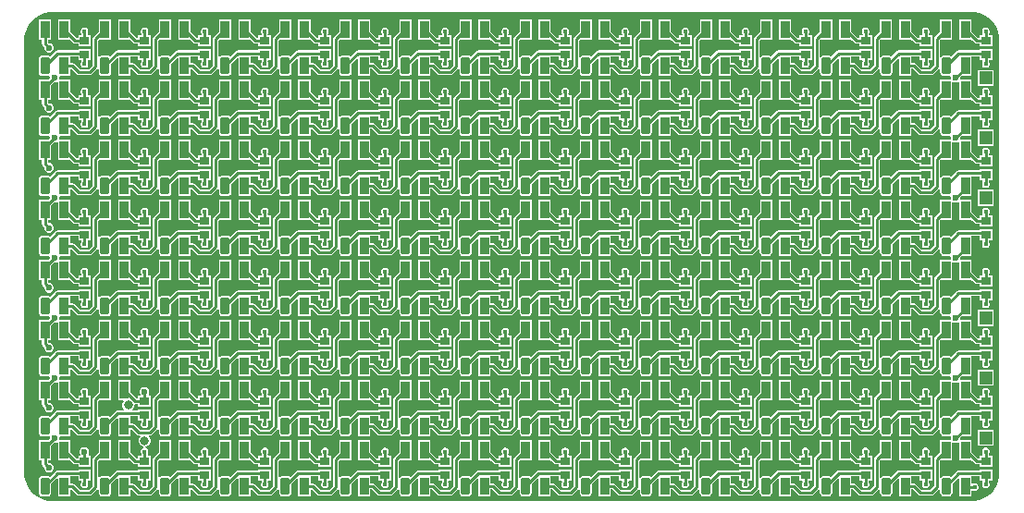
<source format=gtl>
G04*
G04 #@! TF.GenerationSoftware,Altium Limited,CircuitMaker,2.3.0 (3)*
G04*
G04 Layer_Physical_Order=1*
G04 Layer_Color=25308*
%FSLAX25Y25*%
%MOIN*%
G70*
G04*
G04 #@! TF.SameCoordinates,2CB11315-EA6C-4568-8D24-B69FFBB62024*
G04*
G04*
G04 #@! TF.FilePolarity,Positive*
G04*
G01*
G75*
%ADD10C,0.01000*%
%ADD12R,0.03543X0.03150*%
%ADD13R,0.03347X0.06299*%
G04:AMPARAMS|DCode=14|XSize=62.99mil|YSize=33.47mil|CornerRadius=8.37mil|HoleSize=0mil|Usage=FLASHONLY|Rotation=90.000|XOffset=0mil|YOffset=0mil|HoleType=Round|Shape=RoundedRectangle|*
%AMROUNDEDRECTD14*
21,1,0.06299,0.01673,0,0,90.0*
21,1,0.04626,0.03347,0,0,90.0*
1,1,0.01673,0.00837,0.02313*
1,1,0.01673,0.00837,-0.02313*
1,1,0.01673,-0.00837,-0.02313*
1,1,0.01673,-0.00837,0.02313*
%
%ADD14ROUNDEDRECTD14*%
%ADD22R,0.04724X0.04724*%
%ADD23C,0.03150*%
%ADD24C,0.02362*%
%ADD25C,0.01772*%
G36*
X444295Y275797D02*
X446115Y275043D01*
X447753Y273949D01*
X449145Y272556D01*
X450240Y270918D01*
X450994Y269098D01*
X451378Y267166D01*
Y266181D01*
Y110000D01*
Y109015D01*
X450994Y107083D01*
X450240Y105263D01*
X449145Y103625D01*
X447753Y102233D01*
X446115Y101138D01*
X444295Y100384D01*
X442363Y100000D01*
X109015D01*
X107083Y100384D01*
X105263Y101138D01*
X103625Y102233D01*
X102233Y103625D01*
X101138Y105263D01*
X100384Y107083D01*
X100000Y109015D01*
Y110000D01*
Y266181D01*
Y267166D01*
X100384Y269098D01*
X101138Y270918D01*
X102233Y272556D01*
X103625Y273949D01*
X105263Y275043D01*
X107083Y275797D01*
X109015Y276181D01*
X442363D01*
X444295Y275797D01*
D02*
G37*
%LPC*%
G36*
X441248Y273532D02*
X436902D01*
Y266232D01*
X441248D01*
X441248Y266232D01*
Y266232D01*
X441597Y265918D01*
X442389Y265125D01*
X442720Y264904D01*
X443110Y264827D01*
X444185D01*
Y263772D01*
X448728D01*
Y267921D01*
X447646D01*
X447546Y268421D01*
X447632Y268506D01*
X447843Y269016D01*
Y269567D01*
X447632Y270076D01*
X447242Y270466D01*
X446732Y270677D01*
X446181D01*
X445672Y270466D01*
X445282Y270076D01*
X445071Y269567D01*
Y269016D01*
X445282Y268506D01*
X445367Y268421D01*
X445268Y267921D01*
X444185D01*
Y266866D01*
X443533D01*
X441248Y269151D01*
Y273532D01*
D02*
G37*
G36*
X419594D02*
X415248D01*
Y266232D01*
X419594D01*
X419594Y266232D01*
Y266232D01*
X419944Y265918D01*
X420736Y265125D01*
X421067Y264904D01*
X421457Y264827D01*
X422532D01*
Y263772D01*
X427075D01*
Y267921D01*
X425992D01*
X425893Y268421D01*
X425978Y268506D01*
X426189Y269016D01*
Y269567D01*
X425978Y270076D01*
X425588Y270466D01*
X425079Y270677D01*
X424528D01*
X424018Y270466D01*
X423628Y270076D01*
X423417Y269567D01*
Y269016D01*
X423628Y268506D01*
X423713Y268421D01*
X423614Y267921D01*
X422532D01*
Y266866D01*
X421879D01*
X419594Y269151D01*
Y273532D01*
D02*
G37*
G36*
X397941D02*
X393595D01*
Y266232D01*
X397941D01*
X397941Y266232D01*
Y266232D01*
X398290Y265918D01*
X399082Y265125D01*
X399413Y264904D01*
X399803Y264827D01*
X400878D01*
Y263772D01*
X405421D01*
Y267921D01*
X404339D01*
X404239Y268421D01*
X404324Y268506D01*
X404535Y269016D01*
Y269567D01*
X404324Y270076D01*
X403935Y270466D01*
X403425Y270677D01*
X402874D01*
X402365Y270466D01*
X401975Y270076D01*
X401764Y269567D01*
Y269016D01*
X401975Y268506D01*
X402060Y268421D01*
X401961Y267921D01*
X400878D01*
Y266866D01*
X400225D01*
X397941Y269151D01*
Y273532D01*
D02*
G37*
G36*
X376287D02*
X371941D01*
Y266232D01*
X376287D01*
X376287Y266232D01*
Y266232D01*
X376636Y265918D01*
X377429Y265125D01*
X377759Y264904D01*
X378150Y264827D01*
X379224D01*
Y263772D01*
X383768D01*
Y267921D01*
X382685D01*
X382586Y268421D01*
X382671Y268506D01*
X382882Y269016D01*
Y269567D01*
X382671Y270076D01*
X382281Y270466D01*
X381772Y270677D01*
X381220D01*
X380711Y270466D01*
X380321Y270076D01*
X380110Y269567D01*
Y269016D01*
X380321Y268506D01*
X380406Y268421D01*
X380307Y267921D01*
X379224D01*
Y266866D01*
X378572D01*
X376287Y269151D01*
Y273532D01*
D02*
G37*
G36*
X354634D02*
X350287D01*
Y266232D01*
X354634D01*
X354634Y266232D01*
Y266232D01*
X354983Y265918D01*
X355775Y265125D01*
X356106Y264904D01*
X356496Y264827D01*
X357571D01*
Y263772D01*
X362114D01*
Y267921D01*
X361032D01*
X360932Y268421D01*
X361017Y268506D01*
X361228Y269016D01*
Y269567D01*
X361017Y270076D01*
X360628Y270466D01*
X360118Y270677D01*
X359567D01*
X359057Y270466D01*
X358668Y270076D01*
X358457Y269567D01*
Y269016D01*
X358668Y268506D01*
X358753Y268421D01*
X358653Y267921D01*
X357571D01*
Y266866D01*
X356918D01*
X354634Y269151D01*
Y273532D01*
D02*
G37*
G36*
X332980D02*
X328634D01*
Y266232D01*
X332980D01*
X332980Y266232D01*
Y266232D01*
X333329Y265918D01*
X334121Y265125D01*
X334452Y264904D01*
X334842Y264827D01*
X335917D01*
Y263772D01*
X340461D01*
Y267921D01*
X339378D01*
X339279Y268421D01*
X339364Y268506D01*
X339575Y269016D01*
Y269567D01*
X339364Y270076D01*
X338974Y270466D01*
X338465Y270677D01*
X337913D01*
X337404Y270466D01*
X337014Y270076D01*
X336803Y269567D01*
Y269016D01*
X337014Y268506D01*
X337099Y268421D01*
X337000Y267921D01*
X335917D01*
Y266866D01*
X335265D01*
X332980Y269151D01*
Y273532D01*
D02*
G37*
G36*
X311327D02*
X306980D01*
Y266232D01*
X311327D01*
X311327Y266232D01*
Y266232D01*
X311676Y265918D01*
X312468Y265125D01*
X312799Y264904D01*
X313189Y264827D01*
X314264D01*
Y263772D01*
X318807D01*
Y267921D01*
X317724D01*
X317625Y268421D01*
X317710Y268506D01*
X317921Y269016D01*
Y269567D01*
X317710Y270076D01*
X317320Y270466D01*
X316811Y270677D01*
X316260D01*
X315750Y270466D01*
X315361Y270076D01*
X315150Y269567D01*
Y269016D01*
X315361Y268506D01*
X315446Y268421D01*
X315346Y267921D01*
X314264D01*
Y266866D01*
X313611D01*
X311327Y269151D01*
Y273532D01*
D02*
G37*
G36*
X289673D02*
X285327D01*
Y266232D01*
X289673D01*
X289673Y266232D01*
Y266232D01*
X290022Y265918D01*
X290814Y265125D01*
X291145Y264904D01*
X291535Y264827D01*
X292610D01*
Y263772D01*
X297153D01*
Y267921D01*
X296071D01*
X295972Y268421D01*
X296057Y268506D01*
X296268Y269016D01*
Y269567D01*
X296057Y270076D01*
X295667Y270466D01*
X295158Y270677D01*
X294606D01*
X294097Y270466D01*
X293707Y270076D01*
X293496Y269567D01*
Y269016D01*
X293707Y268506D01*
X293792Y268421D01*
X293693Y267921D01*
X292610D01*
Y266866D01*
X291958D01*
X289673Y269151D01*
Y273532D01*
D02*
G37*
G36*
X268020D02*
X263673D01*
Y266232D01*
X268020D01*
X268020Y266232D01*
Y266232D01*
X268369Y265918D01*
X269161Y265125D01*
X269492Y264904D01*
X269882Y264827D01*
X270957D01*
Y263772D01*
X275500D01*
Y267921D01*
X274417D01*
X274318Y268421D01*
X274403Y268506D01*
X274614Y269016D01*
Y269567D01*
X274403Y270076D01*
X274013Y270466D01*
X273504Y270677D01*
X272953D01*
X272443Y270466D01*
X272054Y270076D01*
X271843Y269567D01*
Y269016D01*
X272054Y268506D01*
X272139Y268421D01*
X272039Y267921D01*
X270957D01*
Y266866D01*
X270304D01*
X268020Y269151D01*
Y273532D01*
D02*
G37*
G36*
X246366D02*
X242020D01*
Y266232D01*
X246366D01*
X246366Y266232D01*
Y266232D01*
X246715Y265918D01*
X247507Y265125D01*
X247838Y264904D01*
X248228Y264827D01*
X249303D01*
Y263772D01*
X253847D01*
Y267921D01*
X252764D01*
X252664Y268421D01*
X252750Y268506D01*
X252961Y269016D01*
Y269567D01*
X252750Y270076D01*
X252360Y270466D01*
X251851Y270677D01*
X251299D01*
X250790Y270466D01*
X250400Y270076D01*
X250189Y269567D01*
Y269016D01*
X250400Y268506D01*
X250485Y268421D01*
X250386Y267921D01*
X249303D01*
Y266866D01*
X248651D01*
X246366Y269151D01*
Y273532D01*
D02*
G37*
G36*
X224713D02*
X220366D01*
Y266232D01*
X224713D01*
X224713Y266232D01*
Y266232D01*
X225062Y265918D01*
X225854Y265125D01*
X226185Y264904D01*
X226575Y264827D01*
X227650D01*
Y263772D01*
X232193D01*
Y267921D01*
X231110D01*
X231011Y268421D01*
X231096Y268506D01*
X231307Y269016D01*
Y269567D01*
X231096Y270076D01*
X230706Y270466D01*
X230197Y270677D01*
X229646D01*
X229136Y270466D01*
X228746Y270076D01*
X228535Y269567D01*
Y269016D01*
X228746Y268506D01*
X228832Y268421D01*
X228732Y267921D01*
X227650D01*
Y266866D01*
X226997D01*
X224713Y269151D01*
Y273532D01*
D02*
G37*
G36*
X203059D02*
X198713D01*
Y266232D01*
X203059D01*
X203059Y266232D01*
Y266232D01*
X203408Y265918D01*
X204200Y265125D01*
X204531Y264904D01*
X204921Y264827D01*
X205996D01*
Y263772D01*
X210539D01*
Y267921D01*
X209457D01*
X209358Y268421D01*
X209442Y268506D01*
X209653Y269016D01*
Y269567D01*
X209442Y270076D01*
X209053Y270466D01*
X208543Y270677D01*
X207992D01*
X207483Y270466D01*
X207093Y270076D01*
X206882Y269567D01*
Y269016D01*
X207093Y268506D01*
X207178Y268421D01*
X207079Y267921D01*
X205996D01*
Y266866D01*
X205344D01*
X203059Y269151D01*
Y273532D01*
D02*
G37*
G36*
X181405D02*
X177059D01*
Y266232D01*
X181405D01*
X181405Y266232D01*
Y266232D01*
X181755Y265918D01*
X182547Y265125D01*
X182878Y264904D01*
X183268Y264827D01*
X184343D01*
Y263772D01*
X188886D01*
Y267921D01*
X187803D01*
X187704Y268421D01*
X187789Y268506D01*
X188000Y269016D01*
Y269567D01*
X187789Y270076D01*
X187399Y270466D01*
X186890Y270677D01*
X186338D01*
X185829Y270466D01*
X185439Y270076D01*
X185228Y269567D01*
Y269016D01*
X185439Y268506D01*
X185524Y268421D01*
X185425Y267921D01*
X184343D01*
Y266866D01*
X183690D01*
X181405Y269151D01*
Y273532D01*
D02*
G37*
G36*
X159752D02*
X155405D01*
Y266232D01*
X159752D01*
X159752Y266232D01*
Y266232D01*
X160101Y265918D01*
X160893Y265125D01*
X161224Y264904D01*
X161614Y264827D01*
X162689D01*
Y263772D01*
X167232D01*
Y267921D01*
X166150D01*
X166050Y268421D01*
X166136Y268506D01*
X166346Y269016D01*
Y269567D01*
X166136Y270076D01*
X165746Y270466D01*
X165236Y270677D01*
X164685D01*
X164176Y270466D01*
X163786Y270076D01*
X163575Y269567D01*
Y269016D01*
X163786Y268506D01*
X163871Y268421D01*
X163772Y267921D01*
X162689D01*
Y266866D01*
X162037D01*
X159752Y269151D01*
Y273532D01*
D02*
G37*
G36*
X138098D02*
X133752D01*
Y266232D01*
X138098D01*
X138098Y266232D01*
Y266232D01*
X138447Y265918D01*
X139240Y265125D01*
X139570Y264904D01*
X139961Y264827D01*
X141035D01*
Y263772D01*
X145579D01*
Y267921D01*
X144496D01*
X144397Y268421D01*
X144482Y268506D01*
X144693Y269016D01*
Y269567D01*
X144482Y270076D01*
X144092Y270466D01*
X143583Y270677D01*
X143031D01*
X142522Y270466D01*
X142132Y270076D01*
X141921Y269567D01*
Y269016D01*
X142132Y268506D01*
X142217Y268421D01*
X142118Y267921D01*
X141035D01*
Y266866D01*
X140383D01*
X138098Y269151D01*
Y273532D01*
D02*
G37*
G36*
X116445D02*
X112098D01*
Y266232D01*
X116445D01*
X116445Y266232D01*
Y266232D01*
X116794Y265918D01*
X117586Y265125D01*
X117917Y264904D01*
X118307Y264827D01*
X119382D01*
Y263772D01*
X123925D01*
Y267921D01*
X122843D01*
X122743Y268421D01*
X122828Y268506D01*
X123039Y269016D01*
Y269567D01*
X122828Y270076D01*
X122439Y270466D01*
X121929Y270677D01*
X121378D01*
X120869Y270466D01*
X120479Y270076D01*
X120268Y269567D01*
Y269016D01*
X120479Y268506D01*
X120564Y268421D01*
X120465Y267921D01*
X119382D01*
Y266866D01*
X118729D01*
X116445Y269151D01*
Y273532D01*
D02*
G37*
G36*
X109555D02*
X105209D01*
Y266232D01*
X106362D01*
Y264862D01*
X106440Y264472D01*
X106661Y264141D01*
X107177Y263625D01*
Y263051D01*
X107433Y262434D01*
X107906Y261961D01*
X108524Y261705D01*
X109193D01*
X109810Y261961D01*
X110283Y262434D01*
X110539Y263051D01*
Y263720D01*
X110283Y264338D01*
X109810Y264811D01*
X109193Y265067D01*
X108619D01*
X108402Y265284D01*
Y266232D01*
X109555D01*
Y273532D01*
D02*
G37*
G36*
X434358D02*
X430012D01*
Y269151D01*
X428019Y267158D01*
X427798Y266827D01*
X427721Y266437D01*
Y256918D01*
X426349Y255547D01*
X423257D01*
X421193Y257611D01*
X420863Y257832D01*
X420472Y257909D01*
X419594D01*
Y260398D01*
X422532D01*
Y258850D01*
X423614D01*
X423713Y258350D01*
X423628Y258265D01*
X423417Y257756D01*
Y257205D01*
X423628Y256695D01*
X424018Y256306D01*
X424528Y256095D01*
X425079D01*
X425588Y256306D01*
X425978Y256695D01*
X426189Y257205D01*
Y257756D01*
X425978Y258265D01*
X425893Y258350D01*
X425992Y258850D01*
X427075D01*
Y263000D01*
X422532D01*
Y262437D01*
X415059D01*
X414669Y262359D01*
X414338Y262138D01*
X412363Y260163D01*
X412332Y260166D01*
X411890Y260462D01*
X411368Y260566D01*
X409695D01*
X409173Y260462D01*
X408731Y260166D01*
X408606Y259979D01*
X408106Y260131D01*
Y265837D01*
X408358Y266232D01*
X412705D01*
Y273532D01*
X408358D01*
Y269151D01*
X406366Y267158D01*
X406145Y266827D01*
X406067Y266437D01*
Y256918D01*
X404696Y255547D01*
X401603D01*
X399540Y257611D01*
X399209Y257832D01*
X398819Y257909D01*
X397941D01*
Y260398D01*
X400878D01*
Y258850D01*
X401961D01*
X402060Y258350D01*
X401975Y258265D01*
X401764Y257756D01*
Y257205D01*
X401975Y256695D01*
X402365Y256306D01*
X402874Y256095D01*
X403425D01*
X403935Y256306D01*
X404324Y256695D01*
X404535Y257205D01*
Y257756D01*
X404324Y258265D01*
X404239Y258350D01*
X404339Y258850D01*
X405421D01*
Y263000D01*
X400878D01*
Y262437D01*
X393406D01*
X393015Y262359D01*
X392685Y262138D01*
X390710Y260163D01*
X390678Y260166D01*
X390236Y260462D01*
X389715Y260566D01*
X388041D01*
X387520Y260462D01*
X387078Y260166D01*
X386953Y259979D01*
X386453Y260131D01*
Y265837D01*
X386705Y266232D01*
X391051D01*
Y273532D01*
X386705D01*
Y269151D01*
X384712Y267158D01*
X384491Y266827D01*
X384414Y266437D01*
Y256918D01*
X383042Y255547D01*
X379950D01*
X377886Y257611D01*
X377555Y257832D01*
X377165Y257909D01*
X376287D01*
Y260398D01*
X379224D01*
Y258850D01*
X380307D01*
X380406Y258350D01*
X380321Y258265D01*
X380110Y257756D01*
Y257205D01*
X380321Y256695D01*
X380711Y256306D01*
X381220Y256095D01*
X381772D01*
X382281Y256306D01*
X382671Y256695D01*
X382882Y257205D01*
Y257756D01*
X382671Y258265D01*
X382586Y258350D01*
X382685Y258850D01*
X383768D01*
Y263000D01*
X379224D01*
Y262437D01*
X371752D01*
X371362Y262359D01*
X371031Y262138D01*
X369056Y260163D01*
X369025Y260166D01*
X368583Y260462D01*
X368061Y260566D01*
X366388D01*
X365866Y260462D01*
X365424Y260166D01*
X365299Y259979D01*
X364799Y260131D01*
Y265837D01*
X365051Y266232D01*
X369398D01*
Y273532D01*
X365051D01*
Y269151D01*
X363059Y267158D01*
X362838Y266827D01*
X362760Y266437D01*
Y256918D01*
X361389Y255547D01*
X358296D01*
X356233Y257611D01*
X355902Y257832D01*
X355512Y257909D01*
X354634D01*
Y260398D01*
X357571D01*
Y258850D01*
X358653D01*
X358753Y258350D01*
X358668Y258265D01*
X358457Y257756D01*
Y257205D01*
X358668Y256695D01*
X359057Y256306D01*
X359567Y256095D01*
X360118D01*
X360628Y256306D01*
X361017Y256695D01*
X361228Y257205D01*
Y257756D01*
X361017Y258265D01*
X360932Y258350D01*
X361032Y258850D01*
X362114D01*
Y263000D01*
X357571D01*
Y262437D01*
X350098D01*
X349708Y262359D01*
X349377Y262138D01*
X347403Y260163D01*
X347371Y260166D01*
X346929Y260462D01*
X346408Y260566D01*
X344734D01*
X344213Y260462D01*
X343771Y260166D01*
X343646Y259979D01*
X343146Y260131D01*
Y265837D01*
X343398Y266232D01*
X347744D01*
Y273532D01*
X343398D01*
Y269151D01*
X341405Y267158D01*
X341184Y266827D01*
X341106Y266437D01*
Y256918D01*
X339735Y255547D01*
X336643D01*
X334579Y257611D01*
X334248Y257832D01*
X333858Y257909D01*
X332980D01*
Y260398D01*
X335917D01*
Y258850D01*
X337000D01*
X337099Y258350D01*
X337014Y258265D01*
X336803Y257756D01*
Y257205D01*
X337014Y256695D01*
X337404Y256306D01*
X337913Y256095D01*
X338465D01*
X338974Y256306D01*
X339364Y256695D01*
X339575Y257205D01*
Y257756D01*
X339364Y258265D01*
X339279Y258350D01*
X339378Y258850D01*
X340461D01*
Y263000D01*
X335917D01*
Y262437D01*
X328445D01*
X328055Y262359D01*
X327724Y262138D01*
X325749Y260163D01*
X325718Y260166D01*
X325275Y260462D01*
X324754Y260566D01*
X323081D01*
X322559Y260462D01*
X322117Y260166D01*
X321992Y259979D01*
X321492Y260131D01*
Y265837D01*
X321744Y266232D01*
X326091D01*
Y273532D01*
X321744D01*
Y269151D01*
X319752Y267158D01*
X319531Y266827D01*
X319453Y266437D01*
Y256918D01*
X318082Y255547D01*
X314989D01*
X312926Y257611D01*
X312595Y257832D01*
X312205Y257909D01*
X311327D01*
Y260398D01*
X314264D01*
Y258850D01*
X315346D01*
X315446Y258350D01*
X315361Y258265D01*
X315150Y257756D01*
Y257205D01*
X315361Y256695D01*
X315750Y256306D01*
X316260Y256095D01*
X316811D01*
X317320Y256306D01*
X317710Y256695D01*
X317921Y257205D01*
Y257756D01*
X317710Y258265D01*
X317625Y258350D01*
X317724Y258850D01*
X318807D01*
Y263000D01*
X314264D01*
Y262437D01*
X306791D01*
X306401Y262359D01*
X306070Y262138D01*
X304095Y260163D01*
X304064Y260166D01*
X303622Y260462D01*
X303100Y260566D01*
X301427D01*
X300906Y260462D01*
X300464Y260166D01*
X300339Y259979D01*
X299838Y260131D01*
Y265837D01*
X300091Y266232D01*
X304437D01*
Y273532D01*
X300091D01*
Y269151D01*
X298098Y267158D01*
X297877Y266827D01*
X297799Y266437D01*
Y256918D01*
X296428Y255547D01*
X293336D01*
X291272Y257611D01*
X290941Y257832D01*
X290551Y257909D01*
X289673D01*
Y260398D01*
X292610D01*
Y258850D01*
X293693D01*
X293792Y258350D01*
X293707Y258265D01*
X293496Y257756D01*
Y257205D01*
X293707Y256695D01*
X294097Y256306D01*
X294606Y256095D01*
X295158D01*
X295667Y256306D01*
X296057Y256695D01*
X296268Y257205D01*
Y257756D01*
X296057Y258265D01*
X295972Y258350D01*
X296071Y258850D01*
X297153D01*
Y263000D01*
X292610D01*
Y262437D01*
X285138D01*
X284748Y262359D01*
X284417Y262138D01*
X282442Y260163D01*
X282411Y260166D01*
X281968Y260462D01*
X281447Y260566D01*
X279774D01*
X279252Y260462D01*
X278810Y260166D01*
X278685Y259979D01*
X278185Y260131D01*
Y265837D01*
X278437Y266232D01*
X282784D01*
Y273532D01*
X278437D01*
Y269151D01*
X276444Y267158D01*
X276223Y266827D01*
X276146Y266437D01*
Y256918D01*
X274775Y255547D01*
X271682D01*
X269619Y257611D01*
X269288Y257832D01*
X268898Y257909D01*
X268020D01*
Y260398D01*
X270957D01*
Y258850D01*
X272039D01*
X272139Y258350D01*
X272054Y258265D01*
X271843Y257756D01*
Y257205D01*
X272054Y256695D01*
X272443Y256306D01*
X272953Y256095D01*
X273504D01*
X274013Y256306D01*
X274403Y256695D01*
X274614Y257205D01*
Y257756D01*
X274403Y258265D01*
X274318Y258350D01*
X274417Y258850D01*
X275500D01*
Y263000D01*
X270957D01*
Y262437D01*
X263484D01*
X263094Y262359D01*
X262763Y262138D01*
X260788Y260163D01*
X260757Y260166D01*
X260315Y260462D01*
X259793Y260566D01*
X258120D01*
X257599Y260462D01*
X257156Y260166D01*
X257031Y259979D01*
X256531Y260131D01*
Y265837D01*
X256784Y266232D01*
X261130D01*
Y273532D01*
X256784D01*
Y269151D01*
X254791Y267158D01*
X254570Y266827D01*
X254492Y266437D01*
Y256918D01*
X253121Y255547D01*
X250029D01*
X247965Y257611D01*
X247634Y257832D01*
X247244Y257909D01*
X246366D01*
Y260398D01*
X249303D01*
Y258850D01*
X250386D01*
X250485Y258350D01*
X250400Y258265D01*
X250189Y257756D01*
Y257205D01*
X250400Y256695D01*
X250790Y256306D01*
X251299Y256095D01*
X251851D01*
X252360Y256306D01*
X252750Y256695D01*
X252961Y257205D01*
Y257756D01*
X252750Y258265D01*
X252665Y258350D01*
X252764Y258850D01*
X253847D01*
Y263000D01*
X249303D01*
Y262437D01*
X241831D01*
X241441Y262359D01*
X241110Y262138D01*
X239135Y260163D01*
X239103Y260166D01*
X238661Y260462D01*
X238140Y260566D01*
X236467D01*
X235945Y260462D01*
X235503Y260166D01*
X235378Y259979D01*
X234878Y260131D01*
Y265837D01*
X235130Y266232D01*
X239476D01*
Y273532D01*
X235130D01*
Y269151D01*
X233137Y267158D01*
X232916Y266827D01*
X232839Y266437D01*
Y256918D01*
X231467Y255547D01*
X228375D01*
X226311Y257611D01*
X225981Y257832D01*
X225590Y257909D01*
X224713D01*
Y260398D01*
X227650D01*
Y258850D01*
X228732D01*
X228832Y258350D01*
X228746Y258265D01*
X228535Y257756D01*
Y257205D01*
X228746Y256695D01*
X229136Y256306D01*
X229646Y256095D01*
X230197D01*
X230706Y256306D01*
X231096Y256695D01*
X231307Y257205D01*
Y257756D01*
X231096Y258265D01*
X231011Y258350D01*
X231110Y258850D01*
X232193D01*
Y263000D01*
X227650D01*
Y262437D01*
X220177D01*
X219787Y262359D01*
X219456Y262138D01*
X217481Y260163D01*
X217450Y260166D01*
X217008Y260462D01*
X216486Y260566D01*
X214813D01*
X214292Y260462D01*
X213849Y260166D01*
X213724Y259979D01*
X213224Y260131D01*
Y265837D01*
X213476Y266232D01*
X217823D01*
Y273532D01*
X213476D01*
Y269151D01*
X211484Y267158D01*
X211263Y266827D01*
X211185Y266437D01*
Y256918D01*
X209814Y255547D01*
X206721D01*
X204658Y257611D01*
X204327Y257832D01*
X203937Y257909D01*
X203059D01*
Y260398D01*
X205996D01*
Y258850D01*
X207079D01*
X207178Y258350D01*
X207093Y258265D01*
X206882Y257756D01*
Y257205D01*
X207093Y256695D01*
X207483Y256306D01*
X207992Y256095D01*
X208543D01*
X209053Y256306D01*
X209442Y256695D01*
X209653Y257205D01*
Y257756D01*
X209442Y258265D01*
X209358Y258350D01*
X209457Y258850D01*
X210539D01*
Y263000D01*
X205996D01*
Y262437D01*
X198524D01*
X198133Y262359D01*
X197803Y262138D01*
X195828Y260163D01*
X195796Y260166D01*
X195354Y260462D01*
X194833Y260566D01*
X193159D01*
X192638Y260462D01*
X192196Y260166D01*
X192071Y259979D01*
X191571Y260131D01*
Y265837D01*
X191823Y266232D01*
X196169D01*
Y273532D01*
X191823D01*
Y269151D01*
X189830Y267158D01*
X189609Y266827D01*
X189532Y266437D01*
Y256918D01*
X188160Y255547D01*
X185068D01*
X183004Y257611D01*
X182674Y257832D01*
X182283Y257909D01*
X181405D01*
Y260398D01*
X184343D01*
Y258850D01*
X185425D01*
X185524Y258350D01*
X185439Y258265D01*
X185228Y257756D01*
Y257205D01*
X185439Y256695D01*
X185829Y256306D01*
X186338Y256095D01*
X186890D01*
X187399Y256306D01*
X187789Y256695D01*
X188000Y257205D01*
Y257756D01*
X187789Y258265D01*
X187704Y258350D01*
X187803Y258850D01*
X188886D01*
Y263000D01*
X184343D01*
Y262437D01*
X176870D01*
X176480Y262359D01*
X176149Y262138D01*
X174174Y260163D01*
X174143Y260166D01*
X173701Y260462D01*
X173179Y260566D01*
X171506D01*
X170984Y260462D01*
X170542Y260166D01*
X170417Y259979D01*
X169917Y260131D01*
Y265837D01*
X170169Y266232D01*
X174516D01*
Y273532D01*
X170169D01*
Y269151D01*
X168177Y267158D01*
X167956Y266827D01*
X167878Y266437D01*
Y256918D01*
X166507Y255547D01*
X163415D01*
X161351Y257611D01*
X161020Y257832D01*
X160630Y257909D01*
X159752D01*
Y260398D01*
X162689D01*
Y258850D01*
X163772D01*
X163871Y258350D01*
X163786Y258265D01*
X163575Y257756D01*
Y257205D01*
X163786Y256695D01*
X164176Y256306D01*
X164685Y256095D01*
X165236D01*
X165746Y256306D01*
X166136Y256695D01*
X166346Y257205D01*
Y257756D01*
X166136Y258265D01*
X166050Y258350D01*
X166150Y258850D01*
X167232D01*
Y263000D01*
X162689D01*
Y262437D01*
X155217D01*
X154826Y262359D01*
X154496Y262138D01*
X152521Y260163D01*
X152489Y260166D01*
X152047Y260462D01*
X151526Y260566D01*
X149852D01*
X149331Y260462D01*
X148889Y260166D01*
X148764Y259979D01*
X148264Y260131D01*
Y265837D01*
X148516Y266232D01*
X152862D01*
Y273532D01*
X148516D01*
Y269151D01*
X146523Y267158D01*
X146302Y266827D01*
X146224Y266437D01*
Y256918D01*
X144853Y255547D01*
X141761D01*
X139697Y257611D01*
X139367Y257832D01*
X138976Y257909D01*
X138098D01*
Y260398D01*
X141035D01*
Y258850D01*
X142118D01*
X142217Y258350D01*
X142132Y258265D01*
X141921Y257756D01*
Y257205D01*
X142132Y256695D01*
X142522Y256306D01*
X143031Y256095D01*
X143583D01*
X144092Y256306D01*
X144482Y256695D01*
X144693Y257205D01*
Y257756D01*
X144482Y258265D01*
X144397Y258350D01*
X144496Y258850D01*
X145579D01*
Y263000D01*
X141035D01*
Y262437D01*
X133563D01*
X133173Y262359D01*
X132842Y262138D01*
X130867Y260163D01*
X130836Y260166D01*
X130394Y260462D01*
X129872Y260566D01*
X128199D01*
X127677Y260462D01*
X127235Y260166D01*
X127110Y259979D01*
X126610Y260131D01*
Y265837D01*
X126862Y266232D01*
X131209D01*
Y273532D01*
X126862D01*
Y269151D01*
X124870Y267158D01*
X124649Y266827D01*
X124571Y266437D01*
Y256918D01*
X123200Y255547D01*
X120107D01*
X118044Y257611D01*
X117713Y257832D01*
X117323Y257909D01*
X116445D01*
Y260398D01*
X119382D01*
Y258850D01*
X120465D01*
X120564Y258350D01*
X120479Y258265D01*
X120268Y257756D01*
Y257205D01*
X120479Y256695D01*
X120869Y256306D01*
X121378Y256095D01*
X121929D01*
X122439Y256306D01*
X122828Y256695D01*
X123039Y257205D01*
Y257756D01*
X122828Y258265D01*
X122743Y258350D01*
X122843Y258850D01*
X123925D01*
Y263000D01*
X119382D01*
Y262437D01*
X111909D01*
X111519Y262359D01*
X111188Y262138D01*
X109213Y260163D01*
X109182Y260166D01*
X108740Y260462D01*
X108219Y260566D01*
X106545D01*
X106024Y260462D01*
X105582Y260166D01*
X105286Y259724D01*
X105183Y259203D01*
Y254577D01*
X105286Y254055D01*
X105582Y253613D01*
X106024Y253318D01*
X106545Y253214D01*
X108219D01*
X108740Y253318D01*
X108796Y253355D01*
X109200Y253023D01*
X109146Y252893D01*
Y252320D01*
X108704Y251878D01*
X105209D01*
Y244579D01*
X106362D01*
Y243209D01*
X106440Y242818D01*
X106661Y242488D01*
X107177Y241971D01*
Y241398D01*
X107433Y240780D01*
X107906Y240307D01*
X108524Y240051D01*
X109193D01*
X109810Y240307D01*
X110283Y240780D01*
X110539Y241398D01*
Y242067D01*
X110283Y242685D01*
X109810Y243157D01*
X109193Y243413D01*
X108619D01*
X108402Y243631D01*
Y244579D01*
X109555D01*
Y249846D01*
X110588Y250878D01*
X111161D01*
X111598Y251059D01*
X112098Y250800D01*
Y244579D01*
X116445D01*
X116445Y244579D01*
Y244579D01*
X116794Y244264D01*
X117586Y243472D01*
X117917Y243251D01*
X118307Y243173D01*
X119382D01*
Y242118D01*
X123925D01*
Y246268D01*
X122843D01*
X122743Y246768D01*
X122828Y246853D01*
X123039Y247362D01*
Y247914D01*
X122828Y248423D01*
X122439Y248813D01*
X121929Y249024D01*
X121378D01*
X120869Y248813D01*
X120479Y248423D01*
X120268Y247914D01*
Y247362D01*
X120479Y246853D01*
X120564Y246768D01*
X120465Y246268D01*
X119382D01*
Y245213D01*
X118729D01*
X116445Y247497D01*
Y251878D01*
X112740D01*
X112508Y252225D01*
Y252893D01*
X112740Y253240D01*
X116445D01*
Y255763D01*
X116945Y255826D01*
X118964Y253807D01*
X119295Y253586D01*
X119685Y253508D01*
X123622D01*
X124012Y253586D01*
X124343Y253807D01*
X126312Y255775D01*
X126336Y255812D01*
X126836Y255660D01*
Y254577D01*
X126940Y254055D01*
X127235Y253613D01*
X127677Y253318D01*
X128199Y253214D01*
X129872D01*
X130394Y253318D01*
X130836Y253613D01*
X131131Y254055D01*
X131235Y254577D01*
Y257647D01*
X133290Y259702D01*
X133752Y259511D01*
Y253240D01*
X138098D01*
Y255763D01*
X138598Y255826D01*
X140618Y253807D01*
X140948Y253586D01*
X141339Y253508D01*
X145276D01*
X145666Y253586D01*
X145996Y253807D01*
X147965Y255775D01*
X147990Y255812D01*
X148490Y255660D01*
Y254577D01*
X148593Y254055D01*
X148889Y253613D01*
X149331Y253318D01*
X149852Y253214D01*
X151526D01*
X152047Y253318D01*
X152489Y253613D01*
X152785Y254055D01*
X152888Y254577D01*
Y257647D01*
X154944Y259702D01*
X155405Y259511D01*
Y253240D01*
X159752D01*
Y255763D01*
X160252Y255826D01*
X162271Y253807D01*
X162602Y253586D01*
X162992Y253508D01*
X166929D01*
X167319Y253586D01*
X167650Y253807D01*
X169619Y255775D01*
X169643Y255812D01*
X170143Y255660D01*
Y254577D01*
X170247Y254055D01*
X170542Y253613D01*
X170984Y253318D01*
X171506Y253214D01*
X173179D01*
X173701Y253318D01*
X174143Y253613D01*
X174438Y254055D01*
X174542Y254577D01*
Y257647D01*
X176597Y259702D01*
X177059Y259511D01*
Y253240D01*
X181405D01*
Y255763D01*
X181905Y255826D01*
X183925Y253807D01*
X184256Y253586D01*
X184646Y253508D01*
X188583D01*
X188973Y253586D01*
X189304Y253807D01*
X191272Y255775D01*
X191297Y255812D01*
X191797Y255660D01*
Y254577D01*
X191900Y254055D01*
X192196Y253613D01*
X192638Y253318D01*
X193159Y253214D01*
X194833D01*
X195354Y253318D01*
X195796Y253613D01*
X196092Y254055D01*
X196195Y254577D01*
Y257647D01*
X198251Y259702D01*
X198713Y259511D01*
Y253240D01*
X203059D01*
Y255763D01*
X203559Y255826D01*
X205578Y253807D01*
X205909Y253586D01*
X206299Y253508D01*
X210236D01*
X210626Y253586D01*
X210957Y253807D01*
X212926Y255775D01*
X212950Y255812D01*
X213450Y255660D01*
Y254577D01*
X213554Y254055D01*
X213849Y253613D01*
X214292Y253318D01*
X214813Y253214D01*
X216486D01*
X217008Y253318D01*
X217450Y253613D01*
X217745Y254055D01*
X217849Y254577D01*
Y257647D01*
X219904Y259702D01*
X220366Y259511D01*
Y253240D01*
X224713D01*
Y255763D01*
X225213Y255826D01*
X227232Y253807D01*
X227563Y253586D01*
X227953Y253508D01*
X231890D01*
X232280Y253586D01*
X232611Y253807D01*
X234579Y255775D01*
X234604Y255812D01*
X235104Y255660D01*
Y254577D01*
X235208Y254055D01*
X235503Y253613D01*
X235945Y253318D01*
X236467Y253214D01*
X238140D01*
X238661Y253318D01*
X239103Y253613D01*
X239399Y254055D01*
X239503Y254577D01*
Y257647D01*
X241558Y259702D01*
X242020Y259511D01*
Y253240D01*
X246366D01*
Y255763D01*
X246866Y255826D01*
X248885Y253807D01*
X249216Y253586D01*
X249606Y253508D01*
X253543D01*
X253934Y253586D01*
X254264Y253807D01*
X256233Y255775D01*
X256257Y255812D01*
X256757Y255660D01*
Y254577D01*
X256861Y254055D01*
X257156Y253613D01*
X257599Y253318D01*
X258120Y253214D01*
X259793D01*
X260315Y253318D01*
X260757Y253613D01*
X261052Y254055D01*
X261156Y254577D01*
Y257647D01*
X263211Y259702D01*
X263673Y259511D01*
Y253240D01*
X268020D01*
Y255763D01*
X268520Y255826D01*
X270539Y253807D01*
X270870Y253586D01*
X271260Y253508D01*
X275197D01*
X275587Y253586D01*
X275918Y253807D01*
X277886Y255775D01*
X277911Y255812D01*
X278411Y255660D01*
Y254577D01*
X278515Y254055D01*
X278810Y253613D01*
X279252Y253318D01*
X279774Y253214D01*
X281447D01*
X281968Y253318D01*
X282411Y253613D01*
X282706Y254055D01*
X282810Y254577D01*
Y257647D01*
X284865Y259702D01*
X285327Y259511D01*
Y253240D01*
X289673D01*
Y255763D01*
X290173Y255826D01*
X292192Y253807D01*
X292523Y253586D01*
X292913Y253508D01*
X296850D01*
X297241Y253586D01*
X297571Y253807D01*
X299540Y255775D01*
X299564Y255812D01*
X300064Y255660D01*
Y254577D01*
X300168Y254055D01*
X300464Y253613D01*
X300906Y253318D01*
X301427Y253214D01*
X303100D01*
X303622Y253318D01*
X304064Y253613D01*
X304360Y254055D01*
X304463Y254577D01*
Y257647D01*
X306518Y259702D01*
X306980Y259511D01*
Y253240D01*
X311327D01*
Y255763D01*
X311827Y255826D01*
X313846Y253807D01*
X314177Y253586D01*
X314567Y253508D01*
X318504D01*
X318894Y253586D01*
X319225Y253807D01*
X321193Y255775D01*
X321218Y255812D01*
X321718Y255660D01*
Y254577D01*
X321822Y254055D01*
X322117Y253613D01*
X322559Y253318D01*
X323081Y253214D01*
X324754D01*
X325275Y253318D01*
X325718Y253613D01*
X326013Y254055D01*
X326117Y254577D01*
Y257647D01*
X328172Y259702D01*
X328634Y259511D01*
Y253240D01*
X332980D01*
Y255763D01*
X333480Y255826D01*
X335500Y253807D01*
X335830Y253586D01*
X336221Y253508D01*
X340158D01*
X340548Y253586D01*
X340878Y253807D01*
X342847Y255775D01*
X342871Y255812D01*
X343372Y255660D01*
Y254577D01*
X343475Y254055D01*
X343771Y253613D01*
X344213Y253318D01*
X344734Y253214D01*
X346408D01*
X346929Y253318D01*
X347371Y253613D01*
X347667Y254055D01*
X347770Y254577D01*
Y257647D01*
X349826Y259702D01*
X350287Y259511D01*
Y253240D01*
X354634D01*
Y255763D01*
X355134Y255826D01*
X357153Y253807D01*
X357484Y253586D01*
X357874Y253508D01*
X361811D01*
X362201Y253586D01*
X362532Y253807D01*
X364500Y255775D01*
X364525Y255812D01*
X365025Y255660D01*
Y254577D01*
X365129Y254055D01*
X365424Y253613D01*
X365866Y253318D01*
X366388Y253214D01*
X368061D01*
X368583Y253318D01*
X369025Y253613D01*
X369320Y254055D01*
X369424Y254577D01*
Y257647D01*
X371479Y259702D01*
X371941Y259511D01*
Y253240D01*
X376287D01*
Y255763D01*
X376787Y255826D01*
X378807Y253807D01*
X379137Y253586D01*
X379528Y253508D01*
X383465D01*
X383855Y253586D01*
X384186Y253807D01*
X386154Y255775D01*
X386178Y255812D01*
X386679Y255660D01*
Y254577D01*
X386782Y254055D01*
X387078Y253613D01*
X387520Y253318D01*
X388041Y253214D01*
X389715D01*
X390236Y253318D01*
X390678Y253613D01*
X390974Y254055D01*
X391077Y254577D01*
Y257647D01*
X393132Y259702D01*
X393595Y259511D01*
Y253240D01*
X397941D01*
Y255763D01*
X398441Y255826D01*
X400460Y253807D01*
X400791Y253586D01*
X401181Y253508D01*
X405118D01*
X405508Y253586D01*
X405839Y253807D01*
X407808Y255775D01*
X407832Y255812D01*
X408332Y255660D01*
Y254577D01*
X408436Y254055D01*
X408731Y253613D01*
X409173Y253318D01*
X409695Y253214D01*
X411368D01*
X411890Y253318D01*
X412332Y253613D01*
X412627Y254055D01*
X412731Y254577D01*
Y257647D01*
X414786Y259702D01*
X415248Y259511D01*
Y253240D01*
X419594D01*
Y255763D01*
X420094Y255826D01*
X422114Y253807D01*
X422444Y253586D01*
X422835Y253508D01*
X426772D01*
X427162Y253586D01*
X427493Y253807D01*
X429461Y255775D01*
X429486Y255812D01*
X429986Y255660D01*
Y254577D01*
X430089Y254055D01*
X430385Y253613D01*
X430827Y253318D01*
X431348Y253214D01*
X433022D01*
X433543Y253318D01*
X433599Y253355D01*
X434003Y253023D01*
X433949Y252893D01*
Y252225D01*
X433717Y251878D01*
X430012D01*
Y247497D01*
X428019Y245504D01*
X427798Y245174D01*
X427721Y244783D01*
Y235265D01*
X426349Y233894D01*
X423257D01*
X421193Y235957D01*
X420863Y236178D01*
X420472Y236256D01*
X419594D01*
Y238744D01*
X422532D01*
Y237197D01*
X423614D01*
X423713Y236697D01*
X423628Y236612D01*
X423417Y236102D01*
Y235551D01*
X423628Y235042D01*
X424018Y234652D01*
X424528Y234441D01*
X425079D01*
X425588Y234652D01*
X425978Y235042D01*
X426189Y235551D01*
Y236102D01*
X425978Y236612D01*
X425893Y236697D01*
X425992Y237197D01*
X427075D01*
Y241347D01*
X422532D01*
Y240783D01*
X415059D01*
X414669Y240706D01*
X414338Y240485D01*
X412363Y238510D01*
X412332Y238513D01*
X411890Y238808D01*
X411368Y238912D01*
X409695D01*
X409173Y238808D01*
X408731Y238513D01*
X408606Y238326D01*
X408106Y238477D01*
Y244183D01*
X408358Y244579D01*
X412705D01*
Y251878D01*
X408358D01*
Y247497D01*
X406366Y245504D01*
X406145Y245174D01*
X406067Y244783D01*
Y235265D01*
X404696Y233894D01*
X401603D01*
X399540Y235957D01*
X399209Y236178D01*
X398819Y236256D01*
X397941D01*
Y238744D01*
X400878D01*
Y237197D01*
X401961D01*
X402060Y236697D01*
X401975Y236612D01*
X401764Y236102D01*
Y235551D01*
X401975Y235042D01*
X402365Y234652D01*
X402874Y234441D01*
X403425D01*
X403935Y234652D01*
X404324Y235042D01*
X404535Y235551D01*
Y236102D01*
X404324Y236612D01*
X404239Y236697D01*
X404339Y237197D01*
X405421D01*
Y241347D01*
X400878D01*
Y240783D01*
X393406D01*
X393015Y240706D01*
X392685Y240485D01*
X390710Y238510D01*
X390678Y238513D01*
X390236Y238808D01*
X389715Y238912D01*
X388041D01*
X387520Y238808D01*
X387078Y238513D01*
X386953Y238326D01*
X386453Y238477D01*
Y244183D01*
X386705Y244579D01*
X391051D01*
Y251878D01*
X386705D01*
Y247497D01*
X384712Y245504D01*
X384491Y245174D01*
X384414Y244783D01*
Y235265D01*
X383042Y233894D01*
X379950D01*
X377886Y235957D01*
X377555Y236178D01*
X377165Y236256D01*
X376287D01*
Y238744D01*
X379224D01*
Y237197D01*
X380307D01*
X380406Y236697D01*
X380321Y236612D01*
X380110Y236102D01*
Y235551D01*
X380321Y235042D01*
X380711Y234652D01*
X381220Y234441D01*
X381772D01*
X382281Y234652D01*
X382671Y235042D01*
X382882Y235551D01*
Y236102D01*
X382671Y236612D01*
X382586Y236697D01*
X382685Y237197D01*
X383768D01*
Y241347D01*
X379224D01*
Y240783D01*
X371752D01*
X371362Y240706D01*
X371031Y240485D01*
X369056Y238510D01*
X369025Y238513D01*
X368583Y238808D01*
X368061Y238912D01*
X366388D01*
X365866Y238808D01*
X365424Y238513D01*
X365299Y238326D01*
X364799Y238477D01*
Y244183D01*
X365051Y244579D01*
X369398D01*
Y251878D01*
X365051D01*
Y247497D01*
X363059Y245504D01*
X362838Y245174D01*
X362760Y244783D01*
Y235265D01*
X361389Y233894D01*
X358296D01*
X356233Y235957D01*
X355902Y236178D01*
X355512Y236256D01*
X354634D01*
Y238744D01*
X357571D01*
Y237197D01*
X358653D01*
X358753Y236697D01*
X358668Y236612D01*
X358457Y236102D01*
Y235551D01*
X358668Y235042D01*
X359057Y234652D01*
X359567Y234441D01*
X360118D01*
X360628Y234652D01*
X361017Y235042D01*
X361228Y235551D01*
Y236102D01*
X361017Y236612D01*
X360932Y236697D01*
X361032Y237197D01*
X362114D01*
Y241347D01*
X357571D01*
Y240783D01*
X350098D01*
X349708Y240706D01*
X349377Y240485D01*
X347403Y238510D01*
X347371Y238513D01*
X346929Y238808D01*
X346408Y238912D01*
X344734D01*
X344213Y238808D01*
X343771Y238513D01*
X343646Y238326D01*
X343146Y238477D01*
Y244183D01*
X343398Y244579D01*
X347744D01*
Y251878D01*
X343398D01*
Y247497D01*
X341405Y245504D01*
X341184Y245174D01*
X341106Y244783D01*
Y235265D01*
X339735Y233894D01*
X336643D01*
X334579Y235957D01*
X334248Y236178D01*
X333858Y236256D01*
X332980D01*
Y238744D01*
X335917D01*
Y237197D01*
X337000D01*
X337099Y236697D01*
X337014Y236612D01*
X336803Y236102D01*
Y235551D01*
X337014Y235042D01*
X337404Y234652D01*
X337913Y234441D01*
X338465D01*
X338974Y234652D01*
X339364Y235042D01*
X339575Y235551D01*
Y236102D01*
X339364Y236612D01*
X339279Y236697D01*
X339378Y237197D01*
X340461D01*
Y241347D01*
X335917D01*
Y240783D01*
X328445D01*
X328055Y240706D01*
X327724Y240485D01*
X325749Y238510D01*
X325718Y238513D01*
X325275Y238808D01*
X324754Y238912D01*
X323081D01*
X322559Y238808D01*
X322117Y238513D01*
X321992Y238326D01*
X321492Y238477D01*
Y244183D01*
X321744Y244579D01*
X326091D01*
Y251878D01*
X321744D01*
Y247497D01*
X319752Y245504D01*
X319531Y245174D01*
X319453Y244783D01*
Y235265D01*
X318082Y233894D01*
X314989D01*
X312926Y235957D01*
X312595Y236178D01*
X312205Y236256D01*
X311327D01*
Y238744D01*
X314264D01*
Y237197D01*
X315346D01*
X315446Y236697D01*
X315361Y236612D01*
X315150Y236102D01*
Y235551D01*
X315361Y235042D01*
X315750Y234652D01*
X316260Y234441D01*
X316811D01*
X317320Y234652D01*
X317710Y235042D01*
X317921Y235551D01*
Y236102D01*
X317710Y236612D01*
X317625Y236697D01*
X317724Y237197D01*
X318807D01*
Y241347D01*
X314264D01*
Y240783D01*
X306791D01*
X306401Y240706D01*
X306070Y240485D01*
X304095Y238510D01*
X304064Y238513D01*
X303622Y238808D01*
X303100Y238912D01*
X301427D01*
X300906Y238808D01*
X300464Y238513D01*
X300339Y238326D01*
X299838Y238477D01*
Y244183D01*
X300091Y244579D01*
X304437D01*
Y251878D01*
X300091D01*
Y247497D01*
X298098Y245504D01*
X297877Y245174D01*
X297799Y244783D01*
Y235265D01*
X296428Y233894D01*
X293336D01*
X291272Y235957D01*
X290941Y236178D01*
X290551Y236256D01*
X289673D01*
Y238744D01*
X292610D01*
Y237197D01*
X293693D01*
X293792Y236697D01*
X293707Y236612D01*
X293496Y236102D01*
Y235551D01*
X293707Y235042D01*
X294097Y234652D01*
X294606Y234441D01*
X295158D01*
X295667Y234652D01*
X296057Y235042D01*
X296268Y235551D01*
Y236102D01*
X296057Y236612D01*
X295972Y236697D01*
X296071Y237197D01*
X297153D01*
Y241347D01*
X292610D01*
Y240783D01*
X285138D01*
X284748Y240706D01*
X284417Y240485D01*
X282442Y238510D01*
X282411Y238513D01*
X281968Y238808D01*
X281447Y238912D01*
X279774D01*
X279252Y238808D01*
X278810Y238513D01*
X278685Y238326D01*
X278185Y238477D01*
Y244183D01*
X278437Y244579D01*
X282784D01*
Y251878D01*
X278437D01*
Y247497D01*
X276444Y245504D01*
X276223Y245174D01*
X276146Y244783D01*
Y235265D01*
X274775Y233894D01*
X271682D01*
X269619Y235957D01*
X269288Y236178D01*
X268898Y236256D01*
X268020D01*
Y238744D01*
X270957D01*
Y237197D01*
X272039D01*
X272139Y236697D01*
X272054Y236612D01*
X271843Y236102D01*
Y235551D01*
X272054Y235042D01*
X272443Y234652D01*
X272953Y234441D01*
X273504D01*
X274013Y234652D01*
X274403Y235042D01*
X274614Y235551D01*
Y236102D01*
X274403Y236612D01*
X274318Y236697D01*
X274417Y237197D01*
X275500D01*
Y241347D01*
X270957D01*
Y240783D01*
X263484D01*
X263094Y240706D01*
X262763Y240485D01*
X260788Y238510D01*
X260757Y238513D01*
X260315Y238808D01*
X259793Y238912D01*
X258120D01*
X257599Y238808D01*
X257156Y238513D01*
X257031Y238326D01*
X256531Y238477D01*
Y244183D01*
X256784Y244579D01*
X261130D01*
Y251878D01*
X256784D01*
Y247497D01*
X254791Y245504D01*
X254570Y245174D01*
X254492Y244783D01*
Y235265D01*
X253121Y233894D01*
X250029D01*
X247965Y235957D01*
X247634Y236178D01*
X247244Y236256D01*
X246366D01*
Y238744D01*
X249303D01*
Y237197D01*
X250386D01*
X250485Y236697D01*
X250400Y236612D01*
X250189Y236102D01*
Y235551D01*
X250400Y235042D01*
X250790Y234652D01*
X251299Y234441D01*
X251851D01*
X252360Y234652D01*
X252750Y235042D01*
X252961Y235551D01*
Y236102D01*
X252750Y236612D01*
X252665Y236697D01*
X252764Y237197D01*
X253847D01*
Y241347D01*
X249303D01*
Y240783D01*
X241831D01*
X241441Y240706D01*
X241110Y240485D01*
X239135Y238510D01*
X239103Y238513D01*
X238661Y238808D01*
X238140Y238912D01*
X236467D01*
X235945Y238808D01*
X235503Y238513D01*
X235378Y238326D01*
X234878Y238477D01*
Y244183D01*
X235130Y244579D01*
X239476D01*
Y251878D01*
X235130D01*
Y247497D01*
X233137Y245504D01*
X232916Y245174D01*
X232839Y244783D01*
Y235265D01*
X231467Y233894D01*
X228375D01*
X226311Y235957D01*
X225981Y236178D01*
X225590Y236256D01*
X224713D01*
Y238744D01*
X227650D01*
Y237197D01*
X228732D01*
X228832Y236697D01*
X228746Y236612D01*
X228535Y236102D01*
Y235551D01*
X228746Y235042D01*
X229136Y234652D01*
X229646Y234441D01*
X230197D01*
X230706Y234652D01*
X231096Y235042D01*
X231307Y235551D01*
Y236102D01*
X231096Y236612D01*
X231011Y236697D01*
X231110Y237197D01*
X232193D01*
Y241347D01*
X227650D01*
Y240783D01*
X220177D01*
X219787Y240706D01*
X219456Y240485D01*
X217481Y238510D01*
X217450Y238513D01*
X217008Y238808D01*
X216486Y238912D01*
X214813D01*
X214292Y238808D01*
X213849Y238513D01*
X213724Y238326D01*
X213224Y238477D01*
Y244183D01*
X213476Y244579D01*
X217823D01*
Y251878D01*
X213476D01*
Y247497D01*
X211484Y245504D01*
X211263Y245174D01*
X211185Y244783D01*
Y235265D01*
X209814Y233894D01*
X206721D01*
X204658Y235957D01*
X204327Y236178D01*
X203937Y236256D01*
X203059D01*
Y238744D01*
X205996D01*
Y237197D01*
X207079D01*
X207178Y236697D01*
X207093Y236612D01*
X206882Y236102D01*
Y235551D01*
X207093Y235042D01*
X207483Y234652D01*
X207992Y234441D01*
X208543D01*
X209053Y234652D01*
X209442Y235042D01*
X209653Y235551D01*
Y236102D01*
X209442Y236612D01*
X209358Y236697D01*
X209457Y237197D01*
X210539D01*
Y241347D01*
X205996D01*
Y240783D01*
X198524D01*
X198133Y240706D01*
X197803Y240485D01*
X195828Y238510D01*
X195796Y238513D01*
X195354Y238808D01*
X194833Y238912D01*
X193159D01*
X192638Y238808D01*
X192196Y238513D01*
X192071Y238326D01*
X191571Y238477D01*
Y244183D01*
X191823Y244579D01*
X196169D01*
Y251878D01*
X191823D01*
Y247497D01*
X189830Y245504D01*
X189609Y245174D01*
X189532Y244783D01*
Y235265D01*
X188160Y233894D01*
X185068D01*
X183004Y235957D01*
X182674Y236178D01*
X182283Y236256D01*
X181405D01*
Y238744D01*
X184343D01*
Y237197D01*
X185425D01*
X185524Y236697D01*
X185439Y236612D01*
X185228Y236102D01*
Y235551D01*
X185439Y235042D01*
X185829Y234652D01*
X186338Y234441D01*
X186890D01*
X187399Y234652D01*
X187789Y235042D01*
X188000Y235551D01*
Y236102D01*
X187789Y236612D01*
X187704Y236697D01*
X187803Y237197D01*
X188886D01*
Y241347D01*
X184343D01*
Y240783D01*
X176870D01*
X176480Y240706D01*
X176149Y240485D01*
X174174Y238510D01*
X174143Y238513D01*
X173701Y238808D01*
X173179Y238912D01*
X171506D01*
X170984Y238808D01*
X170542Y238513D01*
X170417Y238326D01*
X169917Y238477D01*
Y244183D01*
X170169Y244579D01*
X174516D01*
Y251878D01*
X170169D01*
Y247497D01*
X168177Y245504D01*
X167956Y245174D01*
X167878Y244783D01*
Y235265D01*
X166507Y233894D01*
X163415D01*
X161351Y235957D01*
X161020Y236178D01*
X160630Y236256D01*
X159752D01*
Y238744D01*
X162689D01*
Y237197D01*
X163772D01*
X163871Y236697D01*
X163786Y236612D01*
X163575Y236102D01*
Y235551D01*
X163786Y235042D01*
X164176Y234652D01*
X164685Y234441D01*
X165236D01*
X165746Y234652D01*
X166136Y235042D01*
X166346Y235551D01*
Y236102D01*
X166136Y236612D01*
X166050Y236697D01*
X166150Y237197D01*
X167232D01*
Y241347D01*
X162689D01*
Y240783D01*
X155217D01*
X154826Y240706D01*
X154496Y240485D01*
X152521Y238510D01*
X152489Y238513D01*
X152047Y238808D01*
X151526Y238912D01*
X149852D01*
X149331Y238808D01*
X148889Y238513D01*
X148764Y238326D01*
X148264Y238477D01*
Y244183D01*
X148516Y244579D01*
X152862D01*
Y251878D01*
X148516D01*
Y247497D01*
X146523Y245504D01*
X146302Y245174D01*
X146224Y244783D01*
Y235265D01*
X144853Y233894D01*
X141761D01*
X139697Y235957D01*
X139367Y236178D01*
X138976Y236256D01*
X138098D01*
Y238744D01*
X141035D01*
Y237197D01*
X142118D01*
X142217Y236697D01*
X142132Y236612D01*
X141921Y236102D01*
Y235551D01*
X142132Y235042D01*
X142522Y234652D01*
X143031Y234441D01*
X143583D01*
X144092Y234652D01*
X144482Y235042D01*
X144693Y235551D01*
Y236102D01*
X144482Y236612D01*
X144397Y236697D01*
X144496Y237197D01*
X145579D01*
Y241347D01*
X141035D01*
Y240783D01*
X133563D01*
X133173Y240706D01*
X132842Y240485D01*
X130867Y238510D01*
X130836Y238513D01*
X130394Y238808D01*
X129872Y238912D01*
X128199D01*
X127677Y238808D01*
X127235Y238513D01*
X127110Y238326D01*
X126610Y238477D01*
Y244183D01*
X126862Y244579D01*
X131209D01*
Y251878D01*
X126862D01*
Y247497D01*
X124870Y245504D01*
X124649Y245174D01*
X124571Y244783D01*
Y235265D01*
X123200Y233894D01*
X120107D01*
X118044Y235957D01*
X117713Y236178D01*
X117323Y236256D01*
X116445D01*
Y238744D01*
X119382D01*
Y237197D01*
X120465D01*
X120564Y236697D01*
X120479Y236612D01*
X120268Y236102D01*
Y235551D01*
X120479Y235042D01*
X120869Y234652D01*
X121378Y234441D01*
X121929D01*
X122439Y234652D01*
X122828Y235042D01*
X123039Y235551D01*
Y236102D01*
X122828Y236612D01*
X122743Y236697D01*
X122843Y237197D01*
X123925D01*
Y241347D01*
X119382D01*
Y240783D01*
X111909D01*
X111519Y240706D01*
X111188Y240485D01*
X109213Y238510D01*
X109182Y238513D01*
X108740Y238808D01*
X108219Y238912D01*
X106545D01*
X106024Y238808D01*
X105582Y238513D01*
X105286Y238071D01*
X105183Y237549D01*
Y232923D01*
X105286Y232402D01*
X105582Y231960D01*
X106024Y231664D01*
X106545Y231560D01*
X108219D01*
X108740Y231664D01*
X108796Y231701D01*
X109200Y231370D01*
X109146Y231240D01*
Y230666D01*
X108704Y230224D01*
X105209D01*
Y222925D01*
X106362D01*
Y221555D01*
X106440Y221165D01*
X106661Y220834D01*
X107177Y220318D01*
Y219744D01*
X107433Y219127D01*
X107906Y218654D01*
X108524Y218398D01*
X109193D01*
X109810Y218654D01*
X110283Y219127D01*
X110539Y219744D01*
Y220413D01*
X110283Y221031D01*
X109810Y221504D01*
X109193Y221760D01*
X108619D01*
X108402Y221977D01*
Y222925D01*
X109555D01*
Y228192D01*
X110588Y229224D01*
X111161D01*
X111598Y229405D01*
X112098Y229147D01*
Y222925D01*
X116445D01*
X116445Y222925D01*
Y222925D01*
X116794Y222611D01*
X117586Y221818D01*
X117917Y221597D01*
X118307Y221520D01*
X119382D01*
Y220465D01*
X123925D01*
Y224614D01*
X122843D01*
X122743Y225114D01*
X122828Y225199D01*
X123039Y225709D01*
Y226260D01*
X122828Y226769D01*
X122439Y227159D01*
X121929Y227370D01*
X121378D01*
X120869Y227159D01*
X120479Y226769D01*
X120268Y226260D01*
Y225709D01*
X120479Y225199D01*
X120564Y225114D01*
X120465Y224614D01*
X119382D01*
Y223559D01*
X118729D01*
X116445Y225844D01*
Y230224D01*
X112740D01*
X112508Y230571D01*
Y231240D01*
X112740Y231587D01*
X116445D01*
Y234109D01*
X116945Y234172D01*
X118964Y232153D01*
X119295Y231932D01*
X119685Y231854D01*
X123622D01*
X124012Y231932D01*
X124343Y232153D01*
X126312Y234122D01*
X126336Y234158D01*
X126836Y234007D01*
Y232923D01*
X126940Y232402D01*
X127235Y231960D01*
X127677Y231664D01*
X128199Y231560D01*
X129872D01*
X130394Y231664D01*
X130836Y231960D01*
X131131Y232402D01*
X131235Y232923D01*
Y235994D01*
X133290Y238049D01*
X133752Y237858D01*
Y231587D01*
X138098D01*
Y234109D01*
X138598Y234172D01*
X140618Y232153D01*
X140948Y231932D01*
X141339Y231854D01*
X145276D01*
X145666Y231932D01*
X145996Y232153D01*
X147965Y234122D01*
X147990Y234158D01*
X148490Y234007D01*
Y232923D01*
X148593Y232402D01*
X148889Y231960D01*
X149331Y231664D01*
X149852Y231560D01*
X151526D01*
X152047Y231664D01*
X152489Y231960D01*
X152785Y232402D01*
X152888Y232923D01*
Y235994D01*
X154944Y238049D01*
X155405Y237858D01*
Y231587D01*
X159752D01*
Y234109D01*
X160252Y234172D01*
X162271Y232153D01*
X162602Y231932D01*
X162992Y231854D01*
X166929D01*
X167319Y231932D01*
X167650Y232153D01*
X169619Y234122D01*
X169643Y234158D01*
X170143Y234007D01*
Y232923D01*
X170247Y232402D01*
X170542Y231960D01*
X170984Y231664D01*
X171506Y231560D01*
X173179D01*
X173701Y231664D01*
X174143Y231960D01*
X174438Y232402D01*
X174542Y232923D01*
Y235994D01*
X176597Y238049D01*
X177059Y237858D01*
Y231587D01*
X181405D01*
Y234109D01*
X181905Y234172D01*
X183925Y232153D01*
X184256Y231932D01*
X184646Y231854D01*
X188583D01*
X188973Y231932D01*
X189304Y232153D01*
X191272Y234122D01*
X191297Y234158D01*
X191797Y234007D01*
Y232923D01*
X191900Y232402D01*
X192196Y231960D01*
X192638Y231664D01*
X193159Y231560D01*
X194833D01*
X195354Y231664D01*
X195796Y231960D01*
X196092Y232402D01*
X196195Y232923D01*
Y235994D01*
X198251Y238049D01*
X198713Y237858D01*
Y231587D01*
X203059D01*
Y234109D01*
X203559Y234172D01*
X205578Y232153D01*
X205909Y231932D01*
X206299Y231854D01*
X210236D01*
X210626Y231932D01*
X210957Y232153D01*
X212926Y234122D01*
X212950Y234158D01*
X213450Y234007D01*
Y232923D01*
X213554Y232402D01*
X213849Y231960D01*
X214292Y231664D01*
X214813Y231560D01*
X216486D01*
X217008Y231664D01*
X217450Y231960D01*
X217745Y232402D01*
X217849Y232923D01*
Y235994D01*
X219904Y238049D01*
X220366Y237858D01*
Y231587D01*
X224713D01*
Y234109D01*
X225213Y234172D01*
X227232Y232153D01*
X227563Y231932D01*
X227953Y231854D01*
X231890D01*
X232280Y231932D01*
X232611Y232153D01*
X234579Y234122D01*
X234604Y234158D01*
X235104Y234007D01*
Y232923D01*
X235208Y232402D01*
X235503Y231960D01*
X235945Y231664D01*
X236467Y231560D01*
X238140D01*
X238661Y231664D01*
X239103Y231960D01*
X239399Y232402D01*
X239503Y232923D01*
Y235994D01*
X241558Y238049D01*
X242020Y237858D01*
Y231587D01*
X246366D01*
Y234109D01*
X246866Y234172D01*
X248885Y232153D01*
X249216Y231932D01*
X249606Y231854D01*
X253543D01*
X253934Y231932D01*
X254264Y232153D01*
X256233Y234122D01*
X256257Y234158D01*
X256757Y234007D01*
Y232923D01*
X256861Y232402D01*
X257156Y231960D01*
X257599Y231664D01*
X258120Y231560D01*
X259793D01*
X260315Y231664D01*
X260757Y231960D01*
X261052Y232402D01*
X261156Y232923D01*
Y235994D01*
X263211Y238049D01*
X263673Y237858D01*
Y231587D01*
X268020D01*
Y234109D01*
X268520Y234172D01*
X270539Y232153D01*
X270870Y231932D01*
X271260Y231854D01*
X275197D01*
X275587Y231932D01*
X275918Y232153D01*
X277886Y234122D01*
X277911Y234158D01*
X278411Y234007D01*
Y232923D01*
X278515Y232402D01*
X278810Y231960D01*
X279252Y231664D01*
X279774Y231560D01*
X281447D01*
X281968Y231664D01*
X282411Y231960D01*
X282706Y232402D01*
X282810Y232923D01*
Y235994D01*
X284865Y238049D01*
X285327Y237858D01*
Y231587D01*
X289673D01*
Y234109D01*
X290173Y234172D01*
X292192Y232153D01*
X292523Y231932D01*
X292913Y231854D01*
X296850D01*
X297241Y231932D01*
X297571Y232153D01*
X299540Y234122D01*
X299564Y234158D01*
X300064Y234007D01*
Y232923D01*
X300168Y232402D01*
X300464Y231960D01*
X300906Y231664D01*
X301427Y231560D01*
X303100D01*
X303622Y231664D01*
X304064Y231960D01*
X304360Y232402D01*
X304463Y232923D01*
Y235994D01*
X306518Y238049D01*
X306980Y237858D01*
Y231587D01*
X311327D01*
Y234109D01*
X311827Y234172D01*
X313846Y232153D01*
X314177Y231932D01*
X314567Y231854D01*
X318504D01*
X318894Y231932D01*
X319225Y232153D01*
X321193Y234122D01*
X321218Y234158D01*
X321718Y234007D01*
Y232923D01*
X321822Y232402D01*
X322117Y231960D01*
X322559Y231664D01*
X323081Y231560D01*
X324754D01*
X325275Y231664D01*
X325718Y231960D01*
X326013Y232402D01*
X326117Y232923D01*
Y235994D01*
X328172Y238049D01*
X328634Y237858D01*
Y231587D01*
X332980D01*
Y234109D01*
X333480Y234172D01*
X335500Y232153D01*
X335830Y231932D01*
X336221Y231854D01*
X340158D01*
X340548Y231932D01*
X340878Y232153D01*
X342847Y234122D01*
X342871Y234158D01*
X343372Y234007D01*
Y232923D01*
X343475Y232402D01*
X343771Y231960D01*
X344213Y231664D01*
X344734Y231560D01*
X346408D01*
X346929Y231664D01*
X347371Y231960D01*
X347667Y232402D01*
X347770Y232923D01*
Y235994D01*
X349826Y238049D01*
X350287Y237858D01*
Y231587D01*
X354634D01*
Y234109D01*
X355134Y234172D01*
X357153Y232153D01*
X357484Y231932D01*
X357874Y231854D01*
X361811D01*
X362201Y231932D01*
X362532Y232153D01*
X364500Y234122D01*
X364525Y234158D01*
X365025Y234007D01*
Y232923D01*
X365129Y232402D01*
X365424Y231960D01*
X365866Y231664D01*
X366388Y231560D01*
X368061D01*
X368583Y231664D01*
X369025Y231960D01*
X369320Y232402D01*
X369424Y232923D01*
Y235994D01*
X371479Y238049D01*
X371941Y237858D01*
Y231587D01*
X376287D01*
Y234109D01*
X376787Y234172D01*
X378807Y232153D01*
X379137Y231932D01*
X379528Y231854D01*
X383465D01*
X383855Y231932D01*
X384186Y232153D01*
X386154Y234122D01*
X386178Y234158D01*
X386679Y234007D01*
Y232923D01*
X386782Y232402D01*
X387078Y231960D01*
X387520Y231664D01*
X388041Y231560D01*
X389715D01*
X390236Y231664D01*
X390678Y231960D01*
X390974Y232402D01*
X391077Y232923D01*
Y235994D01*
X393132Y238049D01*
X393595Y237858D01*
Y231587D01*
X397941D01*
Y234109D01*
X398441Y234172D01*
X400460Y232153D01*
X400791Y231932D01*
X401181Y231854D01*
X405118D01*
X405508Y231932D01*
X405839Y232153D01*
X407808Y234122D01*
X407832Y234158D01*
X408332Y234007D01*
Y232923D01*
X408436Y232402D01*
X408731Y231960D01*
X409173Y231664D01*
X409695Y231560D01*
X411368D01*
X411890Y231664D01*
X412332Y231960D01*
X412627Y232402D01*
X412731Y232923D01*
Y235994D01*
X414786Y238049D01*
X415248Y237858D01*
Y231587D01*
X419594D01*
Y234109D01*
X420094Y234172D01*
X422114Y232153D01*
X422444Y231932D01*
X422835Y231854D01*
X426772D01*
X427162Y231932D01*
X427493Y232153D01*
X429461Y234122D01*
X429486Y234158D01*
X429986Y234007D01*
Y232923D01*
X430089Y232402D01*
X430385Y231960D01*
X430827Y231664D01*
X431348Y231560D01*
X433022D01*
X433543Y231664D01*
X433599Y231701D01*
X434003Y231370D01*
X433949Y231240D01*
Y230571D01*
X433717Y230224D01*
X430012D01*
Y225844D01*
X428019Y223851D01*
X427798Y223520D01*
X427721Y223130D01*
Y213611D01*
X426349Y212240D01*
X423257D01*
X421193Y214304D01*
X420863Y214525D01*
X420472Y214602D01*
X419594D01*
Y217091D01*
X422532D01*
Y215543D01*
X423614D01*
X423713Y215043D01*
X423628Y214958D01*
X423417Y214449D01*
Y213898D01*
X423628Y213388D01*
X424018Y212998D01*
X424528Y212787D01*
X425079D01*
X425588Y212998D01*
X425978Y213388D01*
X426189Y213898D01*
Y214449D01*
X425978Y214958D01*
X425893Y215043D01*
X425992Y215543D01*
X427075D01*
Y219693D01*
X422532D01*
Y219130D01*
X415059D01*
X414669Y219052D01*
X414338Y218831D01*
X412363Y216856D01*
X412332Y216859D01*
X411890Y217155D01*
X411368Y217259D01*
X409695D01*
X409173Y217155D01*
X408731Y216859D01*
X408606Y216672D01*
X408106Y216824D01*
Y222530D01*
X408358Y222925D01*
X412705D01*
Y230224D01*
X408358D01*
Y225844D01*
X406366Y223851D01*
X406145Y223520D01*
X406067Y223130D01*
Y213611D01*
X404696Y212240D01*
X401603D01*
X399540Y214304D01*
X399209Y214525D01*
X398819Y214602D01*
X397941D01*
Y217091D01*
X400878D01*
Y215543D01*
X401961D01*
X402060Y215043D01*
X401975Y214958D01*
X401764Y214449D01*
Y213898D01*
X401975Y213388D01*
X402365Y212998D01*
X402874Y212787D01*
X403425D01*
X403935Y212998D01*
X404324Y213388D01*
X404535Y213898D01*
Y214449D01*
X404324Y214958D01*
X404239Y215043D01*
X404339Y215543D01*
X405421D01*
Y219693D01*
X400878D01*
Y219130D01*
X393406D01*
X393015Y219052D01*
X392685Y218831D01*
X390710Y216856D01*
X390678Y216859D01*
X390236Y217155D01*
X389715Y217259D01*
X388041D01*
X387520Y217155D01*
X387078Y216859D01*
X386953Y216672D01*
X386453Y216824D01*
Y222530D01*
X386705Y222925D01*
X391051D01*
Y230224D01*
X386705D01*
Y225844D01*
X384712Y223851D01*
X384491Y223520D01*
X384414Y223130D01*
Y213611D01*
X383042Y212240D01*
X379950D01*
X377886Y214304D01*
X377555Y214525D01*
X377165Y214602D01*
X376287D01*
Y217091D01*
X379224D01*
Y215543D01*
X380307D01*
X380406Y215043D01*
X380321Y214958D01*
X380110Y214449D01*
Y213898D01*
X380321Y213388D01*
X380711Y212998D01*
X381220Y212787D01*
X381772D01*
X382281Y212998D01*
X382671Y213388D01*
X382882Y213898D01*
Y214449D01*
X382671Y214958D01*
X382586Y215043D01*
X382685Y215543D01*
X383768D01*
Y219693D01*
X379224D01*
Y219130D01*
X371752D01*
X371362Y219052D01*
X371031Y218831D01*
X369056Y216856D01*
X369025Y216859D01*
X368583Y217155D01*
X368061Y217259D01*
X366388D01*
X365866Y217155D01*
X365424Y216859D01*
X365299Y216672D01*
X364799Y216824D01*
Y222530D01*
X365051Y222925D01*
X369398D01*
Y230224D01*
X365051D01*
Y225844D01*
X363059Y223851D01*
X362838Y223520D01*
X362760Y223130D01*
Y213611D01*
X361389Y212240D01*
X358296D01*
X356233Y214304D01*
X355902Y214525D01*
X355512Y214602D01*
X354634D01*
Y217091D01*
X357571D01*
Y215543D01*
X358653D01*
X358753Y215043D01*
X358668Y214958D01*
X358457Y214449D01*
Y213898D01*
X358668Y213388D01*
X359057Y212998D01*
X359567Y212787D01*
X360118D01*
X360628Y212998D01*
X361017Y213388D01*
X361228Y213898D01*
Y214449D01*
X361017Y214958D01*
X360932Y215043D01*
X361032Y215543D01*
X362114D01*
Y219693D01*
X357571D01*
Y219130D01*
X350098D01*
X349708Y219052D01*
X349377Y218831D01*
X347403Y216856D01*
X347371Y216859D01*
X346929Y217155D01*
X346408Y217259D01*
X344734D01*
X344213Y217155D01*
X343771Y216859D01*
X343646Y216672D01*
X343146Y216824D01*
Y222530D01*
X343398Y222925D01*
X347744D01*
Y230224D01*
X343398D01*
Y225844D01*
X341405Y223851D01*
X341184Y223520D01*
X341106Y223130D01*
Y213611D01*
X339735Y212240D01*
X336643D01*
X334579Y214304D01*
X334248Y214525D01*
X333858Y214602D01*
X332980D01*
Y217091D01*
X335917D01*
Y215543D01*
X337000D01*
X337099Y215043D01*
X337014Y214958D01*
X336803Y214449D01*
Y213898D01*
X337014Y213388D01*
X337404Y212998D01*
X337913Y212787D01*
X338465D01*
X338974Y212998D01*
X339364Y213388D01*
X339575Y213898D01*
Y214449D01*
X339364Y214958D01*
X339279Y215043D01*
X339378Y215543D01*
X340461D01*
Y219693D01*
X335917D01*
Y219130D01*
X328445D01*
X328055Y219052D01*
X327724Y218831D01*
X325749Y216856D01*
X325718Y216859D01*
X325275Y217155D01*
X324754Y217259D01*
X323081D01*
X322559Y217155D01*
X322117Y216859D01*
X321992Y216672D01*
X321492Y216824D01*
Y222530D01*
X321744Y222925D01*
X326091D01*
Y230224D01*
X321744D01*
Y225844D01*
X319752Y223851D01*
X319531Y223520D01*
X319453Y223130D01*
Y213611D01*
X318082Y212240D01*
X314989D01*
X312926Y214304D01*
X312595Y214525D01*
X312205Y214602D01*
X311327D01*
Y217091D01*
X314264D01*
Y215543D01*
X315346D01*
X315446Y215043D01*
X315361Y214958D01*
X315150Y214449D01*
Y213898D01*
X315361Y213388D01*
X315750Y212998D01*
X316260Y212787D01*
X316811D01*
X317320Y212998D01*
X317710Y213388D01*
X317921Y213898D01*
Y214449D01*
X317710Y214958D01*
X317625Y215043D01*
X317724Y215543D01*
X318807D01*
Y219693D01*
X314264D01*
Y219130D01*
X306791D01*
X306401Y219052D01*
X306070Y218831D01*
X304095Y216856D01*
X304064Y216859D01*
X303622Y217155D01*
X303100Y217259D01*
X301427D01*
X300906Y217155D01*
X300464Y216859D01*
X300339Y216672D01*
X299838Y216824D01*
Y222530D01*
X300091Y222925D01*
X304437D01*
Y230224D01*
X300091D01*
Y225844D01*
X298098Y223851D01*
X297877Y223520D01*
X297799Y223130D01*
Y213611D01*
X296428Y212240D01*
X293336D01*
X291272Y214304D01*
X290941Y214525D01*
X290551Y214602D01*
X289673D01*
Y217091D01*
X292610D01*
Y215543D01*
X293693D01*
X293792Y215043D01*
X293707Y214958D01*
X293496Y214449D01*
Y213898D01*
X293707Y213388D01*
X294097Y212998D01*
X294606Y212787D01*
X295158D01*
X295667Y212998D01*
X296057Y213388D01*
X296268Y213898D01*
Y214449D01*
X296057Y214958D01*
X295972Y215043D01*
X296071Y215543D01*
X297153D01*
Y219693D01*
X292610D01*
Y219130D01*
X285138D01*
X284748Y219052D01*
X284417Y218831D01*
X282442Y216856D01*
X282411Y216859D01*
X281968Y217155D01*
X281447Y217259D01*
X279774D01*
X279252Y217155D01*
X278810Y216859D01*
X278685Y216672D01*
X278185Y216824D01*
Y222530D01*
X278437Y222925D01*
X282784D01*
Y230224D01*
X278437D01*
Y225844D01*
X276444Y223851D01*
X276223Y223520D01*
X276146Y223130D01*
Y213611D01*
X274775Y212240D01*
X271682D01*
X269619Y214304D01*
X269288Y214525D01*
X268898Y214602D01*
X268020D01*
Y217091D01*
X270957D01*
Y215543D01*
X272039D01*
X272139Y215043D01*
X272054Y214958D01*
X271843Y214449D01*
Y213898D01*
X272054Y213388D01*
X272443Y212998D01*
X272953Y212787D01*
X273504D01*
X274013Y212998D01*
X274403Y213388D01*
X274614Y213898D01*
Y214449D01*
X274403Y214958D01*
X274318Y215043D01*
X274417Y215543D01*
X275500D01*
Y219693D01*
X270957D01*
Y219130D01*
X263484D01*
X263094Y219052D01*
X262763Y218831D01*
X260788Y216856D01*
X260757Y216859D01*
X260315Y217155D01*
X259793Y217259D01*
X258120D01*
X257599Y217155D01*
X257156Y216859D01*
X257031Y216672D01*
X256531Y216824D01*
Y222530D01*
X256784Y222925D01*
X261130D01*
Y230224D01*
X256784D01*
Y225844D01*
X254791Y223851D01*
X254570Y223520D01*
X254492Y223130D01*
Y213611D01*
X253121Y212240D01*
X250029D01*
X247965Y214304D01*
X247634Y214525D01*
X247244Y214602D01*
X246366D01*
Y217091D01*
X249303D01*
Y215543D01*
X250386D01*
X250485Y215043D01*
X250400Y214958D01*
X250189Y214449D01*
Y213898D01*
X250400Y213388D01*
X250790Y212998D01*
X251299Y212787D01*
X251851D01*
X252360Y212998D01*
X252750Y213388D01*
X252961Y213898D01*
Y214449D01*
X252750Y214958D01*
X252665Y215043D01*
X252764Y215543D01*
X253847D01*
Y219693D01*
X249303D01*
Y219130D01*
X241831D01*
X241441Y219052D01*
X241110Y218831D01*
X239135Y216856D01*
X239103Y216859D01*
X238661Y217155D01*
X238140Y217259D01*
X236467D01*
X235945Y217155D01*
X235503Y216859D01*
X235378Y216672D01*
X234878Y216824D01*
Y222530D01*
X235130Y222925D01*
X239476D01*
Y230224D01*
X235130D01*
Y225844D01*
X233137Y223851D01*
X232916Y223520D01*
X232839Y223130D01*
Y213611D01*
X231467Y212240D01*
X228375D01*
X226311Y214304D01*
X225981Y214525D01*
X225590Y214602D01*
X224713D01*
Y217091D01*
X227650D01*
Y215543D01*
X228732D01*
X228832Y215043D01*
X228746Y214958D01*
X228535Y214449D01*
Y213898D01*
X228746Y213388D01*
X229136Y212998D01*
X229646Y212787D01*
X230197D01*
X230706Y212998D01*
X231096Y213388D01*
X231307Y213898D01*
Y214449D01*
X231096Y214958D01*
X231011Y215043D01*
X231110Y215543D01*
X232193D01*
Y219693D01*
X227650D01*
Y219130D01*
X220177D01*
X219787Y219052D01*
X219456Y218831D01*
X217481Y216856D01*
X217450Y216859D01*
X217008Y217155D01*
X216486Y217259D01*
X214813D01*
X214292Y217155D01*
X213849Y216859D01*
X213724Y216672D01*
X213224Y216824D01*
Y222530D01*
X213476Y222925D01*
X217823D01*
Y230224D01*
X213476D01*
Y225844D01*
X211484Y223851D01*
X211263Y223520D01*
X211185Y223130D01*
Y213611D01*
X209814Y212240D01*
X206721D01*
X204658Y214304D01*
X204327Y214525D01*
X203937Y214602D01*
X203059D01*
Y217091D01*
X205996D01*
Y215543D01*
X207079D01*
X207178Y215043D01*
X207093Y214958D01*
X206882Y214449D01*
Y213898D01*
X207093Y213388D01*
X207483Y212998D01*
X207992Y212787D01*
X208543D01*
X209053Y212998D01*
X209442Y213388D01*
X209653Y213898D01*
Y214449D01*
X209442Y214958D01*
X209358Y215043D01*
X209457Y215543D01*
X210539D01*
Y219693D01*
X205996D01*
Y219130D01*
X198524D01*
X198133Y219052D01*
X197803Y218831D01*
X195828Y216856D01*
X195796Y216859D01*
X195354Y217155D01*
X194833Y217259D01*
X193159D01*
X192638Y217155D01*
X192196Y216859D01*
X192071Y216672D01*
X191571Y216824D01*
Y222530D01*
X191823Y222925D01*
X196169D01*
Y230224D01*
X191823D01*
Y225844D01*
X189830Y223851D01*
X189609Y223520D01*
X189532Y223130D01*
Y213611D01*
X188160Y212240D01*
X185068D01*
X183004Y214304D01*
X182674Y214525D01*
X182283Y214602D01*
X181405D01*
Y217091D01*
X184343D01*
Y215543D01*
X185425D01*
X185524Y215043D01*
X185439Y214958D01*
X185228Y214449D01*
Y213898D01*
X185439Y213388D01*
X185829Y212998D01*
X186338Y212787D01*
X186890D01*
X187399Y212998D01*
X187789Y213388D01*
X188000Y213898D01*
Y214449D01*
X187789Y214958D01*
X187704Y215043D01*
X187803Y215543D01*
X188886D01*
Y219693D01*
X184343D01*
Y219130D01*
X176870D01*
X176480Y219052D01*
X176149Y218831D01*
X174174Y216856D01*
X174143Y216859D01*
X173701Y217155D01*
X173179Y217259D01*
X171506D01*
X170984Y217155D01*
X170542Y216859D01*
X170417Y216672D01*
X169917Y216824D01*
Y222530D01*
X170169Y222925D01*
X174516D01*
Y230224D01*
X170169D01*
Y225844D01*
X168177Y223851D01*
X167956Y223520D01*
X167878Y223130D01*
Y213611D01*
X166507Y212240D01*
X163415D01*
X161351Y214304D01*
X161020Y214525D01*
X160630Y214602D01*
X159752D01*
Y217091D01*
X162689D01*
Y215543D01*
X163772D01*
X163871Y215043D01*
X163786Y214958D01*
X163575Y214449D01*
Y213898D01*
X163786Y213388D01*
X164176Y212998D01*
X164685Y212787D01*
X165236D01*
X165746Y212998D01*
X166136Y213388D01*
X166346Y213898D01*
Y214449D01*
X166136Y214958D01*
X166050Y215043D01*
X166150Y215543D01*
X167232D01*
Y219693D01*
X162689D01*
Y219130D01*
X155217D01*
X154826Y219052D01*
X154496Y218831D01*
X152521Y216856D01*
X152489Y216859D01*
X152047Y217155D01*
X151526Y217259D01*
X149852D01*
X149331Y217155D01*
X148889Y216859D01*
X148764Y216672D01*
X148264Y216824D01*
Y222530D01*
X148516Y222925D01*
X152862D01*
Y230224D01*
X148516D01*
Y225844D01*
X146523Y223851D01*
X146302Y223520D01*
X146224Y223130D01*
Y213611D01*
X144853Y212240D01*
X141761D01*
X139697Y214304D01*
X139367Y214525D01*
X138976Y214602D01*
X138098D01*
Y217091D01*
X141035D01*
Y215543D01*
X142118D01*
X142217Y215043D01*
X142132Y214958D01*
X141921Y214449D01*
Y213898D01*
X142132Y213388D01*
X142522Y212998D01*
X143031Y212787D01*
X143583D01*
X144092Y212998D01*
X144482Y213388D01*
X144693Y213898D01*
Y214449D01*
X144482Y214958D01*
X144397Y215043D01*
X144496Y215543D01*
X145579D01*
Y219693D01*
X141035D01*
Y219130D01*
X133563D01*
X133173Y219052D01*
X132842Y218831D01*
X130867Y216856D01*
X130836Y216859D01*
X130394Y217155D01*
X129872Y217259D01*
X128199D01*
X127677Y217155D01*
X127235Y216859D01*
X127110Y216672D01*
X126610Y216824D01*
Y222530D01*
X126862Y222925D01*
X131209D01*
Y230224D01*
X126862D01*
Y225844D01*
X124870Y223851D01*
X124649Y223520D01*
X124571Y223130D01*
Y213611D01*
X123200Y212240D01*
X120107D01*
X118044Y214304D01*
X117713Y214525D01*
X117323Y214602D01*
X116445D01*
Y217091D01*
X119382D01*
Y215543D01*
X120465D01*
X120564Y215043D01*
X120479Y214958D01*
X120268Y214449D01*
Y213898D01*
X120479Y213388D01*
X120869Y212998D01*
X121378Y212787D01*
X121929D01*
X122439Y212998D01*
X122828Y213388D01*
X123039Y213898D01*
Y214449D01*
X122828Y214958D01*
X122743Y215043D01*
X122843Y215543D01*
X123925D01*
Y219693D01*
X119382D01*
Y219130D01*
X111909D01*
X111519Y219052D01*
X111188Y218831D01*
X109213Y216856D01*
X109182Y216859D01*
X108740Y217155D01*
X108219Y217259D01*
X106545D01*
X106024Y217155D01*
X105582Y216859D01*
X105286Y216417D01*
X105183Y215896D01*
Y211270D01*
X105286Y210748D01*
X105582Y210306D01*
X106024Y210011D01*
X106545Y209907D01*
X108219D01*
X108740Y210011D01*
X108796Y210048D01*
X109200Y209716D01*
X109146Y209586D01*
Y209013D01*
X108704Y208571D01*
X105209D01*
Y201272D01*
X106362D01*
Y199902D01*
X106440Y199511D01*
X106661Y199181D01*
X107177Y198664D01*
Y198091D01*
X107433Y197473D01*
X107906Y197000D01*
X108524Y196744D01*
X109193D01*
X109810Y197000D01*
X110283Y197473D01*
X110539Y198091D01*
Y198760D01*
X110283Y199378D01*
X109810Y199850D01*
X109193Y200106D01*
X108619D01*
X108402Y200324D01*
Y201272D01*
X109555D01*
Y206538D01*
X110588Y207571D01*
X111161D01*
X111598Y207752D01*
X112098Y207493D01*
Y201272D01*
X116445D01*
X116445Y201272D01*
Y201272D01*
X116794Y200957D01*
X117586Y200165D01*
X117917Y199944D01*
X118307Y199866D01*
X119382D01*
Y198811D01*
X123925D01*
Y202961D01*
X122843D01*
X122743Y203461D01*
X122828Y203546D01*
X123039Y204055D01*
Y204606D01*
X122828Y205116D01*
X122439Y205506D01*
X121929Y205716D01*
X121378D01*
X120869Y205506D01*
X120479Y205116D01*
X120268Y204606D01*
Y204055D01*
X120479Y203546D01*
X120564Y203461D01*
X120465Y202961D01*
X119382D01*
Y201905D01*
X118729D01*
X116445Y204190D01*
Y208571D01*
X112740D01*
X112508Y208918D01*
Y209586D01*
X112740Y209933D01*
X116445D01*
Y212456D01*
X116945Y212519D01*
X118964Y210500D01*
X119295Y210279D01*
X119685Y210201D01*
X123622D01*
X124012Y210279D01*
X124343Y210500D01*
X126312Y212468D01*
X126336Y212505D01*
X126836Y212353D01*
Y211270D01*
X126940Y210748D01*
X127235Y210306D01*
X127677Y210011D01*
X128199Y209907D01*
X129872D01*
X130394Y210011D01*
X130836Y210306D01*
X131131Y210748D01*
X131235Y211270D01*
Y214340D01*
X133290Y216395D01*
X133752Y216204D01*
Y209933D01*
X138098D01*
Y212456D01*
X138598Y212519D01*
X140618Y210500D01*
X140948Y210279D01*
X141339Y210201D01*
X145276D01*
X145666Y210279D01*
X145996Y210500D01*
X147965Y212468D01*
X147990Y212505D01*
X148490Y212353D01*
Y211270D01*
X148593Y210748D01*
X148889Y210306D01*
X149331Y210011D01*
X149852Y209907D01*
X151526D01*
X152047Y210011D01*
X152489Y210306D01*
X152785Y210748D01*
X152888Y211270D01*
Y214340D01*
X154944Y216395D01*
X155405Y216204D01*
Y209933D01*
X159752D01*
Y212456D01*
X160252Y212519D01*
X162271Y210500D01*
X162602Y210279D01*
X162992Y210201D01*
X166929D01*
X167319Y210279D01*
X167650Y210500D01*
X169619Y212468D01*
X169643Y212505D01*
X170143Y212353D01*
Y211270D01*
X170247Y210748D01*
X170542Y210306D01*
X170984Y210011D01*
X171506Y209907D01*
X173179D01*
X173701Y210011D01*
X174143Y210306D01*
X174438Y210748D01*
X174542Y211270D01*
Y214340D01*
X176597Y216395D01*
X177059Y216204D01*
Y209933D01*
X181405D01*
Y212456D01*
X181905Y212519D01*
X183925Y210500D01*
X184256Y210279D01*
X184646Y210201D01*
X188583D01*
X188973Y210279D01*
X189304Y210500D01*
X191272Y212468D01*
X191297Y212505D01*
X191797Y212353D01*
Y211270D01*
X191900Y210748D01*
X192196Y210306D01*
X192638Y210011D01*
X193159Y209907D01*
X194833D01*
X195354Y210011D01*
X195796Y210306D01*
X196092Y210748D01*
X196195Y211270D01*
Y214340D01*
X198251Y216395D01*
X198713Y216204D01*
Y209933D01*
X203059D01*
Y212456D01*
X203559Y212519D01*
X205578Y210500D01*
X205909Y210279D01*
X206299Y210201D01*
X210236D01*
X210626Y210279D01*
X210957Y210500D01*
X212926Y212468D01*
X212950Y212505D01*
X213450Y212353D01*
Y211270D01*
X213554Y210748D01*
X213849Y210306D01*
X214292Y210011D01*
X214813Y209907D01*
X216486D01*
X217008Y210011D01*
X217450Y210306D01*
X217745Y210748D01*
X217849Y211270D01*
Y214340D01*
X219904Y216395D01*
X220366Y216204D01*
Y209933D01*
X224713D01*
Y212456D01*
X225213Y212519D01*
X227232Y210500D01*
X227563Y210279D01*
X227953Y210201D01*
X231890D01*
X232280Y210279D01*
X232611Y210500D01*
X234579Y212468D01*
X234604Y212505D01*
X235104Y212353D01*
Y211270D01*
X235208Y210748D01*
X235503Y210306D01*
X235945Y210011D01*
X236467Y209907D01*
X238140D01*
X238661Y210011D01*
X239103Y210306D01*
X239399Y210748D01*
X239503Y211270D01*
Y214340D01*
X241558Y216395D01*
X242020Y216204D01*
Y209933D01*
X246366D01*
Y212456D01*
X246866Y212519D01*
X248885Y210500D01*
X249216Y210279D01*
X249606Y210201D01*
X253543D01*
X253934Y210279D01*
X254264Y210500D01*
X256233Y212468D01*
X256257Y212505D01*
X256757Y212353D01*
Y211270D01*
X256861Y210748D01*
X257156Y210306D01*
X257599Y210011D01*
X258120Y209907D01*
X259793D01*
X260315Y210011D01*
X260757Y210306D01*
X261052Y210748D01*
X261156Y211270D01*
Y214340D01*
X263211Y216395D01*
X263673Y216204D01*
Y209933D01*
X268020D01*
Y212456D01*
X268520Y212519D01*
X270539Y210500D01*
X270870Y210279D01*
X271260Y210201D01*
X275197D01*
X275587Y210279D01*
X275918Y210500D01*
X277886Y212468D01*
X277911Y212505D01*
X278411Y212353D01*
Y211270D01*
X278515Y210748D01*
X278810Y210306D01*
X279252Y210011D01*
X279774Y209907D01*
X281447D01*
X281968Y210011D01*
X282411Y210306D01*
X282706Y210748D01*
X282810Y211270D01*
Y214340D01*
X284865Y216395D01*
X285327Y216204D01*
Y209933D01*
X289673D01*
Y212456D01*
X290173Y212519D01*
X292192Y210500D01*
X292523Y210279D01*
X292913Y210201D01*
X296850D01*
X297241Y210279D01*
X297571Y210500D01*
X299540Y212468D01*
X299564Y212505D01*
X300064Y212353D01*
Y211270D01*
X300168Y210748D01*
X300464Y210306D01*
X300906Y210011D01*
X301427Y209907D01*
X303100D01*
X303622Y210011D01*
X304064Y210306D01*
X304360Y210748D01*
X304463Y211270D01*
Y214340D01*
X306518Y216395D01*
X306980Y216204D01*
Y209933D01*
X311327D01*
Y212456D01*
X311827Y212519D01*
X313846Y210500D01*
X314177Y210279D01*
X314567Y210201D01*
X318504D01*
X318894Y210279D01*
X319225Y210500D01*
X321193Y212468D01*
X321218Y212505D01*
X321718Y212353D01*
Y211270D01*
X321822Y210748D01*
X322117Y210306D01*
X322559Y210011D01*
X323081Y209907D01*
X324754D01*
X325275Y210011D01*
X325718Y210306D01*
X326013Y210748D01*
X326117Y211270D01*
Y214340D01*
X328172Y216395D01*
X328634Y216204D01*
Y209933D01*
X332980D01*
Y212456D01*
X333480Y212519D01*
X335500Y210500D01*
X335830Y210279D01*
X336221Y210201D01*
X340158D01*
X340548Y210279D01*
X340878Y210500D01*
X342847Y212468D01*
X342871Y212505D01*
X343372Y212353D01*
Y211270D01*
X343475Y210748D01*
X343771Y210306D01*
X344213Y210011D01*
X344734Y209907D01*
X346408D01*
X346929Y210011D01*
X347371Y210306D01*
X347667Y210748D01*
X347770Y211270D01*
Y214340D01*
X349826Y216395D01*
X350287Y216204D01*
Y209933D01*
X354634D01*
Y212456D01*
X355134Y212519D01*
X357153Y210500D01*
X357484Y210279D01*
X357874Y210201D01*
X361811D01*
X362201Y210279D01*
X362532Y210500D01*
X364500Y212468D01*
X364525Y212505D01*
X365025Y212353D01*
Y211270D01*
X365129Y210748D01*
X365424Y210306D01*
X365866Y210011D01*
X366388Y209907D01*
X368061D01*
X368583Y210011D01*
X369025Y210306D01*
X369320Y210748D01*
X369424Y211270D01*
Y214340D01*
X371479Y216395D01*
X371941Y216204D01*
Y209933D01*
X376287D01*
Y212456D01*
X376787Y212519D01*
X378807Y210500D01*
X379137Y210279D01*
X379528Y210201D01*
X383465D01*
X383855Y210279D01*
X384186Y210500D01*
X386154Y212468D01*
X386178Y212505D01*
X386679Y212353D01*
Y211270D01*
X386782Y210748D01*
X387078Y210306D01*
X387520Y210011D01*
X388041Y209907D01*
X389715D01*
X390236Y210011D01*
X390678Y210306D01*
X390974Y210748D01*
X391077Y211270D01*
Y214340D01*
X393132Y216395D01*
X393595Y216204D01*
Y209933D01*
X397941D01*
Y212456D01*
X398441Y212519D01*
X400460Y210500D01*
X400791Y210279D01*
X401181Y210201D01*
X405118D01*
X405508Y210279D01*
X405839Y210500D01*
X407808Y212468D01*
X407832Y212505D01*
X408332Y212353D01*
Y211270D01*
X408436Y210748D01*
X408731Y210306D01*
X409173Y210011D01*
X409695Y209907D01*
X411368D01*
X411890Y210011D01*
X412332Y210306D01*
X412627Y210748D01*
X412731Y211270D01*
Y214340D01*
X414786Y216395D01*
X415248Y216204D01*
Y209933D01*
X419594D01*
Y212456D01*
X420094Y212519D01*
X422114Y210500D01*
X422444Y210279D01*
X422835Y210201D01*
X426772D01*
X427162Y210279D01*
X427493Y210500D01*
X429461Y212468D01*
X429486Y212505D01*
X429986Y212353D01*
Y211270D01*
X430089Y210748D01*
X430385Y210306D01*
X430827Y210011D01*
X431348Y209907D01*
X433022D01*
X433543Y210011D01*
X433599Y210048D01*
X434003Y209716D01*
X433949Y209586D01*
Y208918D01*
X433717Y208571D01*
X430012D01*
Y204190D01*
X428019Y202197D01*
X427798Y201867D01*
X427721Y201476D01*
Y191958D01*
X426349Y190586D01*
X423257D01*
X421193Y192650D01*
X420863Y192871D01*
X420472Y192949D01*
X419594D01*
Y195437D01*
X422532D01*
Y193890D01*
X423614D01*
X423713Y193390D01*
X423628Y193305D01*
X423417Y192795D01*
Y192244D01*
X423628Y191735D01*
X424018Y191345D01*
X424528Y191134D01*
X425079D01*
X425588Y191345D01*
X425978Y191735D01*
X426189Y192244D01*
Y192795D01*
X425978Y193305D01*
X425893Y193390D01*
X425992Y193890D01*
X427075D01*
Y198039D01*
X422532D01*
Y197476D01*
X415059D01*
X414669Y197399D01*
X414338Y197178D01*
X412363Y195203D01*
X412332Y195206D01*
X411890Y195501D01*
X411368Y195605D01*
X409695D01*
X409173Y195501D01*
X408731Y195206D01*
X408606Y195019D01*
X408106Y195170D01*
Y200876D01*
X408358Y201272D01*
X412705D01*
Y208571D01*
X408358D01*
Y204190D01*
X406366Y202197D01*
X406145Y201867D01*
X406067Y201476D01*
Y191958D01*
X404696Y190586D01*
X401603D01*
X399540Y192650D01*
X399209Y192871D01*
X398819Y192949D01*
X397941D01*
Y195437D01*
X400878D01*
Y193890D01*
X401961D01*
X402060Y193390D01*
X401975Y193305D01*
X401764Y192795D01*
Y192244D01*
X401975Y191735D01*
X402365Y191345D01*
X402874Y191134D01*
X403425D01*
X403935Y191345D01*
X404324Y191735D01*
X404535Y192244D01*
Y192795D01*
X404324Y193305D01*
X404239Y193390D01*
X404339Y193890D01*
X405421D01*
Y198039D01*
X400878D01*
Y197476D01*
X393406D01*
X393015Y197399D01*
X392685Y197178D01*
X390710Y195203D01*
X390678Y195206D01*
X390236Y195501D01*
X389715Y195605D01*
X388041D01*
X387520Y195501D01*
X387078Y195206D01*
X386953Y195019D01*
X386453Y195170D01*
Y200876D01*
X386705Y201272D01*
X391051D01*
Y208571D01*
X386705D01*
Y204190D01*
X384712Y202197D01*
X384491Y201867D01*
X384414Y201476D01*
Y191958D01*
X383042Y190586D01*
X379950D01*
X377886Y192650D01*
X377555Y192871D01*
X377165Y192949D01*
X376287D01*
Y195437D01*
X379224D01*
Y193890D01*
X380307D01*
X380406Y193390D01*
X380321Y193305D01*
X380110Y192795D01*
Y192244D01*
X380321Y191735D01*
X380711Y191345D01*
X381220Y191134D01*
X381772D01*
X382281Y191345D01*
X382671Y191735D01*
X382882Y192244D01*
Y192795D01*
X382671Y193305D01*
X382586Y193390D01*
X382685Y193890D01*
X383768D01*
Y198039D01*
X379224D01*
Y197476D01*
X371752D01*
X371362Y197399D01*
X371031Y197178D01*
X369056Y195203D01*
X369025Y195206D01*
X368583Y195501D01*
X368061Y195605D01*
X366388D01*
X365866Y195501D01*
X365424Y195206D01*
X365299Y195019D01*
X364799Y195170D01*
Y200876D01*
X365051Y201272D01*
X369398D01*
Y208571D01*
X365051D01*
Y204190D01*
X363059Y202197D01*
X362838Y201867D01*
X362760Y201476D01*
Y191958D01*
X361389Y190586D01*
X358296D01*
X356233Y192650D01*
X355902Y192871D01*
X355512Y192949D01*
X354634D01*
Y195437D01*
X357571D01*
Y193890D01*
X358653D01*
X358753Y193390D01*
X358668Y193305D01*
X358457Y192795D01*
Y192244D01*
X358668Y191735D01*
X359057Y191345D01*
X359567Y191134D01*
X360118D01*
X360628Y191345D01*
X361017Y191735D01*
X361228Y192244D01*
Y192795D01*
X361017Y193305D01*
X360932Y193390D01*
X361032Y193890D01*
X362114D01*
Y198039D01*
X357571D01*
Y197476D01*
X350098D01*
X349708Y197399D01*
X349377Y197178D01*
X347403Y195203D01*
X347371Y195206D01*
X346929Y195501D01*
X346408Y195605D01*
X344734D01*
X344213Y195501D01*
X343771Y195206D01*
X343646Y195019D01*
X343146Y195170D01*
Y200876D01*
X343398Y201272D01*
X347744D01*
Y208571D01*
X343398D01*
Y204190D01*
X341405Y202197D01*
X341184Y201867D01*
X341106Y201476D01*
Y191958D01*
X339735Y190586D01*
X336643D01*
X334579Y192650D01*
X334248Y192871D01*
X333858Y192949D01*
X332980D01*
Y195437D01*
X335917D01*
Y193890D01*
X337000D01*
X337099Y193390D01*
X337014Y193305D01*
X336803Y192795D01*
Y192244D01*
X337014Y191735D01*
X337404Y191345D01*
X337913Y191134D01*
X338465D01*
X338974Y191345D01*
X339364Y191735D01*
X339575Y192244D01*
Y192795D01*
X339364Y193305D01*
X339279Y193390D01*
X339378Y193890D01*
X340461D01*
Y198039D01*
X335917D01*
Y197476D01*
X328445D01*
X328055Y197399D01*
X327724Y197178D01*
X325749Y195203D01*
X325718Y195206D01*
X325275Y195501D01*
X324754Y195605D01*
X323081D01*
X322559Y195501D01*
X322117Y195206D01*
X321992Y195019D01*
X321492Y195170D01*
Y200876D01*
X321744Y201272D01*
X326091D01*
Y208571D01*
X321744D01*
Y204190D01*
X319752Y202197D01*
X319531Y201867D01*
X319453Y201476D01*
Y191958D01*
X318082Y190586D01*
X314989D01*
X312926Y192650D01*
X312595Y192871D01*
X312205Y192949D01*
X311327D01*
Y195437D01*
X314264D01*
Y193890D01*
X315346D01*
X315446Y193390D01*
X315361Y193305D01*
X315150Y192795D01*
Y192244D01*
X315361Y191735D01*
X315750Y191345D01*
X316260Y191134D01*
X316811D01*
X317320Y191345D01*
X317710Y191735D01*
X317921Y192244D01*
Y192795D01*
X317710Y193305D01*
X317625Y193390D01*
X317724Y193890D01*
X318807D01*
Y198039D01*
X314264D01*
Y197476D01*
X306791D01*
X306401Y197399D01*
X306070Y197178D01*
X304095Y195203D01*
X304064Y195206D01*
X303622Y195501D01*
X303100Y195605D01*
X301427D01*
X300906Y195501D01*
X300464Y195206D01*
X300339Y195019D01*
X299838Y195170D01*
Y200876D01*
X300091Y201272D01*
X304437D01*
Y208571D01*
X300091D01*
Y204190D01*
X298098Y202197D01*
X297877Y201867D01*
X297799Y201476D01*
Y191958D01*
X296428Y190586D01*
X293336D01*
X291272Y192650D01*
X290941Y192871D01*
X290551Y192949D01*
X289673D01*
Y195437D01*
X292610D01*
Y193890D01*
X293693D01*
X293792Y193390D01*
X293707Y193305D01*
X293496Y192795D01*
Y192244D01*
X293707Y191735D01*
X294097Y191345D01*
X294606Y191134D01*
X295158D01*
X295667Y191345D01*
X296057Y191735D01*
X296268Y192244D01*
Y192795D01*
X296057Y193305D01*
X295972Y193390D01*
X296071Y193890D01*
X297153D01*
Y198039D01*
X292610D01*
Y197476D01*
X285138D01*
X284748Y197399D01*
X284417Y197178D01*
X282442Y195203D01*
X282411Y195206D01*
X281968Y195501D01*
X281447Y195605D01*
X279774D01*
X279252Y195501D01*
X278810Y195206D01*
X278685Y195019D01*
X278185Y195170D01*
Y200876D01*
X278437Y201272D01*
X282784D01*
Y208571D01*
X278437D01*
Y204190D01*
X276444Y202197D01*
X276223Y201867D01*
X276146Y201476D01*
Y191958D01*
X274775Y190586D01*
X271682D01*
X269619Y192650D01*
X269288Y192871D01*
X268898Y192949D01*
X268020D01*
Y195437D01*
X270957D01*
Y193890D01*
X272039D01*
X272139Y193390D01*
X272054Y193305D01*
X271843Y192795D01*
Y192244D01*
X272054Y191735D01*
X272443Y191345D01*
X272953Y191134D01*
X273504D01*
X274013Y191345D01*
X274403Y191735D01*
X274614Y192244D01*
Y192795D01*
X274403Y193305D01*
X274318Y193390D01*
X274417Y193890D01*
X275500D01*
Y198039D01*
X270957D01*
Y197476D01*
X263484D01*
X263094Y197399D01*
X262763Y197178D01*
X260788Y195203D01*
X260757Y195206D01*
X260315Y195501D01*
X259793Y195605D01*
X258120D01*
X257599Y195501D01*
X257156Y195206D01*
X257031Y195019D01*
X256531Y195170D01*
Y200876D01*
X256784Y201272D01*
X261130D01*
Y208571D01*
X256784D01*
Y204190D01*
X254791Y202197D01*
X254570Y201867D01*
X254492Y201476D01*
Y191958D01*
X253121Y190586D01*
X250029D01*
X247965Y192650D01*
X247634Y192871D01*
X247244Y192949D01*
X246366D01*
Y195437D01*
X249303D01*
Y193890D01*
X250386D01*
X250485Y193390D01*
X250400Y193305D01*
X250189Y192795D01*
Y192244D01*
X250400Y191735D01*
X250790Y191345D01*
X251299Y191134D01*
X251851D01*
X252360Y191345D01*
X252750Y191735D01*
X252961Y192244D01*
Y192795D01*
X252750Y193305D01*
X252665Y193390D01*
X252764Y193890D01*
X253847D01*
Y198039D01*
X249303D01*
Y197476D01*
X241831D01*
X241441Y197399D01*
X241110Y197178D01*
X239135Y195203D01*
X239103Y195206D01*
X238661Y195501D01*
X238140Y195605D01*
X236467D01*
X235945Y195501D01*
X235503Y195206D01*
X235378Y195019D01*
X234878Y195170D01*
Y200876D01*
X235130Y201272D01*
X239476D01*
Y208571D01*
X235130D01*
Y204190D01*
X233137Y202197D01*
X232916Y201867D01*
X232839Y201476D01*
Y191958D01*
X231467Y190586D01*
X228375D01*
X226311Y192650D01*
X225981Y192871D01*
X225590Y192949D01*
X224713D01*
Y195437D01*
X227650D01*
Y193890D01*
X228732D01*
X228832Y193390D01*
X228746Y193305D01*
X228535Y192795D01*
Y192244D01*
X228746Y191735D01*
X229136Y191345D01*
X229646Y191134D01*
X230197D01*
X230706Y191345D01*
X231096Y191735D01*
X231307Y192244D01*
Y192795D01*
X231096Y193305D01*
X231011Y193390D01*
X231110Y193890D01*
X232193D01*
Y198039D01*
X227650D01*
Y197476D01*
X220177D01*
X219787Y197399D01*
X219456Y197178D01*
X217481Y195203D01*
X217450Y195206D01*
X217008Y195501D01*
X216486Y195605D01*
X214813D01*
X214292Y195501D01*
X213849Y195206D01*
X213724Y195019D01*
X213224Y195170D01*
Y200876D01*
X213476Y201272D01*
X217823D01*
Y208571D01*
X213476D01*
Y204190D01*
X211484Y202197D01*
X211263Y201867D01*
X211185Y201476D01*
Y191958D01*
X209814Y190586D01*
X206721D01*
X204658Y192650D01*
X204327Y192871D01*
X203937Y192949D01*
X203059D01*
Y195437D01*
X205996D01*
Y193890D01*
X207079D01*
X207178Y193390D01*
X207093Y193305D01*
X206882Y192795D01*
Y192244D01*
X207093Y191735D01*
X207483Y191345D01*
X207992Y191134D01*
X208543D01*
X209053Y191345D01*
X209442Y191735D01*
X209653Y192244D01*
Y192795D01*
X209442Y193305D01*
X209358Y193390D01*
X209457Y193890D01*
X210539D01*
Y198039D01*
X205996D01*
Y197476D01*
X198524D01*
X198133Y197399D01*
X197803Y197178D01*
X195828Y195203D01*
X195796Y195206D01*
X195354Y195501D01*
X194833Y195605D01*
X193159D01*
X192638Y195501D01*
X192196Y195206D01*
X192071Y195019D01*
X191571Y195170D01*
Y200876D01*
X191823Y201272D01*
X196169D01*
Y208571D01*
X191823D01*
Y204190D01*
X189830Y202197D01*
X189609Y201867D01*
X189532Y201476D01*
Y191958D01*
X188160Y190586D01*
X185068D01*
X183004Y192650D01*
X182674Y192871D01*
X182283Y192949D01*
X181405D01*
Y195437D01*
X184343D01*
Y193890D01*
X185425D01*
X185524Y193390D01*
X185439Y193305D01*
X185228Y192795D01*
Y192244D01*
X185439Y191735D01*
X185829Y191345D01*
X186338Y191134D01*
X186890D01*
X187399Y191345D01*
X187789Y191735D01*
X188000Y192244D01*
Y192795D01*
X187789Y193305D01*
X187704Y193390D01*
X187803Y193890D01*
X188886D01*
Y198039D01*
X184343D01*
Y197476D01*
X176870D01*
X176480Y197399D01*
X176149Y197178D01*
X174174Y195203D01*
X174143Y195206D01*
X173701Y195501D01*
X173179Y195605D01*
X171506D01*
X170984Y195501D01*
X170542Y195206D01*
X170417Y195019D01*
X169917Y195170D01*
Y200876D01*
X170169Y201272D01*
X174516D01*
Y208571D01*
X170169D01*
Y204190D01*
X168177Y202197D01*
X167956Y201867D01*
X167878Y201476D01*
Y191958D01*
X166507Y190586D01*
X163415D01*
X161351Y192650D01*
X161020Y192871D01*
X160630Y192949D01*
X159752D01*
Y195437D01*
X162689D01*
Y193890D01*
X163772D01*
X163871Y193390D01*
X163786Y193305D01*
X163575Y192795D01*
Y192244D01*
X163786Y191735D01*
X164176Y191345D01*
X164685Y191134D01*
X165236D01*
X165746Y191345D01*
X166136Y191735D01*
X166346Y192244D01*
Y192795D01*
X166136Y193305D01*
X166050Y193390D01*
X166150Y193890D01*
X167232D01*
Y198039D01*
X162689D01*
Y197476D01*
X155217D01*
X154826Y197399D01*
X154496Y197178D01*
X152521Y195203D01*
X152489Y195206D01*
X152047Y195501D01*
X151526Y195605D01*
X149852D01*
X149331Y195501D01*
X148889Y195206D01*
X148764Y195019D01*
X148264Y195170D01*
Y200876D01*
X148516Y201272D01*
X152862D01*
Y208571D01*
X148516D01*
Y204190D01*
X146523Y202197D01*
X146302Y201867D01*
X146224Y201476D01*
Y191958D01*
X144853Y190586D01*
X141761D01*
X139697Y192650D01*
X139367Y192871D01*
X138976Y192949D01*
X138098D01*
Y195437D01*
X141035D01*
Y193890D01*
X142118D01*
X142217Y193390D01*
X142132Y193305D01*
X141921Y192795D01*
Y192244D01*
X142132Y191735D01*
X142522Y191345D01*
X143031Y191134D01*
X143583D01*
X144092Y191345D01*
X144482Y191735D01*
X144693Y192244D01*
Y192795D01*
X144482Y193305D01*
X144397Y193390D01*
X144496Y193890D01*
X145579D01*
Y198039D01*
X141035D01*
Y197476D01*
X133563D01*
X133173Y197399D01*
X132842Y197178D01*
X130867Y195203D01*
X130836Y195206D01*
X130394Y195501D01*
X129872Y195605D01*
X128199D01*
X127677Y195501D01*
X127235Y195206D01*
X127110Y195019D01*
X126610Y195170D01*
Y200876D01*
X126862Y201272D01*
X131209D01*
Y208571D01*
X126862D01*
Y204190D01*
X124870Y202197D01*
X124649Y201867D01*
X124571Y201476D01*
Y191958D01*
X123200Y190586D01*
X120107D01*
X118044Y192650D01*
X117713Y192871D01*
X117323Y192949D01*
X116445D01*
Y195437D01*
X119382D01*
Y193890D01*
X120465D01*
X120564Y193390D01*
X120479Y193305D01*
X120268Y192795D01*
Y192244D01*
X120479Y191735D01*
X120869Y191345D01*
X121378Y191134D01*
X121929D01*
X122439Y191345D01*
X122828Y191735D01*
X123039Y192244D01*
Y192795D01*
X122828Y193305D01*
X122743Y193390D01*
X122843Y193890D01*
X123925D01*
Y198039D01*
X119382D01*
Y197476D01*
X111909D01*
X111519Y197399D01*
X111188Y197178D01*
X109213Y195203D01*
X109182Y195206D01*
X108740Y195501D01*
X108219Y195605D01*
X106545D01*
X106024Y195501D01*
X105582Y195206D01*
X105286Y194764D01*
X105183Y194242D01*
Y189616D01*
X105286Y189095D01*
X105582Y188653D01*
X106024Y188357D01*
X106545Y188253D01*
X108219D01*
X108740Y188357D01*
X108796Y188394D01*
X109200Y188063D01*
X109146Y187933D01*
Y187359D01*
X108704Y186917D01*
X105209D01*
Y179618D01*
X106362D01*
Y178248D01*
X106440Y177858D01*
X106661Y177527D01*
X107177Y177011D01*
Y176437D01*
X107433Y175819D01*
X107906Y175347D01*
X108524Y175091D01*
X109193D01*
X109810Y175347D01*
X110283Y175819D01*
X110539Y176437D01*
Y177106D01*
X110283Y177724D01*
X109810Y178197D01*
X109193Y178453D01*
X108619D01*
X108402Y178670D01*
Y179618D01*
X109555D01*
Y184885D01*
X110588Y185917D01*
X111161D01*
X111598Y186099D01*
X112098Y185839D01*
Y179618D01*
X116445D01*
X116445Y179618D01*
Y179618D01*
X116794Y179304D01*
X117586Y178511D01*
X117917Y178290D01*
X118307Y178213D01*
X119382D01*
Y177157D01*
X123925D01*
Y181307D01*
X122843D01*
X122743Y181807D01*
X122828Y181892D01*
X123039Y182402D01*
Y182953D01*
X122828Y183462D01*
X122439Y183852D01*
X121929Y184063D01*
X121378D01*
X120869Y183852D01*
X120479Y183462D01*
X120268Y182953D01*
Y182402D01*
X120479Y181892D01*
X120564Y181807D01*
X120465Y181307D01*
X119382D01*
Y180252D01*
X118729D01*
X116445Y182536D01*
Y186917D01*
X112740D01*
X112508Y187264D01*
Y187933D01*
X112740Y188279D01*
X116445D01*
Y190802D01*
X116945Y190865D01*
X118964Y188846D01*
X119295Y188625D01*
X119685Y188547D01*
X123622D01*
X124012Y188625D01*
X124343Y188846D01*
X126312Y190814D01*
X126336Y190851D01*
X126836Y190700D01*
Y189616D01*
X126940Y189095D01*
X127235Y188653D01*
X127677Y188357D01*
X128199Y188253D01*
X129872D01*
X130394Y188357D01*
X130836Y188653D01*
X131131Y189095D01*
X131235Y189616D01*
Y192687D01*
X133290Y194742D01*
X133752Y194551D01*
Y188279D01*
X138098D01*
Y190802D01*
X138598Y190865D01*
X140618Y188846D01*
X140948Y188625D01*
X141339Y188547D01*
X145276D01*
X145666Y188625D01*
X145996Y188846D01*
X147965Y190814D01*
X147990Y190851D01*
X148490Y190700D01*
Y189616D01*
X148593Y189095D01*
X148889Y188653D01*
X149331Y188357D01*
X149852Y188253D01*
X151526D01*
X152047Y188357D01*
X152489Y188653D01*
X152785Y189095D01*
X152888Y189616D01*
Y192687D01*
X154944Y194742D01*
X155405Y194551D01*
Y188279D01*
X159752D01*
Y190802D01*
X160252Y190865D01*
X162271Y188846D01*
X162602Y188625D01*
X162992Y188547D01*
X166929D01*
X167319Y188625D01*
X167650Y188846D01*
X169619Y190814D01*
X169643Y190851D01*
X170143Y190700D01*
Y189616D01*
X170247Y189095D01*
X170542Y188653D01*
X170984Y188357D01*
X171506Y188253D01*
X173179D01*
X173701Y188357D01*
X174143Y188653D01*
X174438Y189095D01*
X174542Y189616D01*
Y192687D01*
X176597Y194742D01*
X177059Y194551D01*
Y188279D01*
X181405D01*
Y190802D01*
X181905Y190865D01*
X183925Y188846D01*
X184256Y188625D01*
X184646Y188547D01*
X188583D01*
X188973Y188625D01*
X189304Y188846D01*
X191272Y190814D01*
X191297Y190851D01*
X191797Y190700D01*
Y189616D01*
X191900Y189095D01*
X192196Y188653D01*
X192638Y188357D01*
X193159Y188253D01*
X194833D01*
X195354Y188357D01*
X195796Y188653D01*
X196092Y189095D01*
X196195Y189616D01*
Y192687D01*
X198251Y194742D01*
X198713Y194551D01*
Y188279D01*
X203059D01*
Y190802D01*
X203559Y190865D01*
X205578Y188846D01*
X205909Y188625D01*
X206299Y188547D01*
X210236D01*
X210626Y188625D01*
X210957Y188846D01*
X212926Y190814D01*
X212950Y190851D01*
X213450Y190700D01*
Y189616D01*
X213554Y189095D01*
X213849Y188653D01*
X214292Y188357D01*
X214813Y188253D01*
X216486D01*
X217008Y188357D01*
X217450Y188653D01*
X217745Y189095D01*
X217849Y189616D01*
Y192687D01*
X219904Y194742D01*
X220366Y194551D01*
Y188279D01*
X224713D01*
Y190802D01*
X225213Y190865D01*
X227232Y188846D01*
X227563Y188625D01*
X227953Y188547D01*
X231890D01*
X232280Y188625D01*
X232611Y188846D01*
X234579Y190814D01*
X234604Y190851D01*
X235104Y190700D01*
Y189616D01*
X235208Y189095D01*
X235503Y188653D01*
X235945Y188357D01*
X236467Y188253D01*
X238140D01*
X238661Y188357D01*
X239103Y188653D01*
X239399Y189095D01*
X239503Y189616D01*
Y192687D01*
X241558Y194742D01*
X242020Y194551D01*
Y188279D01*
X246366D01*
Y190802D01*
X246866Y190865D01*
X248885Y188846D01*
X249216Y188625D01*
X249606Y188547D01*
X253543D01*
X253934Y188625D01*
X254264Y188846D01*
X256233Y190814D01*
X256257Y190851D01*
X256757Y190700D01*
Y189616D01*
X256861Y189095D01*
X257156Y188653D01*
X257599Y188357D01*
X258120Y188253D01*
X259793D01*
X260315Y188357D01*
X260757Y188653D01*
X261052Y189095D01*
X261156Y189616D01*
Y192687D01*
X263211Y194742D01*
X263673Y194551D01*
Y188279D01*
X268020D01*
Y190802D01*
X268520Y190865D01*
X270539Y188846D01*
X270870Y188625D01*
X271260Y188547D01*
X275197D01*
X275587Y188625D01*
X275918Y188846D01*
X277886Y190814D01*
X277911Y190851D01*
X278411Y190700D01*
Y189616D01*
X278515Y189095D01*
X278810Y188653D01*
X279252Y188357D01*
X279774Y188253D01*
X281447D01*
X281968Y188357D01*
X282411Y188653D01*
X282706Y189095D01*
X282810Y189616D01*
Y192687D01*
X284865Y194742D01*
X285327Y194551D01*
Y188279D01*
X289673D01*
Y190802D01*
X290173Y190865D01*
X292192Y188846D01*
X292523Y188625D01*
X292913Y188547D01*
X296850D01*
X297241Y188625D01*
X297571Y188846D01*
X299540Y190814D01*
X299564Y190851D01*
X300064Y190700D01*
Y189616D01*
X300168Y189095D01*
X300464Y188653D01*
X300906Y188357D01*
X301427Y188253D01*
X303100D01*
X303622Y188357D01*
X304064Y188653D01*
X304360Y189095D01*
X304463Y189616D01*
Y192687D01*
X306518Y194742D01*
X306980Y194551D01*
Y188279D01*
X311327D01*
Y190802D01*
X311827Y190865D01*
X313846Y188846D01*
X314177Y188625D01*
X314567Y188547D01*
X318504D01*
X318894Y188625D01*
X319225Y188846D01*
X321193Y190814D01*
X321218Y190851D01*
X321718Y190700D01*
Y189616D01*
X321822Y189095D01*
X322117Y188653D01*
X322559Y188357D01*
X323081Y188253D01*
X324754D01*
X325275Y188357D01*
X325718Y188653D01*
X326013Y189095D01*
X326117Y189616D01*
Y192687D01*
X328172Y194742D01*
X328634Y194551D01*
Y188279D01*
X332980D01*
Y190802D01*
X333480Y190865D01*
X335500Y188846D01*
X335830Y188625D01*
X336221Y188547D01*
X340158D01*
X340548Y188625D01*
X340878Y188846D01*
X342847Y190814D01*
X342871Y190851D01*
X343372Y190700D01*
Y189616D01*
X343475Y189095D01*
X343771Y188653D01*
X344213Y188357D01*
X344734Y188253D01*
X346408D01*
X346929Y188357D01*
X347371Y188653D01*
X347667Y189095D01*
X347770Y189616D01*
Y192687D01*
X349826Y194742D01*
X350287Y194551D01*
Y188279D01*
X354634D01*
Y190802D01*
X355134Y190865D01*
X357153Y188846D01*
X357484Y188625D01*
X357874Y188547D01*
X361811D01*
X362201Y188625D01*
X362532Y188846D01*
X364500Y190814D01*
X364525Y190851D01*
X365025Y190700D01*
Y189616D01*
X365129Y189095D01*
X365424Y188653D01*
X365866Y188357D01*
X366388Y188253D01*
X368061D01*
X368583Y188357D01*
X369025Y188653D01*
X369320Y189095D01*
X369424Y189616D01*
Y192687D01*
X371479Y194742D01*
X371941Y194551D01*
Y188279D01*
X376287D01*
Y190802D01*
X376787Y190865D01*
X378807Y188846D01*
X379137Y188625D01*
X379528Y188547D01*
X383465D01*
X383855Y188625D01*
X384186Y188846D01*
X386154Y190814D01*
X386178Y190851D01*
X386679Y190700D01*
Y189616D01*
X386782Y189095D01*
X387078Y188653D01*
X387520Y188357D01*
X388041Y188253D01*
X389715D01*
X390236Y188357D01*
X390678Y188653D01*
X390974Y189095D01*
X391077Y189616D01*
Y192687D01*
X393132Y194742D01*
X393595Y194551D01*
Y188279D01*
X397941D01*
Y190802D01*
X398441Y190865D01*
X400460Y188846D01*
X400791Y188625D01*
X401181Y188547D01*
X405118D01*
X405508Y188625D01*
X405839Y188846D01*
X407808Y190814D01*
X407832Y190851D01*
X408332Y190700D01*
Y189616D01*
X408436Y189095D01*
X408731Y188653D01*
X409173Y188357D01*
X409695Y188253D01*
X411368D01*
X411890Y188357D01*
X412332Y188653D01*
X412627Y189095D01*
X412731Y189616D01*
Y192687D01*
X414786Y194742D01*
X415248Y194551D01*
Y188279D01*
X419594D01*
Y190802D01*
X420094Y190865D01*
X422114Y188846D01*
X422444Y188625D01*
X422835Y188547D01*
X426772D01*
X427162Y188625D01*
X427493Y188846D01*
X429461Y190814D01*
X429486Y190851D01*
X429986Y190700D01*
Y189616D01*
X430089Y189095D01*
X430385Y188653D01*
X430827Y188357D01*
X431348Y188253D01*
X433022D01*
X433543Y188357D01*
X433599Y188394D01*
X434003Y188063D01*
X433949Y187933D01*
Y187264D01*
X433717Y186917D01*
X430012D01*
Y182536D01*
X428019Y180544D01*
X427798Y180213D01*
X427721Y179823D01*
Y170304D01*
X426349Y168933D01*
X423257D01*
X421193Y170997D01*
X420863Y171218D01*
X420472Y171295D01*
X419594D01*
Y173784D01*
X422532D01*
Y172236D01*
X423614D01*
X423713Y171736D01*
X423628Y171651D01*
X423417Y171142D01*
Y170590D01*
X423628Y170081D01*
X424018Y169691D01*
X424528Y169480D01*
X425079D01*
X425588Y169691D01*
X425978Y170081D01*
X426189Y170590D01*
Y171142D01*
X425978Y171651D01*
X425893Y171736D01*
X425992Y172236D01*
X427075D01*
Y176386D01*
X422532D01*
Y175823D01*
X415059D01*
X414669Y175745D01*
X414338Y175524D01*
X412363Y173549D01*
X412332Y173552D01*
X411890Y173848D01*
X411368Y173951D01*
X409695D01*
X409173Y173848D01*
X408731Y173552D01*
X408606Y173365D01*
X408106Y173517D01*
Y179223D01*
X408358Y179618D01*
X412705D01*
Y186917D01*
X408358D01*
Y182536D01*
X406366Y180544D01*
X406145Y180213D01*
X406067Y179823D01*
Y170304D01*
X404696Y168933D01*
X401603D01*
X399540Y170997D01*
X399209Y171218D01*
X398819Y171295D01*
X397941D01*
Y173784D01*
X400878D01*
Y172236D01*
X401961D01*
X402060Y171736D01*
X401975Y171651D01*
X401764Y171142D01*
Y170590D01*
X401975Y170081D01*
X402365Y169691D01*
X402874Y169480D01*
X403425D01*
X403935Y169691D01*
X404324Y170081D01*
X404535Y170590D01*
Y171142D01*
X404324Y171651D01*
X404239Y171736D01*
X404339Y172236D01*
X405421D01*
Y176386D01*
X400878D01*
Y175823D01*
X393406D01*
X393015Y175745D01*
X392685Y175524D01*
X390710Y173549D01*
X390678Y173552D01*
X390236Y173848D01*
X389715Y173951D01*
X388041D01*
X387520Y173848D01*
X387078Y173552D01*
X386953Y173365D01*
X386453Y173517D01*
Y179223D01*
X386705Y179618D01*
X391051D01*
Y186917D01*
X386705D01*
Y182536D01*
X384712Y180544D01*
X384491Y180213D01*
X384414Y179823D01*
Y170304D01*
X383042Y168933D01*
X379950D01*
X377886Y170997D01*
X377555Y171218D01*
X377165Y171295D01*
X376287D01*
Y173784D01*
X379224D01*
Y172236D01*
X380307D01*
X380406Y171736D01*
X380321Y171651D01*
X380110Y171142D01*
Y170590D01*
X380321Y170081D01*
X380711Y169691D01*
X381220Y169480D01*
X381772D01*
X382281Y169691D01*
X382671Y170081D01*
X382882Y170590D01*
Y171142D01*
X382671Y171651D01*
X382586Y171736D01*
X382685Y172236D01*
X383768D01*
Y176386D01*
X379224D01*
Y175823D01*
X371752D01*
X371362Y175745D01*
X371031Y175524D01*
X369056Y173549D01*
X369025Y173552D01*
X368583Y173848D01*
X368061Y173951D01*
X366388D01*
X365866Y173848D01*
X365424Y173552D01*
X365299Y173365D01*
X364799Y173517D01*
Y179223D01*
X365051Y179618D01*
X369398D01*
Y186917D01*
X365051D01*
Y182536D01*
X363059Y180544D01*
X362838Y180213D01*
X362760Y179823D01*
Y170304D01*
X361389Y168933D01*
X358296D01*
X356233Y170997D01*
X355902Y171218D01*
X355512Y171295D01*
X354634D01*
Y173784D01*
X357571D01*
Y172236D01*
X358653D01*
X358753Y171736D01*
X358668Y171651D01*
X358457Y171142D01*
Y170590D01*
X358668Y170081D01*
X359057Y169691D01*
X359567Y169480D01*
X360118D01*
X360628Y169691D01*
X361017Y170081D01*
X361228Y170590D01*
Y171142D01*
X361017Y171651D01*
X360932Y171736D01*
X361032Y172236D01*
X362114D01*
Y176386D01*
X357571D01*
Y175823D01*
X350098D01*
X349708Y175745D01*
X349377Y175524D01*
X347403Y173549D01*
X347371Y173552D01*
X346929Y173848D01*
X346408Y173951D01*
X344734D01*
X344213Y173848D01*
X343771Y173552D01*
X343646Y173365D01*
X343146Y173517D01*
Y179223D01*
X343398Y179618D01*
X347744D01*
Y186917D01*
X343398D01*
Y182536D01*
X341405Y180544D01*
X341184Y180213D01*
X341106Y179823D01*
Y170304D01*
X339735Y168933D01*
X336643D01*
X334579Y170997D01*
X334248Y171218D01*
X333858Y171295D01*
X332980D01*
Y173784D01*
X335917D01*
Y172236D01*
X337000D01*
X337099Y171736D01*
X337014Y171651D01*
X336803Y171142D01*
Y170590D01*
X337014Y170081D01*
X337404Y169691D01*
X337913Y169480D01*
X338465D01*
X338974Y169691D01*
X339364Y170081D01*
X339575Y170590D01*
Y171142D01*
X339364Y171651D01*
X339279Y171736D01*
X339378Y172236D01*
X340461D01*
Y176386D01*
X335917D01*
Y175823D01*
X328445D01*
X328055Y175745D01*
X327724Y175524D01*
X325749Y173549D01*
X325718Y173552D01*
X325275Y173848D01*
X324754Y173951D01*
X323081D01*
X322559Y173848D01*
X322117Y173552D01*
X321992Y173365D01*
X321492Y173517D01*
Y179223D01*
X321744Y179618D01*
X326091D01*
Y186917D01*
X321744D01*
Y182536D01*
X319752Y180544D01*
X319531Y180213D01*
X319453Y179823D01*
Y170304D01*
X318082Y168933D01*
X314989D01*
X312926Y170997D01*
X312595Y171218D01*
X312205Y171295D01*
X311327D01*
Y173784D01*
X314264D01*
Y172236D01*
X315346D01*
X315446Y171736D01*
X315361Y171651D01*
X315150Y171142D01*
Y170590D01*
X315361Y170081D01*
X315750Y169691D01*
X316260Y169480D01*
X316811D01*
X317320Y169691D01*
X317710Y170081D01*
X317921Y170590D01*
Y171142D01*
X317710Y171651D01*
X317625Y171736D01*
X317724Y172236D01*
X318807D01*
Y176386D01*
X314264D01*
Y175823D01*
X306791D01*
X306401Y175745D01*
X306070Y175524D01*
X304095Y173549D01*
X304064Y173552D01*
X303622Y173848D01*
X303100Y173951D01*
X301427D01*
X300906Y173848D01*
X300464Y173552D01*
X300339Y173365D01*
X299838Y173517D01*
Y179223D01*
X300091Y179618D01*
X304437D01*
Y186917D01*
X300091D01*
Y182536D01*
X298098Y180544D01*
X297877Y180213D01*
X297799Y179823D01*
Y170304D01*
X296428Y168933D01*
X293336D01*
X291272Y170997D01*
X290941Y171218D01*
X290551Y171295D01*
X289673D01*
Y173784D01*
X292610D01*
Y172236D01*
X293693D01*
X293792Y171736D01*
X293707Y171651D01*
X293496Y171142D01*
Y170590D01*
X293707Y170081D01*
X294097Y169691D01*
X294606Y169480D01*
X295158D01*
X295667Y169691D01*
X296057Y170081D01*
X296268Y170590D01*
Y171142D01*
X296057Y171651D01*
X295972Y171736D01*
X296071Y172236D01*
X297153D01*
Y176386D01*
X292610D01*
Y175823D01*
X285138D01*
X284748Y175745D01*
X284417Y175524D01*
X282442Y173549D01*
X282411Y173552D01*
X281968Y173848D01*
X281447Y173951D01*
X279774D01*
X279252Y173848D01*
X278810Y173552D01*
X278685Y173365D01*
X278185Y173517D01*
Y179223D01*
X278437Y179618D01*
X282784D01*
Y186917D01*
X278437D01*
Y182536D01*
X276444Y180544D01*
X276223Y180213D01*
X276146Y179823D01*
Y170304D01*
X274775Y168933D01*
X271682D01*
X269619Y170997D01*
X269288Y171218D01*
X268898Y171295D01*
X268020D01*
Y173784D01*
X270957D01*
Y172236D01*
X272039D01*
X272139Y171736D01*
X272054Y171651D01*
X271843Y171142D01*
Y170590D01*
X272054Y170081D01*
X272443Y169691D01*
X272953Y169480D01*
X273504D01*
X274013Y169691D01*
X274403Y170081D01*
X274614Y170590D01*
Y171142D01*
X274403Y171651D01*
X274318Y171736D01*
X274417Y172236D01*
X275500D01*
Y176386D01*
X270957D01*
Y175823D01*
X263484D01*
X263094Y175745D01*
X262763Y175524D01*
X260788Y173549D01*
X260757Y173552D01*
X260315Y173848D01*
X259793Y173951D01*
X258120D01*
X257599Y173848D01*
X257156Y173552D01*
X257031Y173365D01*
X256531Y173517D01*
Y179223D01*
X256784Y179618D01*
X261130D01*
Y186917D01*
X256784D01*
Y182536D01*
X254791Y180544D01*
X254570Y180213D01*
X254492Y179823D01*
Y170304D01*
X253121Y168933D01*
X250029D01*
X247965Y170997D01*
X247634Y171218D01*
X247244Y171295D01*
X246366D01*
Y173784D01*
X249303D01*
Y172236D01*
X250386D01*
X250485Y171736D01*
X250400Y171651D01*
X250189Y171142D01*
Y170590D01*
X250400Y170081D01*
X250790Y169691D01*
X251299Y169480D01*
X251851D01*
X252360Y169691D01*
X252750Y170081D01*
X252961Y170590D01*
Y171142D01*
X252750Y171651D01*
X252665Y171736D01*
X252764Y172236D01*
X253847D01*
Y176386D01*
X249303D01*
Y175823D01*
X241831D01*
X241441Y175745D01*
X241110Y175524D01*
X239135Y173549D01*
X239103Y173552D01*
X238661Y173848D01*
X238140Y173951D01*
X236467D01*
X235945Y173848D01*
X235503Y173552D01*
X235378Y173365D01*
X234878Y173517D01*
Y179223D01*
X235130Y179618D01*
X239476D01*
Y186917D01*
X235130D01*
Y182536D01*
X233137Y180544D01*
X232916Y180213D01*
X232839Y179823D01*
Y170304D01*
X231467Y168933D01*
X228375D01*
X226311Y170997D01*
X225981Y171218D01*
X225590Y171295D01*
X224713D01*
Y173784D01*
X227650D01*
Y172236D01*
X228732D01*
X228832Y171736D01*
X228746Y171651D01*
X228535Y171142D01*
Y170590D01*
X228746Y170081D01*
X229136Y169691D01*
X229646Y169480D01*
X230197D01*
X230706Y169691D01*
X231096Y170081D01*
X231307Y170590D01*
Y171142D01*
X231096Y171651D01*
X231011Y171736D01*
X231110Y172236D01*
X232193D01*
Y176386D01*
X227650D01*
Y175823D01*
X220177D01*
X219787Y175745D01*
X219456Y175524D01*
X217481Y173549D01*
X217450Y173552D01*
X217008Y173848D01*
X216486Y173951D01*
X214813D01*
X214292Y173848D01*
X213849Y173552D01*
X213724Y173365D01*
X213224Y173517D01*
Y179223D01*
X213476Y179618D01*
X217823D01*
Y186917D01*
X213476D01*
Y182536D01*
X211484Y180544D01*
X211263Y180213D01*
X211185Y179823D01*
Y170304D01*
X209814Y168933D01*
X206721D01*
X204658Y170997D01*
X204327Y171218D01*
X203937Y171295D01*
X203059D01*
Y173784D01*
X205996D01*
Y172236D01*
X207079D01*
X207178Y171736D01*
X207093Y171651D01*
X206882Y171142D01*
Y170590D01*
X207093Y170081D01*
X207483Y169691D01*
X207992Y169480D01*
X208543D01*
X209053Y169691D01*
X209442Y170081D01*
X209653Y170590D01*
Y171142D01*
X209442Y171651D01*
X209358Y171736D01*
X209457Y172236D01*
X210539D01*
Y176386D01*
X205996D01*
Y175823D01*
X198524D01*
X198133Y175745D01*
X197803Y175524D01*
X195828Y173549D01*
X195796Y173552D01*
X195354Y173848D01*
X194833Y173951D01*
X193159D01*
X192638Y173848D01*
X192196Y173552D01*
X192071Y173365D01*
X191571Y173517D01*
Y179223D01*
X191823Y179618D01*
X196169D01*
Y186917D01*
X191823D01*
Y182536D01*
X189830Y180544D01*
X189609Y180213D01*
X189532Y179823D01*
Y170304D01*
X188160Y168933D01*
X185068D01*
X183004Y170997D01*
X182674Y171218D01*
X182283Y171295D01*
X181405D01*
Y173784D01*
X184343D01*
Y172236D01*
X185425D01*
X185524Y171736D01*
X185439Y171651D01*
X185228Y171142D01*
Y170590D01*
X185439Y170081D01*
X185829Y169691D01*
X186338Y169480D01*
X186890D01*
X187399Y169691D01*
X187789Y170081D01*
X188000Y170590D01*
Y171142D01*
X187789Y171651D01*
X187704Y171736D01*
X187803Y172236D01*
X188886D01*
Y176386D01*
X184343D01*
Y175823D01*
X176870D01*
X176480Y175745D01*
X176149Y175524D01*
X174174Y173549D01*
X174143Y173552D01*
X173701Y173848D01*
X173179Y173951D01*
X171506D01*
X170984Y173848D01*
X170542Y173552D01*
X170417Y173365D01*
X169917Y173517D01*
Y179223D01*
X170169Y179618D01*
X174516D01*
Y186917D01*
X170169D01*
Y182536D01*
X168177Y180544D01*
X167956Y180213D01*
X167878Y179823D01*
Y170304D01*
X166507Y168933D01*
X163415D01*
X161351Y170997D01*
X161020Y171218D01*
X160630Y171295D01*
X159752D01*
Y173784D01*
X162689D01*
Y172236D01*
X163772D01*
X163871Y171736D01*
X163786Y171651D01*
X163575Y171142D01*
Y170590D01*
X163786Y170081D01*
X164176Y169691D01*
X164685Y169480D01*
X165236D01*
X165746Y169691D01*
X166136Y170081D01*
X166346Y170590D01*
Y171142D01*
X166136Y171651D01*
X166050Y171736D01*
X166150Y172236D01*
X167232D01*
Y176386D01*
X162689D01*
Y175823D01*
X155217D01*
X154826Y175745D01*
X154496Y175524D01*
X152521Y173549D01*
X152489Y173552D01*
X152047Y173848D01*
X151526Y173951D01*
X149852D01*
X149331Y173848D01*
X148889Y173552D01*
X148764Y173365D01*
X148264Y173517D01*
Y179223D01*
X148516Y179618D01*
X152862D01*
Y186917D01*
X148516D01*
Y182536D01*
X146523Y180544D01*
X146302Y180213D01*
X146224Y179823D01*
Y170304D01*
X144853Y168933D01*
X141761D01*
X139697Y170997D01*
X139367Y171218D01*
X138976Y171295D01*
X138098D01*
Y173784D01*
X141035D01*
Y172236D01*
X142118D01*
X142217Y171736D01*
X142132Y171651D01*
X141921Y171142D01*
Y170590D01*
X142132Y170081D01*
X142522Y169691D01*
X143031Y169480D01*
X143583D01*
X144092Y169691D01*
X144482Y170081D01*
X144693Y170590D01*
Y171142D01*
X144482Y171651D01*
X144397Y171736D01*
X144496Y172236D01*
X145579D01*
Y176386D01*
X141035D01*
Y175823D01*
X133563D01*
X133173Y175745D01*
X132842Y175524D01*
X130867Y173549D01*
X130836Y173552D01*
X130394Y173848D01*
X129872Y173951D01*
X128199D01*
X127677Y173848D01*
X127235Y173552D01*
X127110Y173365D01*
X126610Y173517D01*
Y179223D01*
X126862Y179618D01*
X131209D01*
Y186917D01*
X126862D01*
Y182536D01*
X124870Y180544D01*
X124649Y180213D01*
X124571Y179823D01*
Y170304D01*
X123200Y168933D01*
X120107D01*
X118044Y170997D01*
X117713Y171218D01*
X117323Y171295D01*
X116445D01*
Y173784D01*
X119382D01*
Y172236D01*
X120465D01*
X120564Y171736D01*
X120479Y171651D01*
X120268Y171142D01*
Y170590D01*
X120479Y170081D01*
X120869Y169691D01*
X121378Y169480D01*
X121929D01*
X122439Y169691D01*
X122828Y170081D01*
X123039Y170590D01*
Y171142D01*
X122828Y171651D01*
X122743Y171736D01*
X122843Y172236D01*
X123925D01*
Y176386D01*
X119382D01*
Y175823D01*
X111909D01*
X111519Y175745D01*
X111188Y175524D01*
X109213Y173549D01*
X109182Y173552D01*
X108740Y173848D01*
X108219Y173951D01*
X106545D01*
X106024Y173848D01*
X105582Y173552D01*
X105286Y173110D01*
X105183Y172589D01*
Y167963D01*
X105286Y167441D01*
X105582Y166999D01*
X106024Y166703D01*
X106545Y166600D01*
X108219D01*
X108740Y166703D01*
X108796Y166741D01*
X109200Y166409D01*
X109146Y166279D01*
Y165706D01*
X108704Y165264D01*
X105209D01*
Y157965D01*
X106362D01*
Y156595D01*
X106440Y156204D01*
X106661Y155874D01*
X107177Y155357D01*
Y154784D01*
X107433Y154166D01*
X107906Y153693D01*
X108524Y153437D01*
X109193D01*
X109810Y153693D01*
X110283Y154166D01*
X110539Y154784D01*
Y155453D01*
X110283Y156070D01*
X109810Y156543D01*
X109193Y156799D01*
X108619D01*
X108402Y157017D01*
Y157965D01*
X109555D01*
Y163231D01*
X110588Y164264D01*
X111161D01*
X111598Y164445D01*
X112098Y164186D01*
Y157965D01*
X116445D01*
X116445Y157965D01*
Y157965D01*
X116794Y157650D01*
X117586Y156858D01*
X117917Y156637D01*
X118307Y156559D01*
X119382D01*
Y155504D01*
X123925D01*
Y159653D01*
X122843D01*
X122743Y160153D01*
X122828Y160239D01*
X123039Y160748D01*
Y161299D01*
X122828Y161809D01*
X122439Y162198D01*
X121929Y162409D01*
X121378D01*
X120869Y162198D01*
X120479Y161809D01*
X120268Y161299D01*
Y160748D01*
X120479Y160239D01*
X120564Y160153D01*
X120465Y159653D01*
X119382D01*
Y158598D01*
X118729D01*
X116445Y160883D01*
Y165264D01*
X112740D01*
X112508Y165611D01*
Y166279D01*
X112740Y166626D01*
X116445D01*
Y169149D01*
X116945Y169212D01*
X118964Y167192D01*
X119295Y166971D01*
X119685Y166894D01*
X123622D01*
X124012Y166971D01*
X124343Y167192D01*
X126312Y169161D01*
X126336Y169198D01*
X126836Y169046D01*
Y167963D01*
X126940Y167441D01*
X127235Y166999D01*
X127677Y166703D01*
X128199Y166600D01*
X129872D01*
X130394Y166703D01*
X130836Y166999D01*
X131131Y167441D01*
X131235Y167963D01*
Y171033D01*
X133290Y173088D01*
X133752Y172897D01*
Y166626D01*
X138098D01*
Y169149D01*
X138598Y169212D01*
X140618Y167192D01*
X140948Y166971D01*
X141339Y166894D01*
X145276D01*
X145666Y166971D01*
X145996Y167192D01*
X147965Y169161D01*
X147990Y169198D01*
X148490Y169046D01*
Y167963D01*
X148593Y167441D01*
X148889Y166999D01*
X149331Y166703D01*
X149852Y166600D01*
X151526D01*
X152047Y166703D01*
X152489Y166999D01*
X152785Y167441D01*
X152888Y167963D01*
Y171033D01*
X154944Y173088D01*
X155405Y172897D01*
Y166626D01*
X159752D01*
Y169149D01*
X160252Y169212D01*
X162271Y167192D01*
X162602Y166971D01*
X162992Y166894D01*
X166929D01*
X167319Y166971D01*
X167650Y167192D01*
X169619Y169161D01*
X169643Y169198D01*
X170143Y169046D01*
Y167963D01*
X170247Y167441D01*
X170542Y166999D01*
X170984Y166703D01*
X171506Y166600D01*
X173179D01*
X173701Y166703D01*
X174143Y166999D01*
X174438Y167441D01*
X174542Y167963D01*
Y171033D01*
X176597Y173088D01*
X177059Y172897D01*
Y166626D01*
X181405D01*
Y169149D01*
X181905Y169212D01*
X183925Y167192D01*
X184256Y166971D01*
X184646Y166894D01*
X188583D01*
X188973Y166971D01*
X189304Y167192D01*
X191272Y169161D01*
X191297Y169198D01*
X191797Y169046D01*
Y167963D01*
X191900Y167441D01*
X192196Y166999D01*
X192638Y166703D01*
X193159Y166600D01*
X194833D01*
X195354Y166703D01*
X195796Y166999D01*
X196092Y167441D01*
X196195Y167963D01*
Y171033D01*
X198251Y173088D01*
X198713Y172897D01*
Y166626D01*
X203059D01*
Y169149D01*
X203559Y169212D01*
X205578Y167192D01*
X205909Y166971D01*
X206299Y166894D01*
X210236D01*
X210626Y166971D01*
X210957Y167192D01*
X212926Y169161D01*
X212950Y169198D01*
X213450Y169046D01*
Y167963D01*
X213554Y167441D01*
X213849Y166999D01*
X214292Y166703D01*
X214813Y166600D01*
X216486D01*
X217008Y166703D01*
X217450Y166999D01*
X217745Y167441D01*
X217849Y167963D01*
Y171033D01*
X219904Y173088D01*
X220366Y172897D01*
Y166626D01*
X224713D01*
Y169149D01*
X225213Y169212D01*
X227232Y167192D01*
X227563Y166971D01*
X227953Y166894D01*
X231890D01*
X232280Y166971D01*
X232611Y167192D01*
X234579Y169161D01*
X234604Y169198D01*
X235104Y169046D01*
Y167963D01*
X235208Y167441D01*
X235503Y166999D01*
X235945Y166703D01*
X236467Y166600D01*
X238140D01*
X238661Y166703D01*
X239103Y166999D01*
X239399Y167441D01*
X239503Y167963D01*
Y171033D01*
X241558Y173088D01*
X242020Y172897D01*
Y166626D01*
X246366D01*
Y169149D01*
X246866Y169212D01*
X248885Y167192D01*
X249216Y166971D01*
X249606Y166894D01*
X253543D01*
X253934Y166971D01*
X254264Y167192D01*
X256233Y169161D01*
X256257Y169198D01*
X256757Y169046D01*
Y167963D01*
X256861Y167441D01*
X257156Y166999D01*
X257599Y166703D01*
X258120Y166600D01*
X259793D01*
X260315Y166703D01*
X260757Y166999D01*
X261052Y167441D01*
X261156Y167963D01*
Y171033D01*
X263211Y173088D01*
X263673Y172897D01*
Y166626D01*
X268020D01*
Y169149D01*
X268520Y169212D01*
X270539Y167192D01*
X270870Y166971D01*
X271260Y166894D01*
X275197D01*
X275587Y166971D01*
X275918Y167192D01*
X277886Y169161D01*
X277911Y169198D01*
X278411Y169046D01*
Y167963D01*
X278515Y167441D01*
X278810Y166999D01*
X279252Y166703D01*
X279774Y166600D01*
X281447D01*
X281968Y166703D01*
X282411Y166999D01*
X282706Y167441D01*
X282810Y167963D01*
Y171033D01*
X284865Y173088D01*
X285327Y172897D01*
Y166626D01*
X289673D01*
Y169149D01*
X290173Y169212D01*
X292192Y167192D01*
X292523Y166971D01*
X292913Y166894D01*
X296850D01*
X297241Y166971D01*
X297571Y167192D01*
X299540Y169161D01*
X299564Y169198D01*
X300064Y169046D01*
Y167963D01*
X300168Y167441D01*
X300464Y166999D01*
X300906Y166703D01*
X301427Y166600D01*
X303100D01*
X303622Y166703D01*
X304064Y166999D01*
X304360Y167441D01*
X304463Y167963D01*
Y171033D01*
X306518Y173088D01*
X306980Y172897D01*
Y166626D01*
X311327D01*
Y169149D01*
X311827Y169212D01*
X313846Y167192D01*
X314177Y166971D01*
X314567Y166894D01*
X318504D01*
X318894Y166971D01*
X319225Y167192D01*
X321193Y169161D01*
X321218Y169198D01*
X321718Y169046D01*
Y167963D01*
X321822Y167441D01*
X322117Y166999D01*
X322559Y166703D01*
X323081Y166600D01*
X324754D01*
X325275Y166703D01*
X325718Y166999D01*
X326013Y167441D01*
X326117Y167963D01*
Y171033D01*
X328172Y173088D01*
X328634Y172897D01*
Y166626D01*
X332980D01*
Y169149D01*
X333480Y169212D01*
X335500Y167192D01*
X335830Y166971D01*
X336221Y166894D01*
X340158D01*
X340548Y166971D01*
X340878Y167192D01*
X342847Y169161D01*
X342871Y169198D01*
X343372Y169046D01*
Y167963D01*
X343475Y167441D01*
X343771Y166999D01*
X344213Y166703D01*
X344734Y166600D01*
X346408D01*
X346929Y166703D01*
X347371Y166999D01*
X347667Y167441D01*
X347770Y167963D01*
Y171033D01*
X349826Y173088D01*
X350287Y172897D01*
Y166626D01*
X354634D01*
Y169149D01*
X355134Y169212D01*
X357153Y167192D01*
X357484Y166971D01*
X357874Y166894D01*
X361811D01*
X362201Y166971D01*
X362532Y167192D01*
X364500Y169161D01*
X364525Y169198D01*
X365025Y169046D01*
Y167963D01*
X365129Y167441D01*
X365424Y166999D01*
X365866Y166703D01*
X366388Y166600D01*
X368061D01*
X368583Y166703D01*
X369025Y166999D01*
X369320Y167441D01*
X369424Y167963D01*
Y171033D01*
X371479Y173088D01*
X371941Y172897D01*
Y166626D01*
X376287D01*
Y169149D01*
X376787Y169212D01*
X378807Y167192D01*
X379137Y166971D01*
X379528Y166894D01*
X383465D01*
X383855Y166971D01*
X384186Y167192D01*
X386154Y169161D01*
X386178Y169198D01*
X386679Y169046D01*
Y167963D01*
X386782Y167441D01*
X387078Y166999D01*
X387520Y166703D01*
X388041Y166600D01*
X389715D01*
X390236Y166703D01*
X390678Y166999D01*
X390974Y167441D01*
X391077Y167963D01*
Y171033D01*
X393132Y173088D01*
X393595Y172897D01*
Y166626D01*
X397941D01*
Y169149D01*
X398441Y169212D01*
X400460Y167192D01*
X400791Y166971D01*
X401181Y166894D01*
X405118D01*
X405508Y166971D01*
X405839Y167192D01*
X407808Y169161D01*
X407832Y169198D01*
X408332Y169046D01*
Y167963D01*
X408436Y167441D01*
X408731Y166999D01*
X409173Y166703D01*
X409695Y166600D01*
X411368D01*
X411890Y166703D01*
X412332Y166999D01*
X412627Y167441D01*
X412731Y167963D01*
Y171033D01*
X414786Y173088D01*
X415248Y172897D01*
Y166626D01*
X419594D01*
Y169149D01*
X420094Y169212D01*
X422114Y167192D01*
X422444Y166971D01*
X422835Y166894D01*
X426772D01*
X427162Y166971D01*
X427493Y167192D01*
X429461Y169161D01*
X429486Y169198D01*
X429986Y169046D01*
Y167963D01*
X430089Y167441D01*
X430385Y166999D01*
X430827Y166703D01*
X431348Y166600D01*
X433022D01*
X433543Y166703D01*
X433599Y166741D01*
X434003Y166409D01*
X433949Y166279D01*
Y165611D01*
X433717Y165264D01*
X430012D01*
Y160883D01*
X428019Y158890D01*
X427798Y158560D01*
X427721Y158169D01*
Y148651D01*
X426349Y147279D01*
X423257D01*
X421193Y149343D01*
X420863Y149564D01*
X420472Y149642D01*
X419594D01*
Y152130D01*
X422532D01*
Y150583D01*
X423614D01*
X423713Y150083D01*
X423628Y149998D01*
X423417Y149488D01*
Y148937D01*
X423628Y148428D01*
X424018Y148038D01*
X424528Y147827D01*
X425079D01*
X425588Y148038D01*
X425978Y148428D01*
X426189Y148937D01*
Y149488D01*
X425978Y149998D01*
X425893Y150083D01*
X425992Y150583D01*
X427075D01*
Y154732D01*
X422532D01*
Y154169D01*
X415059D01*
X414669Y154092D01*
X414338Y153871D01*
X412363Y151896D01*
X412332Y151899D01*
X411890Y152194D01*
X411368Y152298D01*
X409695D01*
X409173Y152194D01*
X408731Y151899D01*
X408606Y151711D01*
X408106Y151863D01*
Y157569D01*
X408358Y157965D01*
X412705D01*
Y165264D01*
X408358D01*
Y160883D01*
X406366Y158890D01*
X406145Y158560D01*
X406067Y158169D01*
Y148651D01*
X404696Y147279D01*
X401603D01*
X399540Y149343D01*
X399209Y149564D01*
X398819Y149642D01*
X397941D01*
Y152130D01*
X400878D01*
Y150583D01*
X401961D01*
X402060Y150083D01*
X401975Y149998D01*
X401764Y149488D01*
Y148937D01*
X401975Y148428D01*
X402365Y148038D01*
X402874Y147827D01*
X403425D01*
X403935Y148038D01*
X404324Y148428D01*
X404535Y148937D01*
Y149488D01*
X404324Y149998D01*
X404239Y150083D01*
X404339Y150583D01*
X405421D01*
Y154732D01*
X400878D01*
Y154169D01*
X393406D01*
X393015Y154092D01*
X392685Y153871D01*
X390710Y151896D01*
X390678Y151899D01*
X390236Y152194D01*
X389715Y152298D01*
X388041D01*
X387520Y152194D01*
X387078Y151899D01*
X386953Y151712D01*
X386453Y151863D01*
Y157569D01*
X386705Y157965D01*
X391051D01*
Y165264D01*
X386705D01*
Y160883D01*
X384712Y158890D01*
X384491Y158560D01*
X384414Y158169D01*
Y148651D01*
X383042Y147279D01*
X379950D01*
X377886Y149343D01*
X377555Y149564D01*
X377165Y149642D01*
X376287D01*
Y152130D01*
X379224D01*
Y150583D01*
X380307D01*
X380406Y150083D01*
X380321Y149998D01*
X380110Y149488D01*
Y148937D01*
X380321Y148428D01*
X380711Y148038D01*
X381220Y147827D01*
X381772D01*
X382281Y148038D01*
X382671Y148428D01*
X382882Y148937D01*
Y149488D01*
X382671Y149998D01*
X382586Y150083D01*
X382685Y150583D01*
X383768D01*
Y154732D01*
X379224D01*
Y154169D01*
X371752D01*
X371362Y154092D01*
X371031Y153871D01*
X369056Y151896D01*
X369025Y151899D01*
X368583Y152194D01*
X368061Y152298D01*
X366388D01*
X365866Y152194D01*
X365424Y151899D01*
X365299Y151712D01*
X364799Y151863D01*
Y157569D01*
X365051Y157965D01*
X369398D01*
Y165264D01*
X365051D01*
Y160883D01*
X363059Y158890D01*
X362838Y158560D01*
X362760Y158169D01*
Y148651D01*
X361389Y147279D01*
X358296D01*
X356233Y149343D01*
X355902Y149564D01*
X355512Y149642D01*
X354634D01*
Y152130D01*
X357571D01*
Y150583D01*
X358653D01*
X358753Y150083D01*
X358668Y149998D01*
X358457Y149488D01*
Y148937D01*
X358668Y148428D01*
X359057Y148038D01*
X359567Y147827D01*
X360118D01*
X360628Y148038D01*
X361017Y148428D01*
X361228Y148937D01*
Y149488D01*
X361017Y149998D01*
X360932Y150083D01*
X361032Y150583D01*
X362114D01*
Y154732D01*
X357571D01*
Y154169D01*
X350098D01*
X349708Y154092D01*
X349377Y153871D01*
X347403Y151896D01*
X347371Y151899D01*
X346929Y152194D01*
X346408Y152298D01*
X344734D01*
X344213Y152194D01*
X343771Y151899D01*
X343646Y151711D01*
X343146Y151863D01*
Y157569D01*
X343398Y157965D01*
X347744D01*
Y165264D01*
X343398D01*
Y160883D01*
X341405Y158890D01*
X341184Y158560D01*
X341106Y158169D01*
Y148651D01*
X339735Y147279D01*
X336643D01*
X334579Y149343D01*
X334248Y149564D01*
X333858Y149642D01*
X332980D01*
Y152130D01*
X335917D01*
Y150583D01*
X337000D01*
X337099Y150083D01*
X337014Y149998D01*
X336803Y149488D01*
Y148937D01*
X337014Y148428D01*
X337404Y148038D01*
X337913Y147827D01*
X338465D01*
X338974Y148038D01*
X339364Y148428D01*
X339575Y148937D01*
Y149488D01*
X339364Y149998D01*
X339279Y150083D01*
X339378Y150583D01*
X340461D01*
Y154732D01*
X335917D01*
Y154169D01*
X328445D01*
X328055Y154092D01*
X327724Y153871D01*
X325749Y151896D01*
X325718Y151899D01*
X325275Y152194D01*
X324754Y152298D01*
X323081D01*
X322559Y152194D01*
X322117Y151899D01*
X321992Y151712D01*
X321492Y151863D01*
Y157569D01*
X321744Y157965D01*
X326091D01*
Y165264D01*
X321744D01*
Y160883D01*
X319752Y158890D01*
X319531Y158560D01*
X319453Y158169D01*
Y148651D01*
X318082Y147279D01*
X314989D01*
X312926Y149343D01*
X312595Y149564D01*
X312205Y149642D01*
X311327D01*
Y152130D01*
X314264D01*
Y150583D01*
X315346D01*
X315446Y150083D01*
X315361Y149998D01*
X315150Y149488D01*
Y148937D01*
X315361Y148428D01*
X315750Y148038D01*
X316260Y147827D01*
X316811D01*
X317320Y148038D01*
X317710Y148428D01*
X317921Y148937D01*
Y149488D01*
X317710Y149998D01*
X317625Y150083D01*
X317724Y150583D01*
X318807D01*
Y154732D01*
X314264D01*
Y154169D01*
X306791D01*
X306401Y154092D01*
X306070Y153871D01*
X304095Y151896D01*
X304064Y151899D01*
X303622Y152194D01*
X303100Y152298D01*
X301427D01*
X300906Y152194D01*
X300464Y151899D01*
X300339Y151712D01*
X299838Y151863D01*
Y157569D01*
X300091Y157965D01*
X304437D01*
Y165264D01*
X300091D01*
Y160883D01*
X298098Y158890D01*
X297877Y158560D01*
X297799Y158169D01*
Y148651D01*
X296428Y147279D01*
X293336D01*
X291272Y149343D01*
X290941Y149564D01*
X290551Y149642D01*
X289673D01*
Y152130D01*
X292610D01*
Y150583D01*
X293693D01*
X293792Y150083D01*
X293707Y149998D01*
X293496Y149488D01*
Y148937D01*
X293707Y148428D01*
X294097Y148038D01*
X294606Y147827D01*
X295158D01*
X295667Y148038D01*
X296057Y148428D01*
X296268Y148937D01*
Y149488D01*
X296057Y149998D01*
X295972Y150083D01*
X296071Y150583D01*
X297153D01*
Y154732D01*
X292610D01*
Y154169D01*
X285138D01*
X284748Y154092D01*
X284417Y153871D01*
X282442Y151896D01*
X282411Y151899D01*
X281968Y152194D01*
X281447Y152298D01*
X279774D01*
X279252Y152194D01*
X278810Y151899D01*
X278685Y151711D01*
X278185Y151863D01*
Y157569D01*
X278437Y157965D01*
X282784D01*
Y165264D01*
X278437D01*
Y160883D01*
X276444Y158890D01*
X276223Y158560D01*
X276146Y158169D01*
Y148651D01*
X274775Y147279D01*
X271682D01*
X269619Y149343D01*
X269288Y149564D01*
X268898Y149642D01*
X268020D01*
Y152130D01*
X270957D01*
Y150583D01*
X272039D01*
X272139Y150083D01*
X272054Y149998D01*
X271843Y149488D01*
Y148937D01*
X272054Y148428D01*
X272443Y148038D01*
X272953Y147827D01*
X273504D01*
X274013Y148038D01*
X274403Y148428D01*
X274614Y148937D01*
Y149488D01*
X274403Y149998D01*
X274318Y150083D01*
X274417Y150583D01*
X275500D01*
Y154732D01*
X270957D01*
Y154169D01*
X263484D01*
X263094Y154092D01*
X262763Y153871D01*
X260788Y151896D01*
X260757Y151899D01*
X260315Y152194D01*
X259793Y152298D01*
X258120D01*
X257599Y152194D01*
X257156Y151899D01*
X257031Y151712D01*
X256531Y151863D01*
Y157569D01*
X256784Y157965D01*
X261130D01*
Y165264D01*
X256784D01*
Y160883D01*
X254791Y158890D01*
X254570Y158560D01*
X254492Y158169D01*
Y148651D01*
X253121Y147279D01*
X250029D01*
X247965Y149343D01*
X247634Y149564D01*
X247244Y149642D01*
X246366D01*
Y152130D01*
X249303D01*
Y150583D01*
X250386D01*
X250485Y150083D01*
X250400Y149998D01*
X250189Y149488D01*
Y148937D01*
X250400Y148428D01*
X250790Y148038D01*
X251299Y147827D01*
X251851D01*
X252360Y148038D01*
X252750Y148428D01*
X252961Y148937D01*
Y149488D01*
X252750Y149998D01*
X252665Y150083D01*
X252764Y150583D01*
X253847D01*
Y154732D01*
X249303D01*
Y154169D01*
X241831D01*
X241441Y154092D01*
X241110Y153871D01*
X239135Y151896D01*
X239103Y151899D01*
X238661Y152194D01*
X238140Y152298D01*
X236467D01*
X235945Y152194D01*
X235503Y151899D01*
X235378Y151712D01*
X234878Y151863D01*
Y157569D01*
X235130Y157965D01*
X239476D01*
Y165264D01*
X235130D01*
Y160883D01*
X233137Y158890D01*
X232916Y158560D01*
X232839Y158169D01*
Y148651D01*
X231467Y147279D01*
X228375D01*
X226311Y149343D01*
X225981Y149564D01*
X225590Y149642D01*
X224713D01*
Y152130D01*
X227650D01*
Y150583D01*
X228732D01*
X228832Y150083D01*
X228746Y149998D01*
X228535Y149488D01*
Y148937D01*
X228746Y148428D01*
X229136Y148038D01*
X229646Y147827D01*
X230197D01*
X230706Y148038D01*
X231096Y148428D01*
X231307Y148937D01*
Y149488D01*
X231096Y149998D01*
X231011Y150083D01*
X231110Y150583D01*
X232193D01*
Y154732D01*
X227650D01*
Y154169D01*
X220177D01*
X219787Y154092D01*
X219456Y153871D01*
X217481Y151896D01*
X217450Y151899D01*
X217008Y152194D01*
X216486Y152298D01*
X214813D01*
X214292Y152194D01*
X213849Y151899D01*
X213724Y151711D01*
X213224Y151863D01*
Y157569D01*
X213476Y157965D01*
X217823D01*
Y165264D01*
X213476D01*
Y160883D01*
X211484Y158890D01*
X211263Y158560D01*
X211185Y158169D01*
Y148651D01*
X209814Y147279D01*
X206721D01*
X204658Y149343D01*
X204327Y149564D01*
X203937Y149642D01*
X203059D01*
Y152130D01*
X205996D01*
Y150583D01*
X207079D01*
X207178Y150083D01*
X207093Y149998D01*
X206882Y149488D01*
Y148937D01*
X207093Y148428D01*
X207483Y148038D01*
X207992Y147827D01*
X208543D01*
X209053Y148038D01*
X209442Y148428D01*
X209653Y148937D01*
Y149488D01*
X209442Y149998D01*
X209358Y150083D01*
X209457Y150583D01*
X210539D01*
Y154732D01*
X205996D01*
Y154169D01*
X198524D01*
X198133Y154092D01*
X197803Y153871D01*
X195828Y151896D01*
X195796Y151899D01*
X195354Y152194D01*
X194833Y152298D01*
X193159D01*
X192638Y152194D01*
X192196Y151899D01*
X192071Y151712D01*
X191571Y151863D01*
Y157569D01*
X191823Y157965D01*
X196169D01*
Y165264D01*
X191823D01*
Y160883D01*
X189830Y158890D01*
X189609Y158560D01*
X189532Y158169D01*
Y148651D01*
X188160Y147279D01*
X185068D01*
X183004Y149343D01*
X182674Y149564D01*
X182283Y149642D01*
X181405D01*
Y152130D01*
X184343D01*
Y150583D01*
X185425D01*
X185524Y150083D01*
X185439Y149998D01*
X185228Y149488D01*
Y148937D01*
X185439Y148428D01*
X185829Y148038D01*
X186338Y147827D01*
X186890D01*
X187399Y148038D01*
X187789Y148428D01*
X188000Y148937D01*
Y149488D01*
X187789Y149998D01*
X187704Y150083D01*
X187803Y150583D01*
X188886D01*
Y154732D01*
X184343D01*
Y154169D01*
X176870D01*
X176480Y154092D01*
X176149Y153871D01*
X174174Y151896D01*
X174143Y151899D01*
X173701Y152194D01*
X173179Y152298D01*
X171506D01*
X170984Y152194D01*
X170542Y151899D01*
X170417Y151712D01*
X169917Y151863D01*
Y157569D01*
X170169Y157965D01*
X174516D01*
Y165264D01*
X170169D01*
Y160883D01*
X168177Y158890D01*
X167956Y158560D01*
X167878Y158169D01*
Y148651D01*
X166507Y147279D01*
X163415D01*
X161351Y149343D01*
X161020Y149564D01*
X160630Y149642D01*
X159752D01*
Y152130D01*
X162689D01*
Y150583D01*
X163772D01*
X163871Y150083D01*
X163786Y149998D01*
X163575Y149488D01*
Y148937D01*
X163786Y148428D01*
X164176Y148038D01*
X164685Y147827D01*
X165236D01*
X165746Y148038D01*
X166136Y148428D01*
X166346Y148937D01*
Y149488D01*
X166136Y149998D01*
X166050Y150083D01*
X166150Y150583D01*
X167232D01*
Y154732D01*
X162689D01*
Y154169D01*
X155217D01*
X154826Y154092D01*
X154496Y153871D01*
X152521Y151896D01*
X152489Y151899D01*
X152047Y152194D01*
X151526Y152298D01*
X149852D01*
X149331Y152194D01*
X148889Y151899D01*
X148764Y151711D01*
X148264Y151863D01*
Y157569D01*
X148516Y157965D01*
X152862D01*
Y165264D01*
X148516D01*
Y160883D01*
X146523Y158890D01*
X146302Y158560D01*
X146224Y158169D01*
Y148651D01*
X144853Y147279D01*
X141761D01*
X139697Y149343D01*
X139367Y149564D01*
X138976Y149642D01*
X138098D01*
Y152130D01*
X141035D01*
Y150583D01*
X142118D01*
X142217Y150083D01*
X142132Y149998D01*
X141921Y149488D01*
Y148937D01*
X142132Y148428D01*
X142522Y148038D01*
X143031Y147827D01*
X143583D01*
X144092Y148038D01*
X144482Y148428D01*
X144693Y148937D01*
Y149488D01*
X144482Y149998D01*
X144397Y150083D01*
X144496Y150583D01*
X145579D01*
Y154732D01*
X141035D01*
Y154169D01*
X133563D01*
X133173Y154092D01*
X132842Y153871D01*
X130867Y151896D01*
X130836Y151899D01*
X130394Y152194D01*
X129872Y152298D01*
X128199D01*
X127677Y152194D01*
X127235Y151899D01*
X127110Y151712D01*
X126610Y151863D01*
Y157569D01*
X126862Y157965D01*
X131209D01*
Y165264D01*
X126862D01*
Y160883D01*
X124870Y158890D01*
X124649Y158560D01*
X124571Y158169D01*
Y148651D01*
X123200Y147279D01*
X120107D01*
X118044Y149343D01*
X117713Y149564D01*
X117323Y149642D01*
X116445D01*
Y152130D01*
X119382D01*
Y150583D01*
X120465D01*
X120564Y150083D01*
X120479Y149998D01*
X120268Y149488D01*
Y148937D01*
X120479Y148428D01*
X120869Y148038D01*
X121378Y147827D01*
X121929D01*
X122439Y148038D01*
X122828Y148428D01*
X123039Y148937D01*
Y149488D01*
X122828Y149998D01*
X122743Y150083D01*
X122843Y150583D01*
X123925D01*
Y154732D01*
X119382D01*
Y154169D01*
X111909D01*
X111519Y154092D01*
X111188Y153871D01*
X109213Y151896D01*
X109182Y151899D01*
X108740Y152194D01*
X108219Y152298D01*
X106545D01*
X106024Y152194D01*
X105582Y151899D01*
X105286Y151456D01*
X105183Y150935D01*
Y146309D01*
X105286Y145788D01*
X105582Y145345D01*
X106024Y145050D01*
X106545Y144946D01*
X108219D01*
X108740Y145050D01*
X108796Y145087D01*
X109200Y144756D01*
X109146Y144626D01*
Y144052D01*
X108704Y143610D01*
X105209D01*
Y136311D01*
X106362D01*
Y134941D01*
X106440Y134551D01*
X106661Y134220D01*
X107177Y133704D01*
Y133130D01*
X107433Y132512D01*
X107906Y132039D01*
X108524Y131783D01*
X109193D01*
X109810Y132039D01*
X110283Y132512D01*
X110539Y133130D01*
Y133799D01*
X110283Y134417D01*
X109810Y134890D01*
X109193Y135146D01*
X108619D01*
X108402Y135363D01*
Y136311D01*
X109555D01*
Y141578D01*
X110588Y142610D01*
X111161D01*
X111598Y142791D01*
X112098Y142532D01*
Y136311D01*
X116445D01*
X116445Y136311D01*
Y136311D01*
X116794Y135996D01*
X117586Y135204D01*
X117917Y134983D01*
X118307Y134906D01*
X119382D01*
Y133850D01*
X123925D01*
Y138000D01*
X122843D01*
X122743Y138500D01*
X122828Y138585D01*
X123039Y139094D01*
Y139646D01*
X122828Y140155D01*
X122439Y140545D01*
X121929Y140756D01*
X121378D01*
X120869Y140545D01*
X120479Y140155D01*
X120268Y139646D01*
Y139094D01*
X120479Y138585D01*
X120564Y138500D01*
X120465Y138000D01*
X119382D01*
Y136945D01*
X118729D01*
X116445Y139229D01*
Y143610D01*
X112740D01*
X112508Y143957D01*
Y144626D01*
X112740Y144973D01*
X116445D01*
Y147495D01*
X116945Y147558D01*
X118964Y145539D01*
X119295Y145318D01*
X119685Y145240D01*
X123622D01*
X124012Y145318D01*
X124343Y145539D01*
X126312Y147507D01*
X126336Y147544D01*
X126836Y147392D01*
Y146309D01*
X126940Y145788D01*
X127235Y145345D01*
X127677Y145050D01*
X128199Y144946D01*
X129872D01*
X130394Y145050D01*
X130836Y145345D01*
X131131Y145788D01*
X131235Y146309D01*
Y149380D01*
X133290Y151435D01*
X133752Y151243D01*
Y144973D01*
X138098D01*
Y147495D01*
X138598Y147558D01*
X140618Y145539D01*
X140948Y145318D01*
X141339Y145240D01*
X145276D01*
X145666Y145318D01*
X145996Y145539D01*
X147965Y147507D01*
X147990Y147544D01*
X148490Y147392D01*
Y146309D01*
X148593Y145788D01*
X148889Y145345D01*
X149331Y145050D01*
X149852Y144946D01*
X151526D01*
X152047Y145050D01*
X152489Y145345D01*
X152785Y145788D01*
X152888Y146309D01*
Y149380D01*
X154944Y151435D01*
X155405Y151243D01*
Y144973D01*
X159752D01*
Y147495D01*
X160252Y147558D01*
X162271Y145539D01*
X162602Y145318D01*
X162992Y145240D01*
X166929D01*
X167319Y145318D01*
X167650Y145539D01*
X169619Y147507D01*
X169643Y147544D01*
X170143Y147392D01*
Y146309D01*
X170247Y145788D01*
X170542Y145345D01*
X170984Y145050D01*
X171506Y144946D01*
X173179D01*
X173701Y145050D01*
X174143Y145345D01*
X174438Y145788D01*
X174542Y146309D01*
Y149380D01*
X176597Y151435D01*
X177059Y151243D01*
Y144973D01*
X181405D01*
Y147495D01*
X181905Y147558D01*
X183925Y145539D01*
X184256Y145318D01*
X184646Y145240D01*
X188583D01*
X188973Y145318D01*
X189304Y145539D01*
X191272Y147507D01*
X191297Y147544D01*
X191797Y147392D01*
Y146309D01*
X191900Y145788D01*
X192196Y145345D01*
X192638Y145050D01*
X193159Y144946D01*
X194833D01*
X195354Y145050D01*
X195796Y145345D01*
X196092Y145788D01*
X196195Y146309D01*
Y149380D01*
X198251Y151435D01*
X198713Y151243D01*
Y144973D01*
X203059D01*
Y147495D01*
X203559Y147558D01*
X205578Y145539D01*
X205909Y145318D01*
X206299Y145240D01*
X210236D01*
X210626Y145318D01*
X210957Y145539D01*
X212926Y147507D01*
X212950Y147544D01*
X213450Y147392D01*
Y146309D01*
X213554Y145788D01*
X213849Y145345D01*
X214292Y145050D01*
X214813Y144946D01*
X216486D01*
X217008Y145050D01*
X217450Y145345D01*
X217745Y145788D01*
X217849Y146309D01*
Y149380D01*
X219904Y151435D01*
X220366Y151243D01*
Y144973D01*
X224713D01*
Y147495D01*
X225213Y147558D01*
X227232Y145539D01*
X227563Y145318D01*
X227953Y145240D01*
X231890D01*
X232280Y145318D01*
X232611Y145539D01*
X234579Y147507D01*
X234604Y147544D01*
X235104Y147392D01*
Y146309D01*
X235208Y145788D01*
X235503Y145345D01*
X235945Y145050D01*
X236467Y144946D01*
X238140D01*
X238661Y145050D01*
X239103Y145345D01*
X239399Y145788D01*
X239503Y146309D01*
Y149380D01*
X241558Y151435D01*
X242020Y151243D01*
Y144973D01*
X246366D01*
Y147495D01*
X246866Y147558D01*
X248885Y145539D01*
X249216Y145318D01*
X249606Y145240D01*
X253543D01*
X253934Y145318D01*
X254264Y145539D01*
X256233Y147507D01*
X256257Y147544D01*
X256757Y147392D01*
Y146309D01*
X256861Y145788D01*
X257156Y145345D01*
X257599Y145050D01*
X258120Y144946D01*
X259793D01*
X260315Y145050D01*
X260757Y145345D01*
X261052Y145788D01*
X261156Y146309D01*
Y149380D01*
X263211Y151435D01*
X263673Y151243D01*
Y144973D01*
X268020D01*
Y147495D01*
X268520Y147558D01*
X270539Y145539D01*
X270870Y145318D01*
X271260Y145240D01*
X275197D01*
X275587Y145318D01*
X275918Y145539D01*
X277886Y147507D01*
X277911Y147544D01*
X278411Y147392D01*
Y146309D01*
X278515Y145788D01*
X278810Y145345D01*
X279252Y145050D01*
X279774Y144946D01*
X281447D01*
X281968Y145050D01*
X282411Y145345D01*
X282706Y145788D01*
X282810Y146309D01*
Y149380D01*
X284865Y151435D01*
X285327Y151243D01*
Y144973D01*
X289673D01*
Y147495D01*
X290173Y147558D01*
X292192Y145539D01*
X292523Y145318D01*
X292913Y145240D01*
X296850D01*
X297241Y145318D01*
X297571Y145539D01*
X299540Y147507D01*
X299564Y147544D01*
X300064Y147392D01*
Y146309D01*
X300168Y145788D01*
X300464Y145345D01*
X300906Y145050D01*
X301427Y144946D01*
X303100D01*
X303622Y145050D01*
X304064Y145345D01*
X304360Y145788D01*
X304463Y146309D01*
Y149380D01*
X306518Y151435D01*
X306980Y151243D01*
Y144973D01*
X311327D01*
Y147495D01*
X311827Y147558D01*
X313846Y145539D01*
X314177Y145318D01*
X314567Y145240D01*
X318504D01*
X318894Y145318D01*
X319225Y145539D01*
X321193Y147507D01*
X321218Y147544D01*
X321718Y147392D01*
Y146309D01*
X321822Y145788D01*
X322117Y145345D01*
X322559Y145050D01*
X323081Y144946D01*
X324754D01*
X325275Y145050D01*
X325718Y145345D01*
X326013Y145788D01*
X326117Y146309D01*
Y149380D01*
X328172Y151435D01*
X328634Y151243D01*
Y144973D01*
X332980D01*
Y147495D01*
X333480Y147558D01*
X335500Y145539D01*
X335830Y145318D01*
X336221Y145240D01*
X340158D01*
X340548Y145318D01*
X340878Y145539D01*
X342847Y147507D01*
X342871Y147544D01*
X343372Y147392D01*
Y146309D01*
X343475Y145788D01*
X343771Y145345D01*
X344213Y145050D01*
X344734Y144946D01*
X346408D01*
X346929Y145050D01*
X347371Y145345D01*
X347667Y145788D01*
X347770Y146309D01*
Y149380D01*
X349826Y151435D01*
X350287Y151243D01*
Y144973D01*
X354634D01*
Y147495D01*
X355134Y147558D01*
X357153Y145539D01*
X357484Y145318D01*
X357874Y145240D01*
X361811D01*
X362201Y145318D01*
X362532Y145539D01*
X364500Y147507D01*
X364525Y147544D01*
X365025Y147392D01*
Y146309D01*
X365129Y145788D01*
X365424Y145345D01*
X365866Y145050D01*
X366388Y144946D01*
X368061D01*
X368583Y145050D01*
X369025Y145345D01*
X369320Y145788D01*
X369424Y146309D01*
Y149380D01*
X371479Y151435D01*
X371941Y151243D01*
Y144973D01*
X376287D01*
Y147495D01*
X376787Y147558D01*
X378807Y145539D01*
X379137Y145318D01*
X379528Y145240D01*
X383465D01*
X383855Y145318D01*
X384186Y145539D01*
X386154Y147507D01*
X386178Y147544D01*
X386679Y147392D01*
Y146309D01*
X386782Y145788D01*
X387078Y145345D01*
X387520Y145050D01*
X388041Y144946D01*
X389715D01*
X390236Y145050D01*
X390678Y145345D01*
X390974Y145788D01*
X391077Y146309D01*
Y149380D01*
X393132Y151435D01*
X393595Y151243D01*
Y144973D01*
X397941D01*
Y147495D01*
X398441Y147558D01*
X400460Y145539D01*
X400791Y145318D01*
X401181Y145240D01*
X405118D01*
X405508Y145318D01*
X405839Y145539D01*
X407808Y147507D01*
X407832Y147544D01*
X408332Y147392D01*
Y146309D01*
X408436Y145788D01*
X408731Y145345D01*
X409173Y145050D01*
X409695Y144946D01*
X411368D01*
X411890Y145050D01*
X412332Y145345D01*
X412627Y145788D01*
X412731Y146309D01*
Y149380D01*
X414786Y151435D01*
X415248Y151243D01*
Y144973D01*
X419594D01*
Y147495D01*
X420094Y147558D01*
X422114Y145539D01*
X422444Y145318D01*
X422835Y145240D01*
X426772D01*
X427162Y145318D01*
X427493Y145539D01*
X429461Y147507D01*
X429486Y147544D01*
X429986Y147392D01*
Y146309D01*
X430089Y145788D01*
X430385Y145345D01*
X430827Y145050D01*
X431348Y144946D01*
X433022D01*
X433543Y145050D01*
X433599Y145087D01*
X434003Y144756D01*
X433949Y144626D01*
Y143957D01*
X433717Y143610D01*
X430012D01*
Y139229D01*
X428019Y137237D01*
X427798Y136906D01*
X427721Y136516D01*
Y126997D01*
X426349Y125626D01*
X423257D01*
X421193Y127690D01*
X420863Y127910D01*
X420472Y127988D01*
X419594D01*
Y130476D01*
X422532D01*
Y128929D01*
X423614D01*
X423713Y128429D01*
X423628Y128344D01*
X423417Y127835D01*
Y127283D01*
X423628Y126774D01*
X424018Y126384D01*
X424528Y126173D01*
X425079D01*
X425588Y126384D01*
X425978Y126774D01*
X426189Y127283D01*
Y127835D01*
X425978Y128344D01*
X425893Y128429D01*
X425992Y128929D01*
X427075D01*
Y133079D01*
X422532D01*
Y132516D01*
X415059D01*
X414669Y132438D01*
X414338Y132217D01*
X412363Y130242D01*
X412332Y130245D01*
X411890Y130541D01*
X411368Y130644D01*
X409695D01*
X409173Y130541D01*
X408731Y130245D01*
X408606Y130058D01*
X408106Y130210D01*
Y135915D01*
X408358Y136311D01*
X412705D01*
Y143610D01*
X408358D01*
Y139229D01*
X406366Y137237D01*
X406145Y136906D01*
X406067Y136516D01*
Y126997D01*
X404696Y125626D01*
X401603D01*
X399540Y127690D01*
X399209Y127910D01*
X398819Y127988D01*
X397941D01*
Y130476D01*
X400878D01*
Y128929D01*
X401961D01*
X402060Y128429D01*
X401975Y128344D01*
X401764Y127835D01*
Y127283D01*
X401975Y126774D01*
X402365Y126384D01*
X402874Y126173D01*
X403425D01*
X403935Y126384D01*
X404324Y126774D01*
X404535Y127283D01*
Y127835D01*
X404324Y128344D01*
X404239Y128429D01*
X404339Y128929D01*
X405421D01*
Y133079D01*
X400878D01*
Y132516D01*
X393406D01*
X393015Y132438D01*
X392685Y132217D01*
X390710Y130242D01*
X390678Y130245D01*
X390236Y130541D01*
X389715Y130644D01*
X388041D01*
X387520Y130541D01*
X387078Y130245D01*
X386953Y130058D01*
X386453Y130210D01*
Y135915D01*
X386705Y136311D01*
X391051D01*
Y143610D01*
X386705D01*
Y139229D01*
X384712Y137237D01*
X384491Y136906D01*
X384414Y136516D01*
Y126997D01*
X383042Y125626D01*
X379950D01*
X377886Y127690D01*
X377555Y127910D01*
X377165Y127988D01*
X376287D01*
Y130476D01*
X379224D01*
Y128929D01*
X380307D01*
X380406Y128429D01*
X380321Y128344D01*
X380110Y127835D01*
Y127283D01*
X380321Y126774D01*
X380711Y126384D01*
X381220Y126173D01*
X381772D01*
X382281Y126384D01*
X382671Y126774D01*
X382882Y127283D01*
Y127835D01*
X382671Y128344D01*
X382586Y128429D01*
X382685Y128929D01*
X383768D01*
Y133079D01*
X379224D01*
Y132516D01*
X371752D01*
X371362Y132438D01*
X371031Y132217D01*
X369056Y130242D01*
X369025Y130245D01*
X368583Y130541D01*
X368061Y130644D01*
X366388D01*
X365866Y130541D01*
X365424Y130245D01*
X365299Y130058D01*
X364799Y130210D01*
Y135915D01*
X365051Y136311D01*
X369398D01*
Y143610D01*
X365051D01*
Y139229D01*
X363059Y137237D01*
X362838Y136906D01*
X362760Y136516D01*
Y126997D01*
X361389Y125626D01*
X358296D01*
X356233Y127690D01*
X355902Y127910D01*
X355512Y127988D01*
X354634D01*
Y130476D01*
X357571D01*
Y128929D01*
X358653D01*
X358753Y128429D01*
X358668Y128344D01*
X358457Y127835D01*
Y127283D01*
X358668Y126774D01*
X359057Y126384D01*
X359567Y126173D01*
X360118D01*
X360628Y126384D01*
X361017Y126774D01*
X361228Y127283D01*
Y127835D01*
X361017Y128344D01*
X360932Y128429D01*
X361032Y128929D01*
X362114D01*
Y133079D01*
X357571D01*
Y132516D01*
X350098D01*
X349708Y132438D01*
X349377Y132217D01*
X347403Y130242D01*
X347371Y130245D01*
X346929Y130541D01*
X346408Y130644D01*
X344734D01*
X344213Y130541D01*
X343771Y130245D01*
X343646Y130058D01*
X343146Y130210D01*
Y135915D01*
X343398Y136311D01*
X347744D01*
Y143610D01*
X343398D01*
Y139229D01*
X341405Y137237D01*
X341184Y136906D01*
X341106Y136516D01*
Y126997D01*
X339735Y125626D01*
X336643D01*
X334579Y127690D01*
X334248Y127910D01*
X333858Y127988D01*
X332980D01*
Y130476D01*
X335917D01*
Y128929D01*
X337000D01*
X337099Y128429D01*
X337014Y128344D01*
X336803Y127835D01*
Y127283D01*
X337014Y126774D01*
X337404Y126384D01*
X337913Y126173D01*
X338465D01*
X338974Y126384D01*
X339364Y126774D01*
X339575Y127283D01*
Y127835D01*
X339364Y128344D01*
X339279Y128429D01*
X339378Y128929D01*
X340461D01*
Y133079D01*
X335917D01*
Y132516D01*
X328445D01*
X328055Y132438D01*
X327724Y132217D01*
X325749Y130242D01*
X325718Y130245D01*
X325275Y130541D01*
X324754Y130644D01*
X323081D01*
X322559Y130541D01*
X322117Y130245D01*
X321992Y130058D01*
X321492Y130210D01*
Y135915D01*
X321744Y136311D01*
X326091D01*
Y143610D01*
X321744D01*
Y139229D01*
X319752Y137237D01*
X319531Y136906D01*
X319453Y136516D01*
Y126997D01*
X318082Y125626D01*
X314989D01*
X312926Y127690D01*
X312595Y127910D01*
X312205Y127988D01*
X311327D01*
Y130476D01*
X314264D01*
Y128929D01*
X315346D01*
X315446Y128429D01*
X315361Y128344D01*
X315150Y127835D01*
Y127283D01*
X315361Y126774D01*
X315750Y126384D01*
X316260Y126173D01*
X316811D01*
X317320Y126384D01*
X317710Y126774D01*
X317921Y127283D01*
Y127835D01*
X317710Y128344D01*
X317625Y128429D01*
X317724Y128929D01*
X318807D01*
Y133079D01*
X314264D01*
Y132516D01*
X306791D01*
X306401Y132438D01*
X306070Y132217D01*
X304095Y130242D01*
X304064Y130245D01*
X303622Y130541D01*
X303100Y130644D01*
X301427D01*
X300906Y130541D01*
X300464Y130245D01*
X300339Y130058D01*
X299838Y130210D01*
Y135915D01*
X300091Y136311D01*
X304437D01*
Y143610D01*
X300091D01*
Y139229D01*
X298098Y137237D01*
X297877Y136906D01*
X297799Y136516D01*
Y126997D01*
X296428Y125626D01*
X293336D01*
X291272Y127690D01*
X290941Y127910D01*
X290551Y127988D01*
X289673D01*
Y130476D01*
X292610D01*
Y128929D01*
X293693D01*
X293792Y128429D01*
X293707Y128344D01*
X293496Y127835D01*
Y127283D01*
X293707Y126774D01*
X294097Y126384D01*
X294606Y126173D01*
X295158D01*
X295667Y126384D01*
X296057Y126774D01*
X296268Y127283D01*
Y127835D01*
X296057Y128344D01*
X295972Y128429D01*
X296071Y128929D01*
X297153D01*
Y133079D01*
X292610D01*
Y132516D01*
X285138D01*
X284748Y132438D01*
X284417Y132217D01*
X282442Y130242D01*
X282411Y130245D01*
X281968Y130541D01*
X281447Y130644D01*
X279774D01*
X279252Y130541D01*
X278810Y130245D01*
X278685Y130058D01*
X278185Y130210D01*
Y135915D01*
X278437Y136311D01*
X282784D01*
Y143610D01*
X278437D01*
Y139229D01*
X276444Y137237D01*
X276223Y136906D01*
X276146Y136516D01*
Y126997D01*
X274775Y125626D01*
X271682D01*
X269619Y127690D01*
X269288Y127910D01*
X268898Y127988D01*
X268020D01*
Y130476D01*
X270957D01*
Y128929D01*
X272039D01*
X272139Y128429D01*
X272054Y128344D01*
X271843Y127835D01*
Y127283D01*
X272054Y126774D01*
X272443Y126384D01*
X272953Y126173D01*
X273504D01*
X274013Y126384D01*
X274403Y126774D01*
X274614Y127283D01*
Y127835D01*
X274403Y128344D01*
X274318Y128429D01*
X274417Y128929D01*
X275500D01*
Y133079D01*
X270957D01*
Y132516D01*
X263484D01*
X263094Y132438D01*
X262763Y132217D01*
X260788Y130242D01*
X260757Y130245D01*
X260315Y130541D01*
X259793Y130644D01*
X258120D01*
X257599Y130541D01*
X257156Y130245D01*
X257031Y130058D01*
X256531Y130210D01*
Y135915D01*
X256784Y136311D01*
X261130D01*
Y143610D01*
X256784D01*
Y139229D01*
X254791Y137237D01*
X254570Y136906D01*
X254492Y136516D01*
Y126997D01*
X253121Y125626D01*
X250029D01*
X247965Y127690D01*
X247634Y127910D01*
X247244Y127988D01*
X246366D01*
Y130476D01*
X249303D01*
Y128929D01*
X250386D01*
X250485Y128429D01*
X250400Y128344D01*
X250189Y127835D01*
Y127283D01*
X250400Y126774D01*
X250790Y126384D01*
X251299Y126173D01*
X251851D01*
X252360Y126384D01*
X252750Y126774D01*
X252961Y127283D01*
Y127835D01*
X252750Y128344D01*
X252665Y128429D01*
X252764Y128929D01*
X253847D01*
Y133079D01*
X249303D01*
Y132516D01*
X241831D01*
X241441Y132438D01*
X241110Y132217D01*
X239135Y130242D01*
X239103Y130245D01*
X238661Y130541D01*
X238140Y130644D01*
X236467D01*
X235945Y130541D01*
X235503Y130245D01*
X235378Y130058D01*
X234878Y130210D01*
Y135915D01*
X235130Y136311D01*
X239476D01*
Y143610D01*
X235130D01*
Y139229D01*
X233137Y137237D01*
X232916Y136906D01*
X232839Y136516D01*
Y126997D01*
X231467Y125626D01*
X228375D01*
X226311Y127690D01*
X225981Y127910D01*
X225590Y127988D01*
X224713D01*
Y130476D01*
X227650D01*
Y128929D01*
X228732D01*
X228832Y128429D01*
X228746Y128344D01*
X228535Y127835D01*
Y127283D01*
X228746Y126774D01*
X229136Y126384D01*
X229646Y126173D01*
X230197D01*
X230706Y126384D01*
X231096Y126774D01*
X231307Y127283D01*
Y127835D01*
X231096Y128344D01*
X231011Y128429D01*
X231110Y128929D01*
X232193D01*
Y133079D01*
X227650D01*
Y132516D01*
X220177D01*
X219787Y132438D01*
X219456Y132217D01*
X217481Y130242D01*
X217450Y130245D01*
X217008Y130541D01*
X216486Y130644D01*
X214813D01*
X214292Y130541D01*
X213849Y130245D01*
X213724Y130058D01*
X213224Y130210D01*
Y135915D01*
X213476Y136311D01*
X217823D01*
Y143610D01*
X213476D01*
Y139229D01*
X211484Y137237D01*
X211263Y136906D01*
X211185Y136516D01*
Y126997D01*
X209814Y125626D01*
X206721D01*
X204658Y127690D01*
X204327Y127910D01*
X203937Y127988D01*
X203059D01*
Y130476D01*
X205996D01*
Y128929D01*
X207079D01*
X207178Y128429D01*
X207093Y128344D01*
X206882Y127835D01*
Y127283D01*
X207093Y126774D01*
X207483Y126384D01*
X207992Y126173D01*
X208543D01*
X209053Y126384D01*
X209442Y126774D01*
X209653Y127283D01*
Y127835D01*
X209442Y128344D01*
X209358Y128429D01*
X209457Y128929D01*
X210539D01*
Y133079D01*
X205996D01*
Y132516D01*
X198524D01*
X198133Y132438D01*
X197803Y132217D01*
X195828Y130242D01*
X195796Y130245D01*
X195354Y130541D01*
X194833Y130644D01*
X193159D01*
X192638Y130541D01*
X192196Y130245D01*
X192071Y130058D01*
X191571Y130210D01*
Y135915D01*
X191823Y136311D01*
X196169D01*
Y143610D01*
X191823D01*
Y139229D01*
X189830Y137237D01*
X189609Y136906D01*
X189532Y136516D01*
Y126997D01*
X188160Y125626D01*
X185068D01*
X183004Y127690D01*
X182674Y127910D01*
X182283Y127988D01*
X181405D01*
Y130476D01*
X184343D01*
Y128929D01*
X185425D01*
X185524Y128429D01*
X185439Y128344D01*
X185228Y127835D01*
Y127283D01*
X185439Y126774D01*
X185829Y126384D01*
X186338Y126173D01*
X186890D01*
X187399Y126384D01*
X187789Y126774D01*
X188000Y127283D01*
Y127835D01*
X187789Y128344D01*
X187704Y128429D01*
X187803Y128929D01*
X188886D01*
Y133079D01*
X184343D01*
Y132516D01*
X176870D01*
X176480Y132438D01*
X176149Y132217D01*
X174174Y130242D01*
X174143Y130245D01*
X173701Y130541D01*
X173179Y130644D01*
X171506D01*
X170984Y130541D01*
X170542Y130245D01*
X170417Y130058D01*
X169917Y130210D01*
Y135915D01*
X170169Y136311D01*
X174516D01*
Y143610D01*
X170169D01*
Y139229D01*
X168177Y137237D01*
X167956Y136906D01*
X167878Y136516D01*
Y126997D01*
X166507Y125626D01*
X163415D01*
X161351Y127690D01*
X161020Y127910D01*
X160630Y127988D01*
X159752D01*
Y130476D01*
X162689D01*
Y128929D01*
X163772D01*
X163871Y128429D01*
X163786Y128344D01*
X163575Y127835D01*
Y127283D01*
X163786Y126774D01*
X164176Y126384D01*
X164685Y126173D01*
X165236D01*
X165746Y126384D01*
X166136Y126774D01*
X166346Y127283D01*
Y127835D01*
X166136Y128344D01*
X166050Y128429D01*
X166150Y128929D01*
X167232D01*
Y133079D01*
X162689D01*
Y132516D01*
X155217D01*
X154826Y132438D01*
X154496Y132217D01*
X152521Y130242D01*
X152489Y130245D01*
X152047Y130541D01*
X151526Y130644D01*
X149852D01*
X149331Y130541D01*
X148889Y130245D01*
X148764Y130058D01*
X148264Y130210D01*
Y135915D01*
X148516Y136311D01*
X152862D01*
Y143610D01*
X148516D01*
Y139229D01*
X146523Y137237D01*
X146302Y136906D01*
X146224Y136516D01*
Y126997D01*
X144853Y125626D01*
X141761D01*
X139697Y127690D01*
X139367Y127910D01*
X138976Y127988D01*
X138098D01*
Y130476D01*
X141035D01*
Y128929D01*
X142118D01*
X142217Y128429D01*
X142132Y128344D01*
X141921Y127835D01*
Y127283D01*
X142132Y126774D01*
X142522Y126384D01*
X143031Y126173D01*
X143583D01*
X144092Y126384D01*
X144482Y126774D01*
X144693Y127283D01*
Y127835D01*
X144482Y128344D01*
X144397Y128429D01*
X144496Y128929D01*
X145579D01*
Y133079D01*
X141035D01*
Y132516D01*
X139110D01*
X138903Y133016D01*
X139161Y133274D01*
X139476Y134036D01*
Y134492D01*
X139958Y134906D01*
X139961Y134906D01*
X141035D01*
Y133850D01*
X145579D01*
Y138000D01*
X145021D01*
X144893Y138186D01*
X144766Y138500D01*
X144988Y139036D01*
Y139705D01*
X144732Y140322D01*
X144259Y140795D01*
X143641Y141051D01*
X142973D01*
X142355Y140795D01*
X141882Y140322D01*
X141626Y139705D01*
Y139036D01*
X141848Y138500D01*
X141721Y138186D01*
X141593Y138000D01*
X141035D01*
Y136945D01*
X140383D01*
X138098Y139229D01*
Y143610D01*
X133752D01*
Y136311D01*
X135622D01*
X135829Y135811D01*
X135643Y135624D01*
X135327Y134862D01*
Y134036D01*
X135643Y133274D01*
X135900Y133016D01*
X135693Y132516D01*
X133563D01*
X133173Y132438D01*
X132842Y132217D01*
X130867Y130242D01*
X130836Y130245D01*
X130394Y130541D01*
X129872Y130644D01*
X128199D01*
X127677Y130541D01*
X127235Y130245D01*
X127110Y130058D01*
X126610Y130210D01*
Y135915D01*
X126862Y136311D01*
X131209D01*
Y143610D01*
X126862D01*
Y139229D01*
X124870Y137237D01*
X124649Y136906D01*
X124571Y136516D01*
Y126997D01*
X123200Y125626D01*
X120107D01*
X118044Y127690D01*
X117713Y127910D01*
X117323Y127988D01*
X116445D01*
Y130476D01*
X119382D01*
Y128929D01*
X120465D01*
X120564Y128429D01*
X120479Y128344D01*
X120268Y127835D01*
Y127283D01*
X120479Y126774D01*
X120869Y126384D01*
X121378Y126173D01*
X121929D01*
X122439Y126384D01*
X122828Y126774D01*
X123039Y127283D01*
Y127835D01*
X122828Y128344D01*
X122743Y128429D01*
X122843Y128929D01*
X123925D01*
Y133079D01*
X119382D01*
Y132516D01*
X111909D01*
X111519Y132438D01*
X111188Y132217D01*
X109213Y130242D01*
X109182Y130245D01*
X108740Y130541D01*
X108219Y130644D01*
X106545D01*
X106024Y130541D01*
X105582Y130245D01*
X105286Y129803D01*
X105183Y129281D01*
Y124655D01*
X105286Y124134D01*
X105582Y123692D01*
X106024Y123397D01*
X106545Y123293D01*
X108219D01*
X108740Y123397D01*
X108796Y123434D01*
X109200Y123102D01*
X109146Y122972D01*
Y122399D01*
X108704Y121957D01*
X105209D01*
Y114657D01*
X106362D01*
Y113287D01*
X106440Y112897D01*
X106661Y112566D01*
X107177Y112050D01*
Y111477D01*
X107433Y110859D01*
X107906Y110386D01*
X108524Y110130D01*
X109193D01*
X109810Y110386D01*
X110283Y110859D01*
X110539Y111477D01*
Y112145D01*
X110283Y112763D01*
X109810Y113236D01*
X109193Y113492D01*
X108619D01*
X108402Y113710D01*
Y114657D01*
X109555D01*
Y119924D01*
X110588Y120957D01*
X111161D01*
X111598Y121138D01*
X112098Y120879D01*
Y114657D01*
X116445D01*
X116445Y114657D01*
Y114657D01*
X116794Y114343D01*
X117586Y113551D01*
X117917Y113330D01*
X118307Y113252D01*
X119382D01*
Y112197D01*
X123925D01*
Y116347D01*
X123368D01*
X123239Y116532D01*
X123113Y116847D01*
X123335Y117382D01*
Y118051D01*
X123079Y118669D01*
X122606Y119142D01*
X121988Y119398D01*
X121319D01*
X120701Y119142D01*
X120228Y118669D01*
X119972Y118051D01*
Y117382D01*
X120194Y116847D01*
X120068Y116532D01*
X119939Y116347D01*
X119382D01*
Y115291D01*
X118729D01*
X116445Y117576D01*
Y121957D01*
X112740D01*
X112508Y122303D01*
Y122972D01*
X112740Y123319D01*
X116445D01*
Y125842D01*
X116945Y125905D01*
X118964Y123885D01*
X119295Y123664D01*
X119685Y123587D01*
X123622D01*
X124012Y123664D01*
X124343Y123885D01*
X126312Y125854D01*
X126336Y125891D01*
X126836Y125739D01*
Y124655D01*
X126940Y124134D01*
X127235Y123692D01*
X127677Y123397D01*
X128199Y123293D01*
X129872D01*
X130394Y123397D01*
X130836Y123692D01*
X131131Y124134D01*
X131235Y124655D01*
Y127726D01*
X133290Y129781D01*
X133752Y129590D01*
Y123319D01*
X138098D01*
Y125842D01*
X138598Y125905D01*
X140618Y123885D01*
X140948Y123664D01*
X141339Y123587D01*
X141599D01*
X141806Y123087D01*
X141548Y122829D01*
X141232Y122066D01*
Y121241D01*
X141548Y120478D01*
X142132Y119895D01*
X142894Y119579D01*
X142974D01*
X143031Y119102D01*
X142522Y118891D01*
X142132Y118501D01*
X141921Y117992D01*
Y117441D01*
X142132Y116931D01*
X142217Y116847D01*
X142118Y116347D01*
X141035D01*
Y115291D01*
X140383D01*
X138098Y117576D01*
Y121957D01*
X133752D01*
Y114657D01*
X138098D01*
X138098Y114657D01*
Y114657D01*
X138447Y114343D01*
X139240Y113551D01*
X139570Y113330D01*
X139961Y113252D01*
X141035D01*
Y112197D01*
X145579D01*
Y116347D01*
X144496D01*
X144397Y116847D01*
X144482Y116931D01*
X144693Y117441D01*
Y117992D01*
X144482Y118501D01*
X144092Y118891D01*
X143583Y119102D01*
X143640Y119579D01*
X143720D01*
X144482Y119895D01*
X145066Y120478D01*
X145382Y121241D01*
Y122066D01*
X145066Y122829D01*
X144808Y123087D01*
X145015Y123587D01*
X145276D01*
X145666Y123664D01*
X145996Y123885D01*
X147965Y125854D01*
X147990Y125891D01*
X148490Y125739D01*
Y124655D01*
X148593Y124134D01*
X148889Y123692D01*
X149331Y123397D01*
X149852Y123293D01*
X151526D01*
X152047Y123397D01*
X152489Y123692D01*
X152785Y124134D01*
X152888Y124655D01*
Y127726D01*
X154944Y129781D01*
X155405Y129590D01*
Y123319D01*
X159752D01*
Y125842D01*
X160252Y125905D01*
X162271Y123885D01*
X162602Y123664D01*
X162992Y123587D01*
X166929D01*
X167319Y123664D01*
X167650Y123885D01*
X169619Y125854D01*
X169643Y125891D01*
X170143Y125739D01*
Y124655D01*
X170247Y124134D01*
X170542Y123692D01*
X170984Y123397D01*
X171506Y123293D01*
X173179D01*
X173701Y123397D01*
X174143Y123692D01*
X174438Y124134D01*
X174542Y124655D01*
Y127726D01*
X176597Y129781D01*
X177059Y129590D01*
Y123319D01*
X181405D01*
Y125842D01*
X181905Y125905D01*
X183925Y123885D01*
X184256Y123664D01*
X184646Y123587D01*
X188583D01*
X188973Y123664D01*
X189304Y123885D01*
X191272Y125854D01*
X191297Y125891D01*
X191797Y125739D01*
Y124655D01*
X191900Y124134D01*
X192196Y123692D01*
X192638Y123397D01*
X193159Y123293D01*
X194833D01*
X195354Y123397D01*
X195796Y123692D01*
X196092Y124134D01*
X196195Y124655D01*
Y127726D01*
X198251Y129781D01*
X198713Y129590D01*
Y123319D01*
X203059D01*
Y125842D01*
X203559Y125905D01*
X205578Y123885D01*
X205909Y123664D01*
X206299Y123587D01*
X210236D01*
X210626Y123664D01*
X210957Y123885D01*
X212926Y125854D01*
X212950Y125891D01*
X213450Y125739D01*
Y124655D01*
X213554Y124134D01*
X213849Y123692D01*
X214292Y123397D01*
X214813Y123293D01*
X216486D01*
X217008Y123397D01*
X217450Y123692D01*
X217745Y124134D01*
X217849Y124655D01*
Y127726D01*
X219904Y129781D01*
X220366Y129590D01*
Y123319D01*
X224713D01*
Y125842D01*
X225213Y125905D01*
X227232Y123885D01*
X227563Y123664D01*
X227953Y123587D01*
X231890D01*
X232280Y123664D01*
X232611Y123885D01*
X234579Y125854D01*
X234604Y125891D01*
X235104Y125739D01*
Y124655D01*
X235208Y124134D01*
X235503Y123692D01*
X235945Y123397D01*
X236467Y123293D01*
X238140D01*
X238661Y123397D01*
X239103Y123692D01*
X239399Y124134D01*
X239503Y124655D01*
Y127726D01*
X241558Y129781D01*
X242020Y129590D01*
Y123319D01*
X246366D01*
Y125842D01*
X246866Y125905D01*
X248885Y123885D01*
X249216Y123664D01*
X249606Y123587D01*
X253543D01*
X253934Y123664D01*
X254264Y123885D01*
X256233Y125854D01*
X256257Y125891D01*
X256757Y125739D01*
Y124655D01*
X256861Y124134D01*
X257156Y123692D01*
X257599Y123397D01*
X258120Y123293D01*
X259793D01*
X260315Y123397D01*
X260757Y123692D01*
X261052Y124134D01*
X261156Y124655D01*
Y127726D01*
X263211Y129781D01*
X263673Y129590D01*
Y123319D01*
X268020D01*
Y125842D01*
X268520Y125905D01*
X270539Y123885D01*
X270870Y123664D01*
X271260Y123587D01*
X275197D01*
X275587Y123664D01*
X275918Y123885D01*
X277886Y125854D01*
X277911Y125891D01*
X278411Y125739D01*
Y124655D01*
X278515Y124134D01*
X278810Y123692D01*
X279252Y123397D01*
X279774Y123293D01*
X281447D01*
X281968Y123397D01*
X282411Y123692D01*
X282706Y124134D01*
X282810Y124655D01*
Y127726D01*
X284865Y129781D01*
X285327Y129590D01*
Y123319D01*
X289673D01*
Y125842D01*
X290173Y125905D01*
X292192Y123885D01*
X292523Y123664D01*
X292913Y123587D01*
X296850D01*
X297241Y123664D01*
X297571Y123885D01*
X299540Y125854D01*
X299564Y125891D01*
X300064Y125739D01*
Y124655D01*
X300168Y124134D01*
X300464Y123692D01*
X300906Y123397D01*
X301427Y123293D01*
X303100D01*
X303622Y123397D01*
X304064Y123692D01*
X304360Y124134D01*
X304463Y124655D01*
Y127726D01*
X306518Y129781D01*
X306980Y129590D01*
Y123319D01*
X311327D01*
Y125842D01*
X311827Y125905D01*
X313846Y123885D01*
X314177Y123664D01*
X314567Y123587D01*
X318504D01*
X318894Y123664D01*
X319225Y123885D01*
X321193Y125854D01*
X321218Y125891D01*
X321718Y125739D01*
Y124655D01*
X321822Y124134D01*
X322117Y123692D01*
X322559Y123397D01*
X323081Y123293D01*
X324754D01*
X325275Y123397D01*
X325718Y123692D01*
X326013Y124134D01*
X326117Y124655D01*
Y127726D01*
X328172Y129781D01*
X328634Y129590D01*
Y123319D01*
X332980D01*
Y125842D01*
X333480Y125905D01*
X335500Y123885D01*
X335830Y123664D01*
X336221Y123587D01*
X340158D01*
X340548Y123664D01*
X340878Y123885D01*
X342847Y125854D01*
X342871Y125891D01*
X343372Y125739D01*
Y124655D01*
X343475Y124134D01*
X343771Y123692D01*
X344213Y123397D01*
X344734Y123293D01*
X346408D01*
X346929Y123397D01*
X347371Y123692D01*
X347667Y124134D01*
X347770Y124655D01*
Y127726D01*
X349826Y129781D01*
X350287Y129590D01*
Y123319D01*
X354634D01*
Y125842D01*
X355134Y125905D01*
X357153Y123885D01*
X357484Y123664D01*
X357874Y123587D01*
X361811D01*
X362201Y123664D01*
X362532Y123885D01*
X364500Y125854D01*
X364525Y125891D01*
X365025Y125739D01*
Y124655D01*
X365129Y124134D01*
X365424Y123692D01*
X365866Y123397D01*
X366388Y123293D01*
X368061D01*
X368583Y123397D01*
X369025Y123692D01*
X369320Y124134D01*
X369424Y124655D01*
Y127726D01*
X371479Y129781D01*
X371941Y129590D01*
Y123319D01*
X376287D01*
Y125842D01*
X376787Y125905D01*
X378807Y123885D01*
X379137Y123664D01*
X379528Y123587D01*
X383465D01*
X383855Y123664D01*
X384186Y123885D01*
X386154Y125854D01*
X386178Y125891D01*
X386679Y125739D01*
Y124655D01*
X386782Y124134D01*
X387078Y123692D01*
X387520Y123397D01*
X388041Y123293D01*
X389715D01*
X390236Y123397D01*
X390678Y123692D01*
X390974Y124134D01*
X391077Y124655D01*
Y127726D01*
X393132Y129781D01*
X393595Y129590D01*
Y123319D01*
X397941D01*
Y125842D01*
X398441Y125905D01*
X400460Y123885D01*
X400791Y123664D01*
X401181Y123587D01*
X405118D01*
X405508Y123664D01*
X405839Y123885D01*
X407808Y125854D01*
X407832Y125891D01*
X408332Y125739D01*
Y124655D01*
X408436Y124134D01*
X408731Y123692D01*
X409173Y123397D01*
X409695Y123293D01*
X411368D01*
X411890Y123397D01*
X412332Y123692D01*
X412627Y124134D01*
X412731Y124655D01*
Y127726D01*
X414786Y129781D01*
X415248Y129590D01*
Y123319D01*
X419594D01*
Y125842D01*
X420094Y125905D01*
X422114Y123885D01*
X422444Y123664D01*
X422835Y123587D01*
X426772D01*
X427162Y123664D01*
X427493Y123885D01*
X429461Y125854D01*
X429486Y125891D01*
X429986Y125739D01*
Y124655D01*
X430089Y124134D01*
X430385Y123692D01*
X430827Y123397D01*
X431348Y123293D01*
X433022D01*
X433543Y123397D01*
X433599Y123434D01*
X434003Y123102D01*
X433949Y122972D01*
Y122303D01*
X433717Y121957D01*
X430012D01*
Y117576D01*
X428019Y115583D01*
X427798Y115252D01*
X427721Y114862D01*
Y105344D01*
X426349Y103972D01*
X423257D01*
X421193Y106036D01*
X420863Y106257D01*
X420472Y106334D01*
X419594D01*
Y108823D01*
X422532D01*
Y107276D01*
X423614D01*
X423713Y106776D01*
X423628Y106691D01*
X423417Y106181D01*
Y105630D01*
X423628Y105121D01*
X424018Y104731D01*
X424528Y104520D01*
X425079D01*
X425588Y104731D01*
X425978Y105121D01*
X426189Y105630D01*
Y106181D01*
X425978Y106691D01*
X425893Y106776D01*
X425992Y107276D01*
X427075D01*
Y111425D01*
X422532D01*
Y110862D01*
X415059D01*
X414669Y110784D01*
X414338Y110564D01*
X412363Y108589D01*
X412332Y108592D01*
X411890Y108887D01*
X411368Y108991D01*
X409695D01*
X409173Y108887D01*
X408731Y108592D01*
X408606Y108404D01*
X408106Y108556D01*
Y114262D01*
X408358Y114657D01*
X412705D01*
Y121957D01*
X408358D01*
Y117576D01*
X406366Y115583D01*
X406145Y115252D01*
X406067Y114862D01*
Y105344D01*
X404696Y103972D01*
X401603D01*
X399540Y106036D01*
X399209Y106257D01*
X398819Y106334D01*
X397941D01*
Y108823D01*
X400878D01*
Y107276D01*
X401961D01*
X402060Y106776D01*
X401975Y106691D01*
X401764Y106181D01*
Y105630D01*
X401975Y105121D01*
X402365Y104731D01*
X402874Y104520D01*
X403425D01*
X403935Y104731D01*
X404324Y105121D01*
X404535Y105630D01*
Y106181D01*
X404324Y106691D01*
X404239Y106776D01*
X404339Y107276D01*
X405421D01*
Y111425D01*
X400878D01*
Y110862D01*
X393406D01*
X393015Y110784D01*
X392685Y110564D01*
X390710Y108589D01*
X390678Y108592D01*
X390236Y108887D01*
X389715Y108991D01*
X388041D01*
X387520Y108887D01*
X387078Y108592D01*
X386953Y108405D01*
X386453Y108556D01*
Y114262D01*
X386705Y114657D01*
X391051D01*
Y121957D01*
X386705D01*
Y117576D01*
X384712Y115583D01*
X384491Y115252D01*
X384414Y114862D01*
Y105344D01*
X383042Y103972D01*
X379950D01*
X377886Y106036D01*
X377555Y106257D01*
X377165Y106334D01*
X376287D01*
Y108823D01*
X379224D01*
Y107276D01*
X380307D01*
X380406Y106776D01*
X380321Y106691D01*
X380110Y106181D01*
Y105630D01*
X380321Y105121D01*
X380711Y104731D01*
X381220Y104520D01*
X381772D01*
X382281Y104731D01*
X382671Y105121D01*
X382882Y105630D01*
Y106181D01*
X382671Y106691D01*
X382586Y106776D01*
X382685Y107276D01*
X383768D01*
Y111425D01*
X379224D01*
Y110862D01*
X371752D01*
X371362Y110784D01*
X371031Y110564D01*
X369056Y108589D01*
X369025Y108592D01*
X368583Y108887D01*
X368061Y108991D01*
X366388D01*
X365866Y108887D01*
X365424Y108592D01*
X365299Y108405D01*
X364799Y108556D01*
Y114262D01*
X365051Y114657D01*
X369398D01*
Y121957D01*
X365051D01*
Y117576D01*
X363059Y115583D01*
X362838Y115252D01*
X362760Y114862D01*
Y105344D01*
X361389Y103972D01*
X358296D01*
X356233Y106036D01*
X355902Y106257D01*
X355512Y106334D01*
X354634D01*
Y108823D01*
X357571D01*
Y107276D01*
X358653D01*
X358753Y106776D01*
X358668Y106691D01*
X358457Y106181D01*
Y105630D01*
X358668Y105121D01*
X359057Y104731D01*
X359567Y104520D01*
X360118D01*
X360628Y104731D01*
X361017Y105121D01*
X361228Y105630D01*
Y106181D01*
X361017Y106691D01*
X360932Y106776D01*
X361032Y107276D01*
X362114D01*
Y111425D01*
X357571D01*
Y110862D01*
X350098D01*
X349708Y110784D01*
X349377Y110564D01*
X347403Y108589D01*
X347371Y108592D01*
X346929Y108887D01*
X346408Y108991D01*
X344734D01*
X344213Y108887D01*
X343771Y108592D01*
X343646Y108404D01*
X343146Y108556D01*
Y114262D01*
X343398Y114657D01*
X347744D01*
Y121957D01*
X343398D01*
Y117576D01*
X341405Y115583D01*
X341184Y115252D01*
X341106Y114862D01*
Y105344D01*
X339735Y103972D01*
X336643D01*
X334579Y106036D01*
X334248Y106257D01*
X333858Y106334D01*
X332980D01*
Y108823D01*
X335917D01*
Y107276D01*
X337000D01*
X337099Y106776D01*
X337014Y106691D01*
X336803Y106181D01*
Y105630D01*
X337014Y105121D01*
X337404Y104731D01*
X337913Y104520D01*
X338465D01*
X338974Y104731D01*
X339364Y105121D01*
X339575Y105630D01*
Y106181D01*
X339364Y106691D01*
X339279Y106776D01*
X339378Y107276D01*
X340461D01*
Y111425D01*
X335917D01*
Y110862D01*
X328445D01*
X328055Y110784D01*
X327724Y110564D01*
X325749Y108589D01*
X325718Y108592D01*
X325275Y108887D01*
X324754Y108991D01*
X323081D01*
X322559Y108887D01*
X322117Y108592D01*
X321992Y108405D01*
X321492Y108556D01*
Y114262D01*
X321744Y114657D01*
X326091D01*
Y121957D01*
X321744D01*
Y117576D01*
X319752Y115583D01*
X319531Y115252D01*
X319453Y114862D01*
Y105344D01*
X318082Y103972D01*
X314989D01*
X312926Y106036D01*
X312595Y106257D01*
X312205Y106334D01*
X311327D01*
Y108823D01*
X314264D01*
Y107276D01*
X315346D01*
X315446Y106776D01*
X315361Y106691D01*
X315150Y106181D01*
Y105630D01*
X315361Y105121D01*
X315750Y104731D01*
X316260Y104520D01*
X316811D01*
X317320Y104731D01*
X317710Y105121D01*
X317921Y105630D01*
Y106181D01*
X317710Y106691D01*
X317625Y106776D01*
X317724Y107276D01*
X318807D01*
Y111425D01*
X314264D01*
Y110862D01*
X306791D01*
X306401Y110784D01*
X306070Y110564D01*
X304095Y108589D01*
X304064Y108592D01*
X303622Y108887D01*
X303100Y108991D01*
X301427D01*
X300906Y108887D01*
X300464Y108592D01*
X300339Y108405D01*
X299838Y108556D01*
Y114262D01*
X300091Y114657D01*
X304437D01*
Y121957D01*
X300091D01*
Y117576D01*
X298098Y115583D01*
X297877Y115252D01*
X297799Y114862D01*
Y105344D01*
X296428Y103972D01*
X293336D01*
X291272Y106036D01*
X290941Y106257D01*
X290551Y106334D01*
X289673D01*
Y108823D01*
X292610D01*
Y107276D01*
X293693D01*
X293792Y106776D01*
X293707Y106691D01*
X293496Y106181D01*
Y105630D01*
X293707Y105121D01*
X294097Y104731D01*
X294606Y104520D01*
X295158D01*
X295667Y104731D01*
X296057Y105121D01*
X296268Y105630D01*
Y106181D01*
X296057Y106691D01*
X295972Y106776D01*
X296071Y107276D01*
X297153D01*
Y111425D01*
X292610D01*
Y110862D01*
X285138D01*
X284748Y110784D01*
X284417Y110564D01*
X282442Y108589D01*
X282411Y108592D01*
X281968Y108887D01*
X281447Y108991D01*
X279774D01*
X279252Y108887D01*
X278810Y108592D01*
X278685Y108404D01*
X278185Y108556D01*
Y114262D01*
X278437Y114657D01*
X282784D01*
Y121957D01*
X278437D01*
Y117576D01*
X276444Y115583D01*
X276223Y115252D01*
X276146Y114862D01*
Y105344D01*
X274775Y103972D01*
X271682D01*
X269619Y106036D01*
X269288Y106257D01*
X268898Y106334D01*
X268020D01*
Y108823D01*
X270957D01*
Y107276D01*
X272039D01*
X272139Y106776D01*
X272054Y106691D01*
X271843Y106181D01*
Y105630D01*
X272054Y105121D01*
X272443Y104731D01*
X272953Y104520D01*
X273504D01*
X274013Y104731D01*
X274403Y105121D01*
X274614Y105630D01*
Y106181D01*
X274403Y106691D01*
X274318Y106776D01*
X274417Y107276D01*
X275500D01*
Y111425D01*
X270957D01*
Y110862D01*
X263484D01*
X263094Y110784D01*
X262763Y110564D01*
X260788Y108589D01*
X260757Y108592D01*
X260315Y108887D01*
X259793Y108991D01*
X258120D01*
X257599Y108887D01*
X257156Y108592D01*
X257031Y108405D01*
X256531Y108556D01*
Y114262D01*
X256784Y114657D01*
X261130D01*
Y121957D01*
X256784D01*
Y117576D01*
X254791Y115583D01*
X254570Y115252D01*
X254492Y114862D01*
Y105344D01*
X253121Y103972D01*
X250029D01*
X247965Y106036D01*
X247634Y106257D01*
X247244Y106334D01*
X246366D01*
Y108823D01*
X249303D01*
Y107276D01*
X250386D01*
X250485Y106776D01*
X250400Y106691D01*
X250189Y106181D01*
Y105630D01*
X250400Y105121D01*
X250790Y104731D01*
X251299Y104520D01*
X251851D01*
X252360Y104731D01*
X252750Y105121D01*
X252961Y105630D01*
Y106181D01*
X252750Y106691D01*
X252665Y106776D01*
X252764Y107276D01*
X253847D01*
Y111425D01*
X249303D01*
Y110862D01*
X241831D01*
X241441Y110784D01*
X241110Y110564D01*
X239135Y108589D01*
X239103Y108592D01*
X238661Y108887D01*
X238140Y108991D01*
X236467D01*
X235945Y108887D01*
X235503Y108592D01*
X235378Y108405D01*
X234878Y108556D01*
Y114262D01*
X235130Y114657D01*
X239476D01*
Y121957D01*
X235130D01*
Y117576D01*
X233137Y115583D01*
X232916Y115252D01*
X232839Y114862D01*
Y105344D01*
X231467Y103972D01*
X228375D01*
X226311Y106036D01*
X225981Y106257D01*
X225590Y106334D01*
X224713D01*
Y108823D01*
X227650D01*
Y107276D01*
X228732D01*
X228832Y106776D01*
X228746Y106691D01*
X228535Y106181D01*
Y105630D01*
X228746Y105121D01*
X229136Y104731D01*
X229646Y104520D01*
X230197D01*
X230706Y104731D01*
X231096Y105121D01*
X231307Y105630D01*
Y106181D01*
X231096Y106691D01*
X231011Y106776D01*
X231110Y107276D01*
X232193D01*
Y111425D01*
X227650D01*
Y110862D01*
X220177D01*
X219787Y110784D01*
X219456Y110564D01*
X217481Y108589D01*
X217450Y108592D01*
X217008Y108887D01*
X216486Y108991D01*
X214813D01*
X214292Y108887D01*
X213849Y108592D01*
X213724Y108404D01*
X213224Y108556D01*
Y114262D01*
X213476Y114657D01*
X217823D01*
Y121957D01*
X213476D01*
Y117576D01*
X211484Y115583D01*
X211263Y115252D01*
X211185Y114862D01*
Y105344D01*
X209814Y103972D01*
X206721D01*
X204658Y106036D01*
X204327Y106257D01*
X203937Y106334D01*
X203059D01*
Y108823D01*
X205996D01*
Y107276D01*
X207079D01*
X207178Y106776D01*
X207093Y106691D01*
X206882Y106181D01*
Y105630D01*
X207093Y105121D01*
X207483Y104731D01*
X207992Y104520D01*
X208543D01*
X209053Y104731D01*
X209442Y105121D01*
X209653Y105630D01*
Y106181D01*
X209442Y106691D01*
X209358Y106776D01*
X209457Y107276D01*
X210539D01*
Y111425D01*
X205996D01*
Y110862D01*
X198524D01*
X198133Y110784D01*
X197803Y110564D01*
X195828Y108589D01*
X195796Y108592D01*
X195354Y108887D01*
X194833Y108991D01*
X193159D01*
X192638Y108887D01*
X192196Y108592D01*
X192071Y108405D01*
X191571Y108556D01*
Y114262D01*
X191823Y114657D01*
X196169D01*
Y121957D01*
X191823D01*
Y117576D01*
X189830Y115583D01*
X189609Y115252D01*
X189532Y114862D01*
Y105344D01*
X188160Y103972D01*
X185068D01*
X183004Y106036D01*
X182674Y106257D01*
X182283Y106334D01*
X181405D01*
Y108823D01*
X184343D01*
Y107276D01*
X185425D01*
X185524Y106776D01*
X185439Y106691D01*
X185228Y106181D01*
Y105630D01*
X185439Y105121D01*
X185829Y104731D01*
X186338Y104520D01*
X186890D01*
X187399Y104731D01*
X187789Y105121D01*
X188000Y105630D01*
Y106181D01*
X187789Y106691D01*
X187704Y106776D01*
X187803Y107276D01*
X188886D01*
Y111425D01*
X184343D01*
Y110862D01*
X176870D01*
X176480Y110784D01*
X176149Y110564D01*
X174174Y108589D01*
X174143Y108592D01*
X173701Y108887D01*
X173179Y108991D01*
X171506D01*
X170984Y108887D01*
X170542Y108592D01*
X170417Y108405D01*
X169917Y108556D01*
Y114262D01*
X170169Y114657D01*
X174516D01*
Y121957D01*
X170169D01*
Y117576D01*
X168177Y115583D01*
X167956Y115252D01*
X167878Y114862D01*
Y105344D01*
X166507Y103972D01*
X163415D01*
X161351Y106036D01*
X161020Y106257D01*
X160630Y106334D01*
X159752D01*
Y108823D01*
X162689D01*
Y107276D01*
X163772D01*
X163871Y106776D01*
X163786Y106691D01*
X163575Y106181D01*
Y105630D01*
X163786Y105121D01*
X164176Y104731D01*
X164685Y104520D01*
X165236D01*
X165746Y104731D01*
X166136Y105121D01*
X166346Y105630D01*
Y106181D01*
X166136Y106691D01*
X166050Y106776D01*
X166150Y107276D01*
X167232D01*
Y111425D01*
X162689D01*
Y110862D01*
X155217D01*
X154826Y110784D01*
X154496Y110564D01*
X152521Y108589D01*
X152489Y108592D01*
X152047Y108887D01*
X151526Y108991D01*
X149852D01*
X149331Y108887D01*
X148889Y108592D01*
X148764Y108404D01*
X148264Y108556D01*
Y114262D01*
X148516Y114657D01*
X152862D01*
Y121957D01*
X148516D01*
Y117576D01*
X146523Y115583D01*
X146302Y115252D01*
X146224Y114862D01*
Y105344D01*
X144853Y103972D01*
X141761D01*
X139697Y106036D01*
X139367Y106257D01*
X138976Y106334D01*
X138098D01*
Y108823D01*
X141035D01*
Y107276D01*
X142118D01*
X142217Y106776D01*
X142132Y106691D01*
X141921Y106181D01*
Y105630D01*
X142132Y105121D01*
X142522Y104731D01*
X143031Y104520D01*
X143583D01*
X144092Y104731D01*
X144482Y105121D01*
X144693Y105630D01*
Y106181D01*
X144482Y106691D01*
X144397Y106776D01*
X144496Y107276D01*
X145579D01*
Y111425D01*
X141035D01*
Y110862D01*
X133563D01*
X133173Y110784D01*
X132842Y110564D01*
X130867Y108589D01*
X130836Y108592D01*
X130394Y108887D01*
X129872Y108991D01*
X128199D01*
X127677Y108887D01*
X127235Y108592D01*
X127110Y108405D01*
X126610Y108556D01*
Y114262D01*
X126862Y114657D01*
X131209D01*
Y121957D01*
X126862D01*
Y117576D01*
X124870Y115583D01*
X124649Y115252D01*
X124571Y114862D01*
Y105344D01*
X123200Y103972D01*
X120107D01*
X118044Y106036D01*
X117713Y106257D01*
X117323Y106334D01*
X116445D01*
Y108823D01*
X119382D01*
Y107276D01*
X120465D01*
X120564Y106776D01*
X120479Y106691D01*
X120268Y106181D01*
Y105630D01*
X120479Y105121D01*
X120869Y104731D01*
X121378Y104520D01*
X121929D01*
X122439Y104731D01*
X122828Y105121D01*
X123039Y105630D01*
Y106181D01*
X122828Y106691D01*
X122743Y106776D01*
X122843Y107276D01*
X123925D01*
Y111425D01*
X119382D01*
Y110862D01*
X111909D01*
X111519Y110784D01*
X111188Y110564D01*
X109213Y108589D01*
X109182Y108592D01*
X108740Y108887D01*
X108219Y108991D01*
X106545D01*
X106024Y108887D01*
X105582Y108592D01*
X105286Y108150D01*
X105183Y107628D01*
Y103002D01*
X105286Y102480D01*
X105582Y102038D01*
X106024Y101743D01*
X106545Y101639D01*
X108219D01*
X108740Y101743D01*
X109182Y102038D01*
X109478Y102480D01*
X109581Y103002D01*
Y106072D01*
X111636Y108128D01*
X112098Y107936D01*
Y101665D01*
X116445D01*
Y104188D01*
X116945Y104251D01*
X118964Y102232D01*
X119295Y102011D01*
X119685Y101933D01*
X123622D01*
X124012Y102011D01*
X124343Y102232D01*
X126312Y104200D01*
X126336Y104237D01*
X126836Y104085D01*
Y103002D01*
X126940Y102480D01*
X127235Y102038D01*
X127677Y101743D01*
X128199Y101639D01*
X129872D01*
X130394Y101743D01*
X130836Y102038D01*
X131131Y102480D01*
X131235Y103002D01*
Y106072D01*
X133290Y108128D01*
X133752Y107936D01*
Y101665D01*
X138098D01*
Y104188D01*
X138598Y104251D01*
X140618Y102232D01*
X140948Y102011D01*
X141339Y101933D01*
X145276D01*
X145666Y102011D01*
X145996Y102232D01*
X147965Y104200D01*
X147990Y104237D01*
X148490Y104085D01*
Y103002D01*
X148593Y102480D01*
X148889Y102038D01*
X149331Y101743D01*
X149852Y101639D01*
X151526D01*
X152047Y101743D01*
X152489Y102038D01*
X152785Y102480D01*
X152888Y103002D01*
Y106072D01*
X154944Y108128D01*
X155405Y107936D01*
Y101665D01*
X159752D01*
Y104188D01*
X160252Y104251D01*
X162271Y102232D01*
X162602Y102011D01*
X162992Y101933D01*
X166929D01*
X167319Y102011D01*
X167650Y102232D01*
X169619Y104200D01*
X169643Y104237D01*
X170143Y104085D01*
Y103002D01*
X170247Y102480D01*
X170542Y102038D01*
X170984Y101743D01*
X171506Y101639D01*
X173179D01*
X173701Y101743D01*
X174143Y102038D01*
X174438Y102480D01*
X174542Y103002D01*
Y106072D01*
X176597Y108128D01*
X177059Y107936D01*
Y101665D01*
X181405D01*
Y104188D01*
X181905Y104251D01*
X183925Y102232D01*
X184256Y102011D01*
X184646Y101933D01*
X188583D01*
X188973Y102011D01*
X189304Y102232D01*
X191272Y104200D01*
X191297Y104237D01*
X191797Y104085D01*
Y103002D01*
X191900Y102480D01*
X192196Y102038D01*
X192638Y101743D01*
X193159Y101639D01*
X194833D01*
X195354Y101743D01*
X195796Y102038D01*
X196092Y102480D01*
X196195Y103002D01*
Y106072D01*
X198251Y108128D01*
X198713Y107936D01*
Y101665D01*
X203059D01*
Y104188D01*
X203559Y104251D01*
X205578Y102232D01*
X205909Y102011D01*
X206299Y101933D01*
X210236D01*
X210626Y102011D01*
X210957Y102232D01*
X212926Y104200D01*
X212950Y104237D01*
X213450Y104085D01*
Y103002D01*
X213554Y102480D01*
X213849Y102038D01*
X214292Y101743D01*
X214813Y101639D01*
X216486D01*
X217008Y101743D01*
X217450Y102038D01*
X217745Y102480D01*
X217849Y103002D01*
Y106072D01*
X219904Y108128D01*
X220366Y107936D01*
Y101665D01*
X224713D01*
Y104188D01*
X225213Y104251D01*
X227232Y102232D01*
X227563Y102011D01*
X227953Y101933D01*
X231890D01*
X232280Y102011D01*
X232611Y102232D01*
X234579Y104200D01*
X234604Y104237D01*
X235104Y104085D01*
Y103002D01*
X235208Y102480D01*
X235503Y102038D01*
X235945Y101743D01*
X236467Y101639D01*
X238140D01*
X238661Y101743D01*
X239103Y102038D01*
X239399Y102480D01*
X239503Y103002D01*
Y106072D01*
X241558Y108128D01*
X242020Y107936D01*
Y101665D01*
X246366D01*
Y104188D01*
X246866Y104251D01*
X248885Y102232D01*
X249216Y102011D01*
X249606Y101933D01*
X253543D01*
X253934Y102011D01*
X254264Y102232D01*
X256233Y104200D01*
X256257Y104237D01*
X256757Y104085D01*
Y103002D01*
X256861Y102480D01*
X257156Y102038D01*
X257599Y101743D01*
X258120Y101639D01*
X259793D01*
X260315Y101743D01*
X260757Y102038D01*
X261052Y102480D01*
X261156Y103002D01*
Y106072D01*
X263211Y108128D01*
X263673Y107936D01*
Y101665D01*
X268020D01*
Y104188D01*
X268520Y104251D01*
X270539Y102232D01*
X270870Y102011D01*
X271260Y101933D01*
X275197D01*
X275587Y102011D01*
X275918Y102232D01*
X277886Y104200D01*
X277911Y104237D01*
X278411Y104085D01*
Y103002D01*
X278515Y102480D01*
X278810Y102038D01*
X279252Y101743D01*
X279774Y101639D01*
X281447D01*
X281968Y101743D01*
X282411Y102038D01*
X282706Y102480D01*
X282810Y103002D01*
Y106072D01*
X284865Y108128D01*
X285327Y107936D01*
Y101665D01*
X289673D01*
Y104188D01*
X290173Y104251D01*
X292192Y102232D01*
X292523Y102011D01*
X292913Y101933D01*
X296850D01*
X297241Y102011D01*
X297571Y102232D01*
X299540Y104200D01*
X299564Y104237D01*
X300064Y104085D01*
Y103002D01*
X300168Y102480D01*
X300464Y102038D01*
X300906Y101743D01*
X301427Y101639D01*
X303100D01*
X303622Y101743D01*
X304064Y102038D01*
X304360Y102480D01*
X304463Y103002D01*
Y106072D01*
X306518Y108128D01*
X306980Y107936D01*
Y101665D01*
X311327D01*
Y104188D01*
X311827Y104251D01*
X313846Y102232D01*
X314177Y102011D01*
X314567Y101933D01*
X318504D01*
X318894Y102011D01*
X319225Y102232D01*
X321193Y104200D01*
X321218Y104237D01*
X321718Y104085D01*
Y103002D01*
X321822Y102480D01*
X322117Y102038D01*
X322559Y101743D01*
X323081Y101639D01*
X324754D01*
X325275Y101743D01*
X325718Y102038D01*
X326013Y102480D01*
X326117Y103002D01*
Y106072D01*
X328172Y108128D01*
X328634Y107936D01*
Y101665D01*
X332980D01*
Y104188D01*
X333480Y104251D01*
X335500Y102232D01*
X335830Y102011D01*
X336221Y101933D01*
X340158D01*
X340548Y102011D01*
X340878Y102232D01*
X342847Y104200D01*
X342871Y104237D01*
X343372Y104085D01*
Y103002D01*
X343475Y102480D01*
X343771Y102038D01*
X344213Y101743D01*
X344734Y101639D01*
X346408D01*
X346929Y101743D01*
X347371Y102038D01*
X347667Y102480D01*
X347770Y103002D01*
Y106072D01*
X349826Y108128D01*
X350287Y107936D01*
Y101665D01*
X354634D01*
Y104188D01*
X355134Y104251D01*
X357153Y102232D01*
X357484Y102011D01*
X357874Y101933D01*
X361811D01*
X362201Y102011D01*
X362532Y102232D01*
X364500Y104200D01*
X364525Y104237D01*
X365025Y104085D01*
Y103002D01*
X365129Y102480D01*
X365424Y102038D01*
X365866Y101743D01*
X366388Y101639D01*
X368061D01*
X368583Y101743D01*
X369025Y102038D01*
X369320Y102480D01*
X369424Y103002D01*
Y106072D01*
X371479Y108128D01*
X371941Y107936D01*
Y101665D01*
X376287D01*
Y104188D01*
X376787Y104251D01*
X378807Y102232D01*
X379137Y102011D01*
X379528Y101933D01*
X383465D01*
X383855Y102011D01*
X384186Y102232D01*
X386154Y104200D01*
X386178Y104237D01*
X386679Y104085D01*
Y103002D01*
X386782Y102480D01*
X387078Y102038D01*
X387520Y101743D01*
X388041Y101639D01*
X389715D01*
X390236Y101743D01*
X390678Y102038D01*
X390974Y102480D01*
X391077Y103002D01*
Y106072D01*
X393132Y108128D01*
X393595Y107936D01*
Y101665D01*
X397941D01*
Y104188D01*
X398441Y104251D01*
X400460Y102232D01*
X400791Y102011D01*
X401181Y101933D01*
X405118D01*
X405508Y102011D01*
X405839Y102232D01*
X407808Y104200D01*
X407832Y104237D01*
X408332Y104085D01*
Y103002D01*
X408436Y102480D01*
X408731Y102038D01*
X409173Y101743D01*
X409695Y101639D01*
X411368D01*
X411890Y101743D01*
X412332Y102038D01*
X412627Y102480D01*
X412731Y103002D01*
Y106072D01*
X414786Y108128D01*
X415248Y107936D01*
Y101665D01*
X419594D01*
Y104188D01*
X420094Y104251D01*
X422114Y102232D01*
X422444Y102011D01*
X422835Y101933D01*
X426772D01*
X427162Y102011D01*
X427493Y102232D01*
X429461Y104200D01*
X429486Y104237D01*
X429986Y104085D01*
Y103002D01*
X430089Y102480D01*
X430385Y102038D01*
X430827Y101743D01*
X431348Y101639D01*
X433022D01*
X433543Y101743D01*
X433985Y102038D01*
X434281Y102480D01*
X434384Y103002D01*
Y106072D01*
X436440Y108128D01*
X436902Y107936D01*
Y101665D01*
X441248D01*
Y103526D01*
X441735Y103746D01*
X442244Y103535D01*
X442795D01*
X443305Y103746D01*
X443694Y104136D01*
X443905Y104646D01*
Y105197D01*
X443694Y105706D01*
X443305Y106096D01*
X442795Y106307D01*
X442244D01*
X441735Y106096D01*
X441248Y106316D01*
Y108823D01*
X444185D01*
Y107276D01*
X445268D01*
X445367Y106776D01*
X445282Y106691D01*
X445071Y106181D01*
Y105630D01*
X445282Y105121D01*
X445672Y104731D01*
X446181Y104520D01*
X446732D01*
X447242Y104731D01*
X447632Y105121D01*
X447843Y105630D01*
Y106181D01*
X447632Y106691D01*
X447546Y106776D01*
X447646Y107276D01*
X448728D01*
Y111425D01*
X444185D01*
Y110862D01*
X436713D01*
X436322Y110784D01*
X435992Y110564D01*
X434017Y108589D01*
X433985Y108592D01*
X433543Y108887D01*
X433022Y108991D01*
X431348D01*
X430827Y108887D01*
X430385Y108592D01*
X430260Y108405D01*
X429760Y108556D01*
Y114262D01*
X430012Y114657D01*
X434358D01*
Y120879D01*
X434858Y121138D01*
X435295Y120957D01*
X435964D01*
X436402Y121138D01*
X436902Y120879D01*
Y114657D01*
X441248D01*
X441248Y114657D01*
Y114657D01*
X441597Y114343D01*
X442389Y113551D01*
X442720Y113330D01*
X443110Y113252D01*
X444185D01*
Y112197D01*
X448728D01*
Y116347D01*
X447646D01*
X447546Y116847D01*
X447632Y116931D01*
X447843Y117441D01*
Y117992D01*
X447632Y118501D01*
X447242Y118891D01*
X446732Y119102D01*
X446181D01*
X445672Y118891D01*
X445282Y118501D01*
X445071Y117992D01*
Y117441D01*
X445282Y116931D01*
X445367Y116847D01*
X445268Y116347D01*
X444185D01*
Y115291D01*
X443533D01*
X441248Y117576D01*
Y121957D01*
X437543D01*
X437311Y122303D01*
Y122877D01*
X437753Y123319D01*
X441248D01*
Y130476D01*
X444185D01*
Y128929D01*
X445268D01*
X445367Y128429D01*
X445282Y128344D01*
X445071Y127835D01*
Y127283D01*
X445282Y126774D01*
X445672Y126384D01*
X446181Y126173D01*
X446732D01*
X447242Y126384D01*
X447632Y126774D01*
X447843Y127283D01*
Y127835D01*
X447632Y128344D01*
X447546Y128429D01*
X447646Y128929D01*
X448728D01*
Y133079D01*
X444185D01*
Y132516D01*
X436713D01*
X436322Y132438D01*
X435992Y132217D01*
X434017Y130242D01*
X433985Y130245D01*
X433543Y130541D01*
X433022Y130644D01*
X431348D01*
X430827Y130541D01*
X430385Y130245D01*
X430260Y130058D01*
X429760Y130210D01*
Y135915D01*
X430012Y136311D01*
X434358D01*
Y142532D01*
X434858Y142791D01*
X435295Y142610D01*
X435964D01*
X436402Y142791D01*
X436902Y142532D01*
Y136311D01*
X441248D01*
X441248Y136311D01*
Y136311D01*
X441597Y135996D01*
X442389Y135204D01*
X442720Y134983D01*
X443110Y134906D01*
X444185D01*
Y133850D01*
X448728D01*
Y138000D01*
X447646D01*
X447546Y138500D01*
X447632Y138585D01*
X447843Y139094D01*
Y139646D01*
X447632Y140155D01*
X447242Y140545D01*
X446732Y140756D01*
X446181D01*
X445672Y140545D01*
X445282Y140155D01*
X445071Y139646D01*
Y139094D01*
X445282Y138585D01*
X445367Y138500D01*
X445268Y138000D01*
X444185D01*
Y136945D01*
X443533D01*
X441248Y139229D01*
Y143610D01*
X437543D01*
X437311Y143957D01*
Y144530D01*
X437753Y144973D01*
X441248D01*
Y152130D01*
X444185D01*
Y150583D01*
X445268D01*
X445367Y150083D01*
X445282Y149998D01*
X445071Y149488D01*
Y148937D01*
X445282Y148428D01*
X445672Y148038D01*
X446181Y147827D01*
X446732D01*
X447242Y148038D01*
X447632Y148428D01*
X447843Y148937D01*
Y149488D01*
X447632Y149998D01*
X447546Y150083D01*
X447646Y150583D01*
X448728D01*
Y154732D01*
X444185D01*
Y154169D01*
X436713D01*
X436322Y154092D01*
X435992Y153871D01*
X434017Y151896D01*
X433985Y151899D01*
X433543Y152194D01*
X433022Y152298D01*
X431348D01*
X430827Y152194D01*
X430385Y151899D01*
X430260Y151712D01*
X429760Y151863D01*
Y157569D01*
X430012Y157965D01*
X434358D01*
Y164186D01*
X434858Y164445D01*
X435295Y164264D01*
X435964D01*
X436402Y164445D01*
X436902Y164186D01*
Y157965D01*
X441248D01*
X441248Y157965D01*
Y157965D01*
X441597Y157650D01*
X442389Y156858D01*
X442720Y156637D01*
X443110Y156559D01*
X444185D01*
Y155504D01*
X448728D01*
Y159653D01*
X447646D01*
X447546Y160153D01*
X447632Y160239D01*
X447843Y160748D01*
Y161299D01*
X447632Y161809D01*
X447242Y162198D01*
X446732Y162409D01*
X446181D01*
X445672Y162198D01*
X445282Y161809D01*
X445071Y161299D01*
Y160748D01*
X445282Y160239D01*
X445367Y160153D01*
X445268Y159653D01*
X444185D01*
Y158598D01*
X443533D01*
X441248Y160883D01*
Y165264D01*
X437543D01*
X437311Y165611D01*
Y166184D01*
X437753Y166626D01*
X441248D01*
Y173784D01*
X444185D01*
Y172236D01*
X445268D01*
X445367Y171736D01*
X445282Y171651D01*
X445071Y171142D01*
Y170590D01*
X445282Y170081D01*
X445672Y169691D01*
X446181Y169480D01*
X446732D01*
X447242Y169691D01*
X447632Y170081D01*
X447843Y170590D01*
Y171142D01*
X447632Y171651D01*
X447546Y171736D01*
X447646Y172236D01*
X448728D01*
Y176386D01*
X444185D01*
Y175823D01*
X436713D01*
X436322Y175745D01*
X435992Y175524D01*
X434017Y173549D01*
X433985Y173552D01*
X433543Y173848D01*
X433022Y173951D01*
X431348D01*
X430827Y173848D01*
X430385Y173552D01*
X430260Y173365D01*
X429760Y173517D01*
Y179223D01*
X430012Y179618D01*
X434358D01*
Y185839D01*
X434858Y186099D01*
X435295Y185917D01*
X435964D01*
X436402Y186099D01*
X436902Y185839D01*
Y179618D01*
X441248D01*
X441248Y179618D01*
Y179618D01*
X441597Y179304D01*
X442389Y178511D01*
X442720Y178290D01*
X443110Y178213D01*
X444185D01*
Y177157D01*
X448728D01*
Y181307D01*
X447646D01*
X447546Y181807D01*
X447632Y181892D01*
X447843Y182402D01*
Y182953D01*
X447632Y183462D01*
X447242Y183852D01*
X446732Y184063D01*
X446181D01*
X445672Y183852D01*
X445282Y183462D01*
X445071Y182953D01*
Y182402D01*
X445282Y181892D01*
X445367Y181807D01*
X445268Y181307D01*
X444185D01*
Y180252D01*
X443533D01*
X441248Y182536D01*
Y186917D01*
X437543D01*
X437311Y187264D01*
Y187838D01*
X437753Y188279D01*
X441248D01*
Y195437D01*
X444185D01*
Y193890D01*
X445268D01*
X445367Y193390D01*
X445282Y193305D01*
X445071Y192795D01*
Y192244D01*
X445282Y191735D01*
X445672Y191345D01*
X446181Y191134D01*
X446732D01*
X447242Y191345D01*
X447632Y191735D01*
X447843Y192244D01*
Y192795D01*
X447632Y193305D01*
X447546Y193390D01*
X447646Y193890D01*
X448728D01*
Y198039D01*
X444185D01*
Y197476D01*
X436713D01*
X436322Y197399D01*
X435992Y197178D01*
X434017Y195203D01*
X433985Y195206D01*
X433543Y195501D01*
X433022Y195605D01*
X431348D01*
X430827Y195501D01*
X430385Y195206D01*
X430260Y195019D01*
X429760Y195170D01*
Y200876D01*
X430012Y201272D01*
X434358D01*
Y207493D01*
X434858Y207752D01*
X435295Y207571D01*
X435964D01*
X436402Y207752D01*
X436902Y207493D01*
Y201272D01*
X441248D01*
X441248Y201272D01*
Y201272D01*
X441597Y200957D01*
X442389Y200165D01*
X442720Y199944D01*
X443110Y199866D01*
X444185D01*
Y198811D01*
X448728D01*
Y202961D01*
X447646D01*
X447546Y203461D01*
X447632Y203546D01*
X447843Y204055D01*
Y204606D01*
X447632Y205116D01*
X447242Y205506D01*
X446732Y205716D01*
X446181D01*
X445672Y205506D01*
X445282Y205116D01*
X445071Y204606D01*
Y204055D01*
X445282Y203546D01*
X445367Y203461D01*
X445268Y202961D01*
X444185D01*
Y201905D01*
X443533D01*
X441248Y204190D01*
Y208571D01*
X437543D01*
X437311Y208918D01*
Y209491D01*
X437753Y209933D01*
X441248D01*
Y217091D01*
X444185D01*
Y215543D01*
X445268D01*
X445367Y215043D01*
X445282Y214958D01*
X445071Y214449D01*
Y213898D01*
X445282Y213388D01*
X445672Y212998D01*
X446181Y212787D01*
X446732D01*
X447242Y212998D01*
X447632Y213388D01*
X447843Y213898D01*
Y214449D01*
X447632Y214958D01*
X447546Y215043D01*
X447646Y215543D01*
X448728D01*
Y219693D01*
X444185D01*
Y219130D01*
X436713D01*
X436322Y219052D01*
X435992Y218831D01*
X434017Y216856D01*
X433985Y216859D01*
X433543Y217155D01*
X433022Y217259D01*
X431348D01*
X430827Y217155D01*
X430385Y216859D01*
X430260Y216672D01*
X429760Y216824D01*
Y222530D01*
X430012Y222925D01*
X434358D01*
Y229147D01*
X434858Y229405D01*
X435295Y229224D01*
X435964D01*
X436402Y229405D01*
X436902Y229147D01*
Y222925D01*
X441248D01*
X441248Y222925D01*
Y222925D01*
X441597Y222611D01*
X442389Y221818D01*
X442720Y221597D01*
X443110Y221520D01*
X444185D01*
Y220465D01*
X448728D01*
Y224614D01*
X447646D01*
X447546Y225114D01*
X447632Y225199D01*
X447843Y225709D01*
Y226260D01*
X447632Y226769D01*
X447242Y227159D01*
X446732Y227370D01*
X446181D01*
X445672Y227159D01*
X445282Y226769D01*
X445071Y226260D01*
Y225709D01*
X445282Y225199D01*
X445367Y225114D01*
X445268Y224614D01*
X444185D01*
Y223559D01*
X443533D01*
X441248Y225844D01*
Y230224D01*
X437543D01*
X437311Y230571D01*
Y231145D01*
X437753Y231587D01*
X441248D01*
Y238744D01*
X444185D01*
Y237197D01*
X445268D01*
X445367Y236697D01*
X445282Y236612D01*
X445071Y236102D01*
Y235551D01*
X445282Y235042D01*
X445672Y234652D01*
X446181Y234441D01*
X446732D01*
X447242Y234652D01*
X447632Y235042D01*
X447843Y235551D01*
Y236102D01*
X447632Y236612D01*
X447546Y236697D01*
X447646Y237197D01*
X448728D01*
Y241347D01*
X444185D01*
Y240783D01*
X436713D01*
X436322Y240706D01*
X435992Y240485D01*
X434017Y238510D01*
X433985Y238513D01*
X433543Y238808D01*
X433022Y238912D01*
X431348D01*
X430827Y238808D01*
X430385Y238513D01*
X430260Y238326D01*
X429760Y238477D01*
Y244183D01*
X430012Y244579D01*
X434358D01*
Y250800D01*
X434858Y251059D01*
X435295Y250878D01*
X435964D01*
X436402Y251059D01*
X436902Y250800D01*
Y244579D01*
X441248D01*
X441248Y244579D01*
Y244579D01*
X441597Y244264D01*
X442389Y243472D01*
X442720Y243251D01*
X443110Y243173D01*
X444185D01*
Y242118D01*
X448728D01*
Y246268D01*
X447646D01*
X447546Y246768D01*
X447632Y246853D01*
X447843Y247362D01*
Y247914D01*
X447632Y248423D01*
X447242Y248813D01*
X446732Y249024D01*
X446181D01*
X445672Y248813D01*
X445282Y248423D01*
X445071Y247914D01*
Y247362D01*
X445282Y246853D01*
X445367Y246768D01*
X445268Y246268D01*
X444185D01*
Y245213D01*
X443533D01*
X441248Y247497D01*
Y251878D01*
X437543D01*
X437311Y252225D01*
Y252798D01*
X437753Y253240D01*
X441248D01*
Y260398D01*
X444185D01*
Y258850D01*
X445268D01*
X445367Y258350D01*
X445282Y258265D01*
X445071Y257756D01*
Y257205D01*
X445282Y256695D01*
X445672Y256306D01*
X446181Y256095D01*
X446732D01*
X447242Y256306D01*
X447632Y256695D01*
X447843Y257205D01*
Y257756D01*
X447632Y258265D01*
X447546Y258350D01*
X447646Y258850D01*
X448728D01*
Y263000D01*
X444185D01*
Y262437D01*
X436713D01*
X436322Y262359D01*
X435992Y262138D01*
X434017Y260163D01*
X433985Y260166D01*
X433543Y260462D01*
X433022Y260566D01*
X431348D01*
X430827Y260462D01*
X430385Y260166D01*
X430260Y259979D01*
X429760Y260131D01*
Y265837D01*
X430012Y266232D01*
X434358D01*
Y273532D01*
D02*
G37*
G36*
X449319Y255421D02*
X443595D01*
Y249697D01*
X449319D01*
Y255421D01*
D02*
G37*
G36*
X419594Y251878D02*
X415248D01*
Y244579D01*
X419594D01*
X419594Y244579D01*
Y244579D01*
X419944Y244264D01*
X420736Y243472D01*
X421067Y243251D01*
X421457Y243173D01*
X422532D01*
Y242118D01*
X427075D01*
Y246268D01*
X425992D01*
X425893Y246768D01*
X425978Y246853D01*
X426189Y247362D01*
Y247914D01*
X425978Y248423D01*
X425588Y248813D01*
X425079Y249024D01*
X424528D01*
X424018Y248813D01*
X423628Y248423D01*
X423417Y247914D01*
Y247362D01*
X423628Y246853D01*
X423713Y246768D01*
X423614Y246268D01*
X422532D01*
Y245213D01*
X421879D01*
X419594Y247497D01*
Y251878D01*
D02*
G37*
G36*
X397941D02*
X393595D01*
Y244579D01*
X397941D01*
X397941Y244579D01*
Y244579D01*
X398290Y244264D01*
X399082Y243472D01*
X399413Y243251D01*
X399803Y243173D01*
X400878D01*
Y242118D01*
X405421D01*
Y246268D01*
X404339D01*
X404239Y246768D01*
X404324Y246853D01*
X404535Y247362D01*
Y247914D01*
X404324Y248423D01*
X403935Y248813D01*
X403425Y249024D01*
X402874D01*
X402365Y248813D01*
X401975Y248423D01*
X401764Y247914D01*
Y247362D01*
X401975Y246853D01*
X402060Y246768D01*
X401961Y246268D01*
X400878D01*
Y245213D01*
X400225D01*
X397941Y247497D01*
Y251878D01*
D02*
G37*
G36*
X376287D02*
X371941D01*
Y244579D01*
X376287D01*
X376287Y244579D01*
Y244579D01*
X376636Y244264D01*
X377429Y243472D01*
X377759Y243251D01*
X378150Y243173D01*
X379224D01*
Y242118D01*
X383768D01*
Y246268D01*
X382685D01*
X382586Y246768D01*
X382671Y246853D01*
X382882Y247362D01*
Y247914D01*
X382671Y248423D01*
X382281Y248813D01*
X381772Y249024D01*
X381220D01*
X380711Y248813D01*
X380321Y248423D01*
X380110Y247914D01*
Y247362D01*
X380321Y246853D01*
X380406Y246768D01*
X380307Y246268D01*
X379224D01*
Y245213D01*
X378572D01*
X376287Y247497D01*
Y251878D01*
D02*
G37*
G36*
X354634D02*
X350287D01*
Y244579D01*
X354634D01*
X354634Y244579D01*
Y244579D01*
X354983Y244264D01*
X355775Y243472D01*
X356106Y243251D01*
X356496Y243173D01*
X357571D01*
Y242118D01*
X362114D01*
Y246268D01*
X361032D01*
X360932Y246768D01*
X361017Y246853D01*
X361228Y247362D01*
Y247914D01*
X361017Y248423D01*
X360628Y248813D01*
X360118Y249024D01*
X359567D01*
X359057Y248813D01*
X358668Y248423D01*
X358457Y247914D01*
Y247362D01*
X358668Y246853D01*
X358753Y246768D01*
X358653Y246268D01*
X357571D01*
Y245213D01*
X356918D01*
X354634Y247497D01*
Y251878D01*
D02*
G37*
G36*
X332980D02*
X328634D01*
Y244579D01*
X332980D01*
X332980Y244579D01*
Y244579D01*
X333329Y244264D01*
X334121Y243472D01*
X334452Y243251D01*
X334842Y243173D01*
X335917D01*
Y242118D01*
X340461D01*
Y246268D01*
X339378D01*
X339279Y246768D01*
X339364Y246853D01*
X339575Y247362D01*
Y247914D01*
X339364Y248423D01*
X338974Y248813D01*
X338465Y249024D01*
X337913D01*
X337404Y248813D01*
X337014Y248423D01*
X336803Y247914D01*
Y247362D01*
X337014Y246853D01*
X337099Y246768D01*
X337000Y246268D01*
X335917D01*
Y245213D01*
X335265D01*
X332980Y247497D01*
Y251878D01*
D02*
G37*
G36*
X311327D02*
X306980D01*
Y244579D01*
X311327D01*
X311327Y244579D01*
Y244579D01*
X311676Y244264D01*
X312468Y243472D01*
X312799Y243251D01*
X313189Y243173D01*
X314264D01*
Y242118D01*
X318807D01*
Y246268D01*
X317724D01*
X317625Y246768D01*
X317710Y246853D01*
X317921Y247362D01*
Y247914D01*
X317710Y248423D01*
X317320Y248813D01*
X316811Y249024D01*
X316260D01*
X315750Y248813D01*
X315361Y248423D01*
X315150Y247914D01*
Y247362D01*
X315361Y246853D01*
X315446Y246768D01*
X315346Y246268D01*
X314264D01*
Y245213D01*
X313611D01*
X311327Y247497D01*
Y251878D01*
D02*
G37*
G36*
X289673D02*
X285327D01*
Y244579D01*
X289673D01*
X289673Y244579D01*
Y244579D01*
X290022Y244264D01*
X290814Y243472D01*
X291145Y243251D01*
X291535Y243173D01*
X292610D01*
Y242118D01*
X297153D01*
Y246268D01*
X296071D01*
X295972Y246768D01*
X296057Y246853D01*
X296268Y247362D01*
Y247914D01*
X296057Y248423D01*
X295667Y248813D01*
X295158Y249024D01*
X294606D01*
X294097Y248813D01*
X293707Y248423D01*
X293496Y247914D01*
Y247362D01*
X293707Y246853D01*
X293792Y246768D01*
X293693Y246268D01*
X292610D01*
Y245213D01*
X291958D01*
X289673Y247497D01*
Y251878D01*
D02*
G37*
G36*
X268020D02*
X263673D01*
Y244579D01*
X268020D01*
X268020Y244579D01*
Y244579D01*
X268369Y244264D01*
X269161Y243472D01*
X269492Y243251D01*
X269882Y243173D01*
X270957D01*
Y242118D01*
X275500D01*
Y246268D01*
X274417D01*
X274318Y246768D01*
X274403Y246853D01*
X274614Y247362D01*
Y247914D01*
X274403Y248423D01*
X274013Y248813D01*
X273504Y249024D01*
X272953D01*
X272443Y248813D01*
X272054Y248423D01*
X271843Y247914D01*
Y247362D01*
X272054Y246853D01*
X272139Y246768D01*
X272039Y246268D01*
X270957D01*
Y245213D01*
X270304D01*
X268020Y247497D01*
Y251878D01*
D02*
G37*
G36*
X246366D02*
X242020D01*
Y244579D01*
X246366D01*
X246366Y244579D01*
Y244579D01*
X246715Y244264D01*
X247507Y243472D01*
X247838Y243251D01*
X248228Y243173D01*
X249303D01*
Y242118D01*
X253847D01*
Y246268D01*
X252764D01*
X252664Y246768D01*
X252750Y246853D01*
X252961Y247362D01*
Y247914D01*
X252750Y248423D01*
X252360Y248813D01*
X251851Y249024D01*
X251299D01*
X250790Y248813D01*
X250400Y248423D01*
X250189Y247914D01*
Y247362D01*
X250400Y246853D01*
X250485Y246768D01*
X250386Y246268D01*
X249303D01*
Y245213D01*
X248651D01*
X246366Y247497D01*
Y251878D01*
D02*
G37*
G36*
X224713D02*
X220366D01*
Y244579D01*
X224713D01*
X224713Y244579D01*
Y244579D01*
X225062Y244264D01*
X225854Y243472D01*
X226185Y243251D01*
X226575Y243173D01*
X227650D01*
Y242118D01*
X232193D01*
Y246268D01*
X231110D01*
X231011Y246768D01*
X231096Y246853D01*
X231307Y247362D01*
Y247914D01*
X231096Y248423D01*
X230706Y248813D01*
X230197Y249024D01*
X229646D01*
X229136Y248813D01*
X228746Y248423D01*
X228535Y247914D01*
Y247362D01*
X228746Y246853D01*
X228832Y246768D01*
X228732Y246268D01*
... [117654 chars truncated]
</source>
